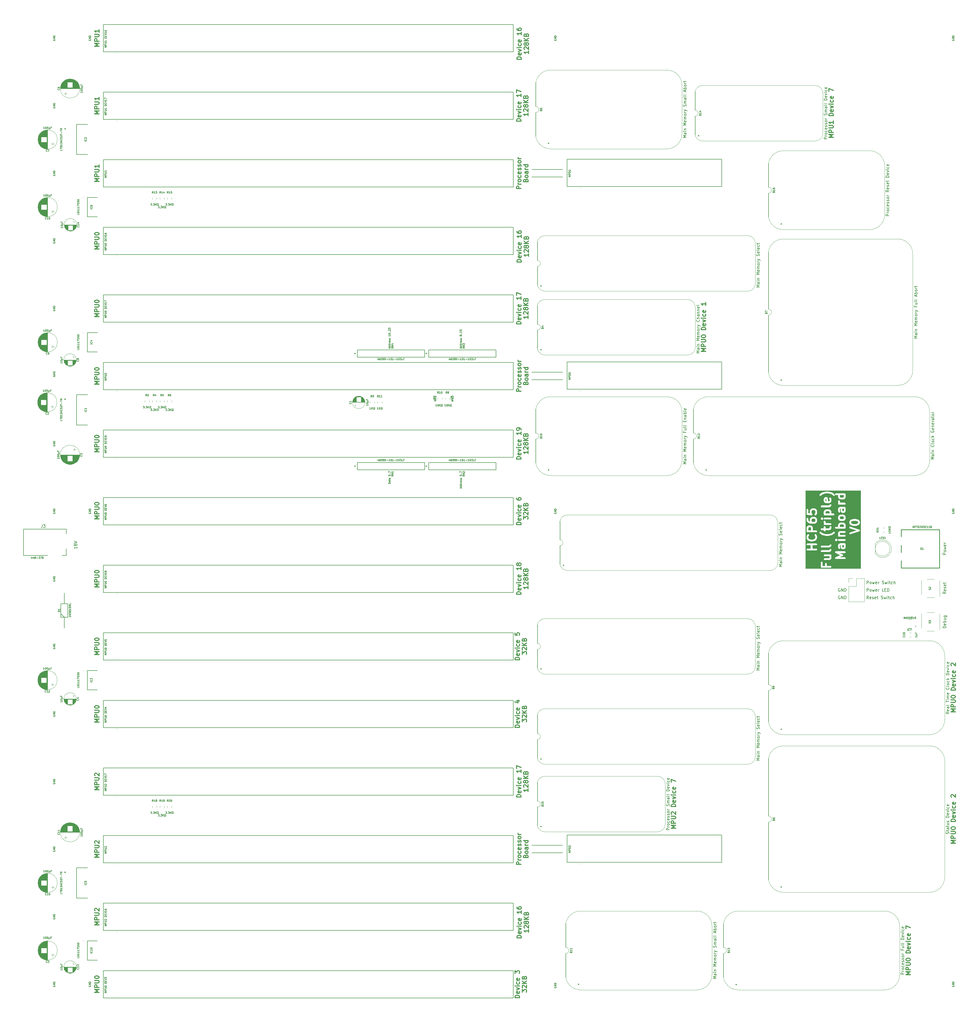
<source format=gto>
%TF.GenerationSoftware,KiCad,Pcbnew,9.0.4*%
%TF.CreationDate,2025-10-03T09:55:19+02:00*%
%TF.ProjectId,Mainboard Full,4d61696e-626f-4617-9264-2046756c6c2e,V0*%
%TF.SameCoordinates,Original*%
%TF.FileFunction,Legend,Top*%
%TF.FilePolarity,Positive*%
%FSLAX46Y46*%
G04 Gerber Fmt 4.6, Leading zero omitted, Abs format (unit mm)*
G04 Created by KiCad (PCBNEW 9.0.4) date 2025-10-03 09:55:19*
%MOMM*%
%LPD*%
G01*
G04 APERTURE LIST*
%ADD10C,0.150000*%
%ADD11C,0.300000*%
%ADD12C,0.200000*%
%ADD13C,0.600000*%
%ADD14C,0.120000*%
%ADD15C,0.100000*%
%ADD16C,0.239605*%
%ADD17C,0.050000*%
%ADD18C,0.254000*%
%ADD19C,0.250000*%
G04 APERTURE END LIST*
D10*
X140335000Y-118110000D02*
X150749000Y-118110000D01*
X140353000Y-46990000D02*
X150767000Y-46990000D01*
X140335000Y-115570000D02*
X150749000Y-115570000D01*
X140335000Y-275590000D02*
X150749000Y-275590000D01*
X140335000Y-278130000D02*
X150749000Y-278130000D01*
X140353000Y-49530000D02*
X150767000Y-49530000D01*
D11*
X-6064171Y-5290000D02*
X-7564171Y-5290000D01*
X-7564171Y-5290000D02*
X-6492742Y-4790000D01*
X-6492742Y-4790000D02*
X-7564171Y-4290000D01*
X-7564171Y-4290000D02*
X-6064171Y-4290000D01*
X-6064171Y-3575714D02*
X-7564171Y-3575714D01*
X-7564171Y-3575714D02*
X-7564171Y-3004285D01*
X-7564171Y-3004285D02*
X-7492742Y-2861428D01*
X-7492742Y-2861428D02*
X-7421314Y-2789999D01*
X-7421314Y-2789999D02*
X-7278457Y-2718571D01*
X-7278457Y-2718571D02*
X-7064171Y-2718571D01*
X-7064171Y-2718571D02*
X-6921314Y-2789999D01*
X-6921314Y-2789999D02*
X-6849885Y-2861428D01*
X-6849885Y-2861428D02*
X-6778457Y-3004285D01*
X-6778457Y-3004285D02*
X-6778457Y-3575714D01*
X-7564171Y-2075714D02*
X-6349885Y-2075714D01*
X-6349885Y-2075714D02*
X-6207028Y-2004285D01*
X-6207028Y-2004285D02*
X-6135600Y-1932857D01*
X-6135600Y-1932857D02*
X-6064171Y-1789999D01*
X-6064171Y-1789999D02*
X-6064171Y-1504285D01*
X-6064171Y-1504285D02*
X-6135600Y-1361428D01*
X-6135600Y-1361428D02*
X-6207028Y-1289999D01*
X-6207028Y-1289999D02*
X-6349885Y-1218571D01*
X-6349885Y-1218571D02*
X-7564171Y-1218571D01*
X-6064171Y281429D02*
X-6064171Y-575713D01*
X-6064171Y-147142D02*
X-7564171Y-147142D01*
X-7564171Y-147142D02*
X-7349885Y-289999D01*
X-7349885Y-289999D02*
X-7207028Y-432856D01*
X-7207028Y-432856D02*
X-7135600Y-575713D01*
X268405828Y-319364285D02*
X266905828Y-319364285D01*
X266905828Y-319364285D02*
X267977257Y-318864285D01*
X267977257Y-318864285D02*
X266905828Y-318364285D01*
X266905828Y-318364285D02*
X268405828Y-318364285D01*
X268405828Y-317649999D02*
X266905828Y-317649999D01*
X266905828Y-317649999D02*
X266905828Y-317078570D01*
X266905828Y-317078570D02*
X266977257Y-316935713D01*
X266977257Y-316935713D02*
X267048685Y-316864284D01*
X267048685Y-316864284D02*
X267191542Y-316792856D01*
X267191542Y-316792856D02*
X267405828Y-316792856D01*
X267405828Y-316792856D02*
X267548685Y-316864284D01*
X267548685Y-316864284D02*
X267620114Y-316935713D01*
X267620114Y-316935713D02*
X267691542Y-317078570D01*
X267691542Y-317078570D02*
X267691542Y-317649999D01*
X266905828Y-316149999D02*
X268120114Y-316149999D01*
X268120114Y-316149999D02*
X268262971Y-316078570D01*
X268262971Y-316078570D02*
X268334400Y-316007142D01*
X268334400Y-316007142D02*
X268405828Y-315864284D01*
X268405828Y-315864284D02*
X268405828Y-315578570D01*
X268405828Y-315578570D02*
X268334400Y-315435713D01*
X268334400Y-315435713D02*
X268262971Y-315364284D01*
X268262971Y-315364284D02*
X268120114Y-315292856D01*
X268120114Y-315292856D02*
X266905828Y-315292856D01*
X266905828Y-314292855D02*
X266905828Y-314149998D01*
X266905828Y-314149998D02*
X266977257Y-314007141D01*
X266977257Y-314007141D02*
X267048685Y-313935713D01*
X267048685Y-313935713D02*
X267191542Y-313864284D01*
X267191542Y-313864284D02*
X267477257Y-313792855D01*
X267477257Y-313792855D02*
X267834400Y-313792855D01*
X267834400Y-313792855D02*
X268120114Y-313864284D01*
X268120114Y-313864284D02*
X268262971Y-313935713D01*
X268262971Y-313935713D02*
X268334400Y-314007141D01*
X268334400Y-314007141D02*
X268405828Y-314149998D01*
X268405828Y-314149998D02*
X268405828Y-314292855D01*
X268405828Y-314292855D02*
X268334400Y-314435713D01*
X268334400Y-314435713D02*
X268262971Y-314507141D01*
X268262971Y-314507141D02*
X268120114Y-314578570D01*
X268120114Y-314578570D02*
X267834400Y-314649998D01*
X267834400Y-314649998D02*
X267477257Y-314649998D01*
X267477257Y-314649998D02*
X267191542Y-314578570D01*
X267191542Y-314578570D02*
X267048685Y-314507141D01*
X267048685Y-314507141D02*
X266977257Y-314435713D01*
X266977257Y-314435713D02*
X266905828Y-314292855D01*
X268405828Y-312007142D02*
X266905828Y-312007142D01*
X266905828Y-312007142D02*
X266905828Y-311649999D01*
X266905828Y-311649999D02*
X266977257Y-311435713D01*
X266977257Y-311435713D02*
X267120114Y-311292856D01*
X267120114Y-311292856D02*
X267262971Y-311221427D01*
X267262971Y-311221427D02*
X267548685Y-311149999D01*
X267548685Y-311149999D02*
X267762971Y-311149999D01*
X267762971Y-311149999D02*
X268048685Y-311221427D01*
X268048685Y-311221427D02*
X268191542Y-311292856D01*
X268191542Y-311292856D02*
X268334400Y-311435713D01*
X268334400Y-311435713D02*
X268405828Y-311649999D01*
X268405828Y-311649999D02*
X268405828Y-312007142D01*
X268334400Y-309935713D02*
X268405828Y-310078570D01*
X268405828Y-310078570D02*
X268405828Y-310364285D01*
X268405828Y-310364285D02*
X268334400Y-310507142D01*
X268334400Y-310507142D02*
X268191542Y-310578570D01*
X268191542Y-310578570D02*
X267620114Y-310578570D01*
X267620114Y-310578570D02*
X267477257Y-310507142D01*
X267477257Y-310507142D02*
X267405828Y-310364285D01*
X267405828Y-310364285D02*
X267405828Y-310078570D01*
X267405828Y-310078570D02*
X267477257Y-309935713D01*
X267477257Y-309935713D02*
X267620114Y-309864285D01*
X267620114Y-309864285D02*
X267762971Y-309864285D01*
X267762971Y-309864285D02*
X267905828Y-310578570D01*
X267405828Y-309364285D02*
X268405828Y-309007142D01*
X268405828Y-309007142D02*
X267405828Y-308649999D01*
X268405828Y-308078571D02*
X267405828Y-308078571D01*
X266905828Y-308078571D02*
X266977257Y-308149999D01*
X266977257Y-308149999D02*
X267048685Y-308078571D01*
X267048685Y-308078571D02*
X266977257Y-308007142D01*
X266977257Y-308007142D02*
X266905828Y-308078571D01*
X266905828Y-308078571D02*
X267048685Y-308078571D01*
X268334400Y-306721428D02*
X268405828Y-306864285D01*
X268405828Y-306864285D02*
X268405828Y-307149999D01*
X268405828Y-307149999D02*
X268334400Y-307292856D01*
X268334400Y-307292856D02*
X268262971Y-307364285D01*
X268262971Y-307364285D02*
X268120114Y-307435713D01*
X268120114Y-307435713D02*
X267691542Y-307435713D01*
X267691542Y-307435713D02*
X267548685Y-307364285D01*
X267548685Y-307364285D02*
X267477257Y-307292856D01*
X267477257Y-307292856D02*
X267405828Y-307149999D01*
X267405828Y-307149999D02*
X267405828Y-306864285D01*
X267405828Y-306864285D02*
X267477257Y-306721428D01*
X268334400Y-305507142D02*
X268405828Y-305649999D01*
X268405828Y-305649999D02*
X268405828Y-305935714D01*
X268405828Y-305935714D02*
X268334400Y-306078571D01*
X268334400Y-306078571D02*
X268191542Y-306149999D01*
X268191542Y-306149999D02*
X267620114Y-306149999D01*
X267620114Y-306149999D02*
X267477257Y-306078571D01*
X267477257Y-306078571D02*
X267405828Y-305935714D01*
X267405828Y-305935714D02*
X267405828Y-305649999D01*
X267405828Y-305649999D02*
X267477257Y-305507142D01*
X267477257Y-305507142D02*
X267620114Y-305435714D01*
X267620114Y-305435714D02*
X267762971Y-305435714D01*
X267762971Y-305435714D02*
X267905828Y-306149999D01*
X266905828Y-303792857D02*
X266905828Y-302792857D01*
X266905828Y-302792857D02*
X268405828Y-303435714D01*
X283645828Y-230464285D02*
X282145828Y-230464285D01*
X282145828Y-230464285D02*
X283217257Y-229964285D01*
X283217257Y-229964285D02*
X282145828Y-229464285D01*
X282145828Y-229464285D02*
X283645828Y-229464285D01*
X283645828Y-228749999D02*
X282145828Y-228749999D01*
X282145828Y-228749999D02*
X282145828Y-228178570D01*
X282145828Y-228178570D02*
X282217257Y-228035713D01*
X282217257Y-228035713D02*
X282288685Y-227964284D01*
X282288685Y-227964284D02*
X282431542Y-227892856D01*
X282431542Y-227892856D02*
X282645828Y-227892856D01*
X282645828Y-227892856D02*
X282788685Y-227964284D01*
X282788685Y-227964284D02*
X282860114Y-228035713D01*
X282860114Y-228035713D02*
X282931542Y-228178570D01*
X282931542Y-228178570D02*
X282931542Y-228749999D01*
X282145828Y-227249999D02*
X283360114Y-227249999D01*
X283360114Y-227249999D02*
X283502971Y-227178570D01*
X283502971Y-227178570D02*
X283574400Y-227107142D01*
X283574400Y-227107142D02*
X283645828Y-226964284D01*
X283645828Y-226964284D02*
X283645828Y-226678570D01*
X283645828Y-226678570D02*
X283574400Y-226535713D01*
X283574400Y-226535713D02*
X283502971Y-226464284D01*
X283502971Y-226464284D02*
X283360114Y-226392856D01*
X283360114Y-226392856D02*
X282145828Y-226392856D01*
X282145828Y-225392855D02*
X282145828Y-225249998D01*
X282145828Y-225249998D02*
X282217257Y-225107141D01*
X282217257Y-225107141D02*
X282288685Y-225035713D01*
X282288685Y-225035713D02*
X282431542Y-224964284D01*
X282431542Y-224964284D02*
X282717257Y-224892855D01*
X282717257Y-224892855D02*
X283074400Y-224892855D01*
X283074400Y-224892855D02*
X283360114Y-224964284D01*
X283360114Y-224964284D02*
X283502971Y-225035713D01*
X283502971Y-225035713D02*
X283574400Y-225107141D01*
X283574400Y-225107141D02*
X283645828Y-225249998D01*
X283645828Y-225249998D02*
X283645828Y-225392855D01*
X283645828Y-225392855D02*
X283574400Y-225535713D01*
X283574400Y-225535713D02*
X283502971Y-225607141D01*
X283502971Y-225607141D02*
X283360114Y-225678570D01*
X283360114Y-225678570D02*
X283074400Y-225749998D01*
X283074400Y-225749998D02*
X282717257Y-225749998D01*
X282717257Y-225749998D02*
X282431542Y-225678570D01*
X282431542Y-225678570D02*
X282288685Y-225607141D01*
X282288685Y-225607141D02*
X282217257Y-225535713D01*
X282217257Y-225535713D02*
X282145828Y-225392855D01*
X283645828Y-223107142D02*
X282145828Y-223107142D01*
X282145828Y-223107142D02*
X282145828Y-222749999D01*
X282145828Y-222749999D02*
X282217257Y-222535713D01*
X282217257Y-222535713D02*
X282360114Y-222392856D01*
X282360114Y-222392856D02*
X282502971Y-222321427D01*
X282502971Y-222321427D02*
X282788685Y-222249999D01*
X282788685Y-222249999D02*
X283002971Y-222249999D01*
X283002971Y-222249999D02*
X283288685Y-222321427D01*
X283288685Y-222321427D02*
X283431542Y-222392856D01*
X283431542Y-222392856D02*
X283574400Y-222535713D01*
X283574400Y-222535713D02*
X283645828Y-222749999D01*
X283645828Y-222749999D02*
X283645828Y-223107142D01*
X283574400Y-221035713D02*
X283645828Y-221178570D01*
X283645828Y-221178570D02*
X283645828Y-221464285D01*
X283645828Y-221464285D02*
X283574400Y-221607142D01*
X283574400Y-221607142D02*
X283431542Y-221678570D01*
X283431542Y-221678570D02*
X282860114Y-221678570D01*
X282860114Y-221678570D02*
X282717257Y-221607142D01*
X282717257Y-221607142D02*
X282645828Y-221464285D01*
X282645828Y-221464285D02*
X282645828Y-221178570D01*
X282645828Y-221178570D02*
X282717257Y-221035713D01*
X282717257Y-221035713D02*
X282860114Y-220964285D01*
X282860114Y-220964285D02*
X283002971Y-220964285D01*
X283002971Y-220964285D02*
X283145828Y-221678570D01*
X282645828Y-220464285D02*
X283645828Y-220107142D01*
X283645828Y-220107142D02*
X282645828Y-219749999D01*
X283645828Y-219178571D02*
X282645828Y-219178571D01*
X282145828Y-219178571D02*
X282217257Y-219249999D01*
X282217257Y-219249999D02*
X282288685Y-219178571D01*
X282288685Y-219178571D02*
X282217257Y-219107142D01*
X282217257Y-219107142D02*
X282145828Y-219178571D01*
X282145828Y-219178571D02*
X282288685Y-219178571D01*
X283574400Y-217821428D02*
X283645828Y-217964285D01*
X283645828Y-217964285D02*
X283645828Y-218249999D01*
X283645828Y-218249999D02*
X283574400Y-218392856D01*
X283574400Y-218392856D02*
X283502971Y-218464285D01*
X283502971Y-218464285D02*
X283360114Y-218535713D01*
X283360114Y-218535713D02*
X282931542Y-218535713D01*
X282931542Y-218535713D02*
X282788685Y-218464285D01*
X282788685Y-218464285D02*
X282717257Y-218392856D01*
X282717257Y-218392856D02*
X282645828Y-218249999D01*
X282645828Y-218249999D02*
X282645828Y-217964285D01*
X282645828Y-217964285D02*
X282717257Y-217821428D01*
X283574400Y-216607142D02*
X283645828Y-216749999D01*
X283645828Y-216749999D02*
X283645828Y-217035714D01*
X283645828Y-217035714D02*
X283574400Y-217178571D01*
X283574400Y-217178571D02*
X283431542Y-217249999D01*
X283431542Y-217249999D02*
X282860114Y-217249999D01*
X282860114Y-217249999D02*
X282717257Y-217178571D01*
X282717257Y-217178571D02*
X282645828Y-217035714D01*
X282645828Y-217035714D02*
X282645828Y-216749999D01*
X282645828Y-216749999D02*
X282717257Y-216607142D01*
X282717257Y-216607142D02*
X282860114Y-216535714D01*
X282860114Y-216535714D02*
X283002971Y-216535714D01*
X283002971Y-216535714D02*
X283145828Y-217249999D01*
X282288685Y-214821428D02*
X282217257Y-214750000D01*
X282217257Y-214750000D02*
X282145828Y-214607143D01*
X282145828Y-214607143D02*
X282145828Y-214250000D01*
X282145828Y-214250000D02*
X282217257Y-214107143D01*
X282217257Y-214107143D02*
X282288685Y-214035714D01*
X282288685Y-214035714D02*
X282431542Y-213964285D01*
X282431542Y-213964285D02*
X282574400Y-213964285D01*
X282574400Y-213964285D02*
X282788685Y-214035714D01*
X282788685Y-214035714D02*
X283645828Y-214892857D01*
X283645828Y-214892857D02*
X283645828Y-213964285D01*
X136175828Y-327115713D02*
X134675828Y-327115713D01*
X134675828Y-327115713D02*
X134675828Y-326758570D01*
X134675828Y-326758570D02*
X134747257Y-326544284D01*
X134747257Y-326544284D02*
X134890114Y-326401427D01*
X134890114Y-326401427D02*
X135032971Y-326329998D01*
X135032971Y-326329998D02*
X135318685Y-326258570D01*
X135318685Y-326258570D02*
X135532971Y-326258570D01*
X135532971Y-326258570D02*
X135818685Y-326329998D01*
X135818685Y-326329998D02*
X135961542Y-326401427D01*
X135961542Y-326401427D02*
X136104400Y-326544284D01*
X136104400Y-326544284D02*
X136175828Y-326758570D01*
X136175828Y-326758570D02*
X136175828Y-327115713D01*
X136104400Y-325044284D02*
X136175828Y-325187141D01*
X136175828Y-325187141D02*
X136175828Y-325472856D01*
X136175828Y-325472856D02*
X136104400Y-325615713D01*
X136104400Y-325615713D02*
X135961542Y-325687141D01*
X135961542Y-325687141D02*
X135390114Y-325687141D01*
X135390114Y-325687141D02*
X135247257Y-325615713D01*
X135247257Y-325615713D02*
X135175828Y-325472856D01*
X135175828Y-325472856D02*
X135175828Y-325187141D01*
X135175828Y-325187141D02*
X135247257Y-325044284D01*
X135247257Y-325044284D02*
X135390114Y-324972856D01*
X135390114Y-324972856D02*
X135532971Y-324972856D01*
X135532971Y-324972856D02*
X135675828Y-325687141D01*
X135175828Y-324472856D02*
X136175828Y-324115713D01*
X136175828Y-324115713D02*
X135175828Y-323758570D01*
X136175828Y-323187142D02*
X135175828Y-323187142D01*
X134675828Y-323187142D02*
X134747257Y-323258570D01*
X134747257Y-323258570D02*
X134818685Y-323187142D01*
X134818685Y-323187142D02*
X134747257Y-323115713D01*
X134747257Y-323115713D02*
X134675828Y-323187142D01*
X134675828Y-323187142D02*
X134818685Y-323187142D01*
X136104400Y-321829999D02*
X136175828Y-321972856D01*
X136175828Y-321972856D02*
X136175828Y-322258570D01*
X136175828Y-322258570D02*
X136104400Y-322401427D01*
X136104400Y-322401427D02*
X136032971Y-322472856D01*
X136032971Y-322472856D02*
X135890114Y-322544284D01*
X135890114Y-322544284D02*
X135461542Y-322544284D01*
X135461542Y-322544284D02*
X135318685Y-322472856D01*
X135318685Y-322472856D02*
X135247257Y-322401427D01*
X135247257Y-322401427D02*
X135175828Y-322258570D01*
X135175828Y-322258570D02*
X135175828Y-321972856D01*
X135175828Y-321972856D02*
X135247257Y-321829999D01*
X136104400Y-320615713D02*
X136175828Y-320758570D01*
X136175828Y-320758570D02*
X136175828Y-321044285D01*
X136175828Y-321044285D02*
X136104400Y-321187142D01*
X136104400Y-321187142D02*
X135961542Y-321258570D01*
X135961542Y-321258570D02*
X135390114Y-321258570D01*
X135390114Y-321258570D02*
X135247257Y-321187142D01*
X135247257Y-321187142D02*
X135175828Y-321044285D01*
X135175828Y-321044285D02*
X135175828Y-320758570D01*
X135175828Y-320758570D02*
X135247257Y-320615713D01*
X135247257Y-320615713D02*
X135390114Y-320544285D01*
X135390114Y-320544285D02*
X135532971Y-320544285D01*
X135532971Y-320544285D02*
X135675828Y-321258570D01*
X134675828Y-318901428D02*
X134675828Y-317972856D01*
X134675828Y-317972856D02*
X135247257Y-318472856D01*
X135247257Y-318472856D02*
X135247257Y-318258571D01*
X135247257Y-318258571D02*
X135318685Y-318115714D01*
X135318685Y-318115714D02*
X135390114Y-318044285D01*
X135390114Y-318044285D02*
X135532971Y-317972856D01*
X135532971Y-317972856D02*
X135890114Y-317972856D01*
X135890114Y-317972856D02*
X136032971Y-318044285D01*
X136032971Y-318044285D02*
X136104400Y-318115714D01*
X136104400Y-318115714D02*
X136175828Y-318258571D01*
X136175828Y-318258571D02*
X136175828Y-318687142D01*
X136175828Y-318687142D02*
X136104400Y-318829999D01*
X136104400Y-318829999D02*
X136032971Y-318901428D01*
X137090744Y-325294285D02*
X137090744Y-324365713D01*
X137090744Y-324365713D02*
X137662173Y-324865713D01*
X137662173Y-324865713D02*
X137662173Y-324651428D01*
X137662173Y-324651428D02*
X137733601Y-324508571D01*
X137733601Y-324508571D02*
X137805030Y-324437142D01*
X137805030Y-324437142D02*
X137947887Y-324365713D01*
X137947887Y-324365713D02*
X138305030Y-324365713D01*
X138305030Y-324365713D02*
X138447887Y-324437142D01*
X138447887Y-324437142D02*
X138519316Y-324508571D01*
X138519316Y-324508571D02*
X138590744Y-324651428D01*
X138590744Y-324651428D02*
X138590744Y-325079999D01*
X138590744Y-325079999D02*
X138519316Y-325222856D01*
X138519316Y-325222856D02*
X138447887Y-325294285D01*
X137233601Y-323794285D02*
X137162173Y-323722857D01*
X137162173Y-323722857D02*
X137090744Y-323580000D01*
X137090744Y-323580000D02*
X137090744Y-323222857D01*
X137090744Y-323222857D02*
X137162173Y-323080000D01*
X137162173Y-323080000D02*
X137233601Y-323008571D01*
X137233601Y-323008571D02*
X137376458Y-322937142D01*
X137376458Y-322937142D02*
X137519316Y-322937142D01*
X137519316Y-322937142D02*
X137733601Y-323008571D01*
X137733601Y-323008571D02*
X138590744Y-323865714D01*
X138590744Y-323865714D02*
X138590744Y-322937142D01*
X138590744Y-322294286D02*
X137090744Y-322294286D01*
X138590744Y-321437143D02*
X137733601Y-322080000D01*
X137090744Y-321437143D02*
X137947887Y-322294286D01*
X137805030Y-320294286D02*
X137876458Y-320080000D01*
X137876458Y-320080000D02*
X137947887Y-320008571D01*
X137947887Y-320008571D02*
X138090744Y-319937143D01*
X138090744Y-319937143D02*
X138305030Y-319937143D01*
X138305030Y-319937143D02*
X138447887Y-320008571D01*
X138447887Y-320008571D02*
X138519316Y-320080000D01*
X138519316Y-320080000D02*
X138590744Y-320222857D01*
X138590744Y-320222857D02*
X138590744Y-320794286D01*
X138590744Y-320794286D02*
X137090744Y-320794286D01*
X137090744Y-320794286D02*
X137090744Y-320294286D01*
X137090744Y-320294286D02*
X137162173Y-320151429D01*
X137162173Y-320151429D02*
X137233601Y-320080000D01*
X137233601Y-320080000D02*
X137376458Y-320008571D01*
X137376458Y-320008571D02*
X137519316Y-320008571D01*
X137519316Y-320008571D02*
X137662173Y-320080000D01*
X137662173Y-320080000D02*
X137733601Y-320151429D01*
X137733601Y-320151429D02*
X137805030Y-320294286D01*
X137805030Y-320294286D02*
X137805030Y-320794286D01*
D12*
X254306101Y-192222219D02*
X253972768Y-191746028D01*
X253734673Y-192222219D02*
X253734673Y-191222219D01*
X253734673Y-191222219D02*
X254115625Y-191222219D01*
X254115625Y-191222219D02*
X254210863Y-191269838D01*
X254210863Y-191269838D02*
X254258482Y-191317457D01*
X254258482Y-191317457D02*
X254306101Y-191412695D01*
X254306101Y-191412695D02*
X254306101Y-191555552D01*
X254306101Y-191555552D02*
X254258482Y-191650790D01*
X254258482Y-191650790D02*
X254210863Y-191698409D01*
X254210863Y-191698409D02*
X254115625Y-191746028D01*
X254115625Y-191746028D02*
X253734673Y-191746028D01*
X255115625Y-192174600D02*
X255020387Y-192222219D01*
X255020387Y-192222219D02*
X254829911Y-192222219D01*
X254829911Y-192222219D02*
X254734673Y-192174600D01*
X254734673Y-192174600D02*
X254687054Y-192079361D01*
X254687054Y-192079361D02*
X254687054Y-191698409D01*
X254687054Y-191698409D02*
X254734673Y-191603171D01*
X254734673Y-191603171D02*
X254829911Y-191555552D01*
X254829911Y-191555552D02*
X255020387Y-191555552D01*
X255020387Y-191555552D02*
X255115625Y-191603171D01*
X255115625Y-191603171D02*
X255163244Y-191698409D01*
X255163244Y-191698409D02*
X255163244Y-191793647D01*
X255163244Y-191793647D02*
X254687054Y-191888885D01*
X255544197Y-192174600D02*
X255639435Y-192222219D01*
X255639435Y-192222219D02*
X255829911Y-192222219D01*
X255829911Y-192222219D02*
X255925149Y-192174600D01*
X255925149Y-192174600D02*
X255972768Y-192079361D01*
X255972768Y-192079361D02*
X255972768Y-192031742D01*
X255972768Y-192031742D02*
X255925149Y-191936504D01*
X255925149Y-191936504D02*
X255829911Y-191888885D01*
X255829911Y-191888885D02*
X255687054Y-191888885D01*
X255687054Y-191888885D02*
X255591816Y-191841266D01*
X255591816Y-191841266D02*
X255544197Y-191746028D01*
X255544197Y-191746028D02*
X255544197Y-191698409D01*
X255544197Y-191698409D02*
X255591816Y-191603171D01*
X255591816Y-191603171D02*
X255687054Y-191555552D01*
X255687054Y-191555552D02*
X255829911Y-191555552D01*
X255829911Y-191555552D02*
X255925149Y-191603171D01*
X256782292Y-192174600D02*
X256687054Y-192222219D01*
X256687054Y-192222219D02*
X256496578Y-192222219D01*
X256496578Y-192222219D02*
X256401340Y-192174600D01*
X256401340Y-192174600D02*
X256353721Y-192079361D01*
X256353721Y-192079361D02*
X256353721Y-191698409D01*
X256353721Y-191698409D02*
X256401340Y-191603171D01*
X256401340Y-191603171D02*
X256496578Y-191555552D01*
X256496578Y-191555552D02*
X256687054Y-191555552D01*
X256687054Y-191555552D02*
X256782292Y-191603171D01*
X256782292Y-191603171D02*
X256829911Y-191698409D01*
X256829911Y-191698409D02*
X256829911Y-191793647D01*
X256829911Y-191793647D02*
X256353721Y-191888885D01*
X257115626Y-191555552D02*
X257496578Y-191555552D01*
X257258483Y-191222219D02*
X257258483Y-192079361D01*
X257258483Y-192079361D02*
X257306102Y-192174600D01*
X257306102Y-192174600D02*
X257401340Y-192222219D01*
X257401340Y-192222219D02*
X257496578Y-192222219D01*
X258544198Y-192174600D02*
X258687055Y-192222219D01*
X258687055Y-192222219D02*
X258925150Y-192222219D01*
X258925150Y-192222219D02*
X259020388Y-192174600D01*
X259020388Y-192174600D02*
X259068007Y-192126980D01*
X259068007Y-192126980D02*
X259115626Y-192031742D01*
X259115626Y-192031742D02*
X259115626Y-191936504D01*
X259115626Y-191936504D02*
X259068007Y-191841266D01*
X259068007Y-191841266D02*
X259020388Y-191793647D01*
X259020388Y-191793647D02*
X258925150Y-191746028D01*
X258925150Y-191746028D02*
X258734674Y-191698409D01*
X258734674Y-191698409D02*
X258639436Y-191650790D01*
X258639436Y-191650790D02*
X258591817Y-191603171D01*
X258591817Y-191603171D02*
X258544198Y-191507933D01*
X258544198Y-191507933D02*
X258544198Y-191412695D01*
X258544198Y-191412695D02*
X258591817Y-191317457D01*
X258591817Y-191317457D02*
X258639436Y-191269838D01*
X258639436Y-191269838D02*
X258734674Y-191222219D01*
X258734674Y-191222219D02*
X258972769Y-191222219D01*
X258972769Y-191222219D02*
X259115626Y-191269838D01*
X259448960Y-191555552D02*
X259639436Y-192222219D01*
X259639436Y-192222219D02*
X259829912Y-191746028D01*
X259829912Y-191746028D02*
X260020388Y-192222219D01*
X260020388Y-192222219D02*
X260210864Y-191555552D01*
X260591817Y-192222219D02*
X260591817Y-191555552D01*
X260591817Y-191222219D02*
X260544198Y-191269838D01*
X260544198Y-191269838D02*
X260591817Y-191317457D01*
X260591817Y-191317457D02*
X260639436Y-191269838D01*
X260639436Y-191269838D02*
X260591817Y-191222219D01*
X260591817Y-191222219D02*
X260591817Y-191317457D01*
X260925150Y-191555552D02*
X261306102Y-191555552D01*
X261068007Y-191222219D02*
X261068007Y-192079361D01*
X261068007Y-192079361D02*
X261115626Y-192174600D01*
X261115626Y-192174600D02*
X261210864Y-192222219D01*
X261210864Y-192222219D02*
X261306102Y-192222219D01*
X262068007Y-192174600D02*
X261972769Y-192222219D01*
X261972769Y-192222219D02*
X261782293Y-192222219D01*
X261782293Y-192222219D02*
X261687055Y-192174600D01*
X261687055Y-192174600D02*
X261639436Y-192126980D01*
X261639436Y-192126980D02*
X261591817Y-192031742D01*
X261591817Y-192031742D02*
X261591817Y-191746028D01*
X261591817Y-191746028D02*
X261639436Y-191650790D01*
X261639436Y-191650790D02*
X261687055Y-191603171D01*
X261687055Y-191603171D02*
X261782293Y-191555552D01*
X261782293Y-191555552D02*
X261972769Y-191555552D01*
X261972769Y-191555552D02*
X262068007Y-191603171D01*
X262496579Y-192222219D02*
X262496579Y-191222219D01*
X262925150Y-192222219D02*
X262925150Y-191698409D01*
X262925150Y-191698409D02*
X262877531Y-191603171D01*
X262877531Y-191603171D02*
X262782293Y-191555552D01*
X262782293Y-191555552D02*
X262639436Y-191555552D01*
X262639436Y-191555552D02*
X262544198Y-191603171D01*
X262544198Y-191603171D02*
X262496579Y-191650790D01*
D11*
X-6064171Y-51010000D02*
X-7564171Y-51010000D01*
X-7564171Y-51010000D02*
X-6492742Y-50510000D01*
X-6492742Y-50510000D02*
X-7564171Y-50010000D01*
X-7564171Y-50010000D02*
X-6064171Y-50010000D01*
X-6064171Y-49295714D02*
X-7564171Y-49295714D01*
X-7564171Y-49295714D02*
X-7564171Y-48724285D01*
X-7564171Y-48724285D02*
X-7492742Y-48581428D01*
X-7492742Y-48581428D02*
X-7421314Y-48509999D01*
X-7421314Y-48509999D02*
X-7278457Y-48438571D01*
X-7278457Y-48438571D02*
X-7064171Y-48438571D01*
X-7064171Y-48438571D02*
X-6921314Y-48509999D01*
X-6921314Y-48509999D02*
X-6849885Y-48581428D01*
X-6849885Y-48581428D02*
X-6778457Y-48724285D01*
X-6778457Y-48724285D02*
X-6778457Y-49295714D01*
X-7564171Y-47795714D02*
X-6349885Y-47795714D01*
X-6349885Y-47795714D02*
X-6207028Y-47724285D01*
X-6207028Y-47724285D02*
X-6135600Y-47652857D01*
X-6135600Y-47652857D02*
X-6064171Y-47509999D01*
X-6064171Y-47509999D02*
X-6064171Y-47224285D01*
X-6064171Y-47224285D02*
X-6135600Y-47081428D01*
X-6135600Y-47081428D02*
X-6207028Y-47009999D01*
X-6207028Y-47009999D02*
X-6349885Y-46938571D01*
X-6349885Y-46938571D02*
X-7564171Y-46938571D01*
X-6064171Y-45438570D02*
X-6064171Y-46295713D01*
X-6064171Y-45867142D02*
X-7564171Y-45867142D01*
X-7564171Y-45867142D02*
X-7349885Y-46009999D01*
X-7349885Y-46009999D02*
X-7207028Y-46152856D01*
X-7207028Y-46152856D02*
X-7135600Y-46295713D01*
X-6064171Y-165183000D02*
X-7564171Y-165183000D01*
X-7564171Y-165183000D02*
X-6492742Y-164683000D01*
X-6492742Y-164683000D02*
X-7564171Y-164183000D01*
X-7564171Y-164183000D02*
X-6064171Y-164183000D01*
X-6064171Y-163468714D02*
X-7564171Y-163468714D01*
X-7564171Y-163468714D02*
X-7564171Y-162897285D01*
X-7564171Y-162897285D02*
X-7492742Y-162754428D01*
X-7492742Y-162754428D02*
X-7421314Y-162682999D01*
X-7421314Y-162682999D02*
X-7278457Y-162611571D01*
X-7278457Y-162611571D02*
X-7064171Y-162611571D01*
X-7064171Y-162611571D02*
X-6921314Y-162682999D01*
X-6921314Y-162682999D02*
X-6849885Y-162754428D01*
X-6849885Y-162754428D02*
X-6778457Y-162897285D01*
X-6778457Y-162897285D02*
X-6778457Y-163468714D01*
X-7564171Y-161968714D02*
X-6349885Y-161968714D01*
X-6349885Y-161968714D02*
X-6207028Y-161897285D01*
X-6207028Y-161897285D02*
X-6135600Y-161825857D01*
X-6135600Y-161825857D02*
X-6064171Y-161682999D01*
X-6064171Y-161682999D02*
X-6064171Y-161397285D01*
X-6064171Y-161397285D02*
X-6135600Y-161254428D01*
X-6135600Y-161254428D02*
X-6207028Y-161182999D01*
X-6207028Y-161182999D02*
X-6349885Y-161111571D01*
X-6349885Y-161111571D02*
X-7564171Y-161111571D01*
X-7564171Y-160111570D02*
X-7564171Y-159968713D01*
X-7564171Y-159968713D02*
X-7492742Y-159825856D01*
X-7492742Y-159825856D02*
X-7421314Y-159754428D01*
X-7421314Y-159754428D02*
X-7278457Y-159682999D01*
X-7278457Y-159682999D02*
X-6992742Y-159611570D01*
X-6992742Y-159611570D02*
X-6635600Y-159611570D01*
X-6635600Y-159611570D02*
X-6349885Y-159682999D01*
X-6349885Y-159682999D02*
X-6207028Y-159754428D01*
X-6207028Y-159754428D02*
X-6135600Y-159825856D01*
X-6135600Y-159825856D02*
X-6064171Y-159968713D01*
X-6064171Y-159968713D02*
X-6064171Y-160111570D01*
X-6064171Y-160111570D02*
X-6135600Y-160254428D01*
X-6135600Y-160254428D02*
X-6207028Y-160325856D01*
X-6207028Y-160325856D02*
X-6349885Y-160397285D01*
X-6349885Y-160397285D02*
X-6635600Y-160468713D01*
X-6635600Y-160468713D02*
X-6992742Y-160468713D01*
X-6992742Y-160468713D02*
X-7278457Y-160397285D01*
X-7278457Y-160397285D02*
X-7421314Y-160325856D01*
X-7421314Y-160325856D02*
X-7492742Y-160254428D01*
X-7492742Y-160254428D02*
X-7564171Y-160111570D01*
D12*
X244597707Y-191269838D02*
X244502469Y-191222219D01*
X244502469Y-191222219D02*
X244359612Y-191222219D01*
X244359612Y-191222219D02*
X244216755Y-191269838D01*
X244216755Y-191269838D02*
X244121517Y-191365076D01*
X244121517Y-191365076D02*
X244073898Y-191460314D01*
X244073898Y-191460314D02*
X244026279Y-191650790D01*
X244026279Y-191650790D02*
X244026279Y-191793647D01*
X244026279Y-191793647D02*
X244073898Y-191984123D01*
X244073898Y-191984123D02*
X244121517Y-192079361D01*
X244121517Y-192079361D02*
X244216755Y-192174600D01*
X244216755Y-192174600D02*
X244359612Y-192222219D01*
X244359612Y-192222219D02*
X244454850Y-192222219D01*
X244454850Y-192222219D02*
X244597707Y-192174600D01*
X244597707Y-192174600D02*
X244645326Y-192126980D01*
X244645326Y-192126980D02*
X244645326Y-191793647D01*
X244645326Y-191793647D02*
X244454850Y-191793647D01*
X245073898Y-192222219D02*
X245073898Y-191222219D01*
X245073898Y-191222219D02*
X245645326Y-192222219D01*
X245645326Y-192222219D02*
X245645326Y-191222219D01*
X246121517Y-192222219D02*
X246121517Y-191222219D01*
X246121517Y-191222219D02*
X246359612Y-191222219D01*
X246359612Y-191222219D02*
X246502469Y-191269838D01*
X246502469Y-191269838D02*
X246597707Y-191365076D01*
X246597707Y-191365076D02*
X246645326Y-191460314D01*
X246645326Y-191460314D02*
X246692945Y-191650790D01*
X246692945Y-191650790D02*
X246692945Y-191793647D01*
X246692945Y-191793647D02*
X246645326Y-191984123D01*
X246645326Y-191984123D02*
X246597707Y-192079361D01*
X246597707Y-192079361D02*
X246502469Y-192174600D01*
X246502469Y-192174600D02*
X246359612Y-192222219D01*
X246359612Y-192222219D02*
X246121517Y-192222219D01*
D11*
X-6064171Y-142450000D02*
X-7564171Y-142450000D01*
X-7564171Y-142450000D02*
X-6492742Y-141950000D01*
X-6492742Y-141950000D02*
X-7564171Y-141450000D01*
X-7564171Y-141450000D02*
X-6064171Y-141450000D01*
X-6064171Y-140735714D02*
X-7564171Y-140735714D01*
X-7564171Y-140735714D02*
X-7564171Y-140164285D01*
X-7564171Y-140164285D02*
X-7492742Y-140021428D01*
X-7492742Y-140021428D02*
X-7421314Y-139949999D01*
X-7421314Y-139949999D02*
X-7278457Y-139878571D01*
X-7278457Y-139878571D02*
X-7064171Y-139878571D01*
X-7064171Y-139878571D02*
X-6921314Y-139949999D01*
X-6921314Y-139949999D02*
X-6849885Y-140021428D01*
X-6849885Y-140021428D02*
X-6778457Y-140164285D01*
X-6778457Y-140164285D02*
X-6778457Y-140735714D01*
X-7564171Y-139235714D02*
X-6349885Y-139235714D01*
X-6349885Y-139235714D02*
X-6207028Y-139164285D01*
X-6207028Y-139164285D02*
X-6135600Y-139092857D01*
X-6135600Y-139092857D02*
X-6064171Y-138949999D01*
X-6064171Y-138949999D02*
X-6064171Y-138664285D01*
X-6064171Y-138664285D02*
X-6135600Y-138521428D01*
X-6135600Y-138521428D02*
X-6207028Y-138449999D01*
X-6207028Y-138449999D02*
X-6349885Y-138378571D01*
X-6349885Y-138378571D02*
X-7564171Y-138378571D01*
X-7564171Y-137378570D02*
X-7564171Y-137235713D01*
X-7564171Y-137235713D02*
X-7492742Y-137092856D01*
X-7492742Y-137092856D02*
X-7421314Y-137021428D01*
X-7421314Y-137021428D02*
X-7278457Y-136949999D01*
X-7278457Y-136949999D02*
X-6992742Y-136878570D01*
X-6992742Y-136878570D02*
X-6635600Y-136878570D01*
X-6635600Y-136878570D02*
X-6349885Y-136949999D01*
X-6349885Y-136949999D02*
X-6207028Y-137021428D01*
X-6207028Y-137021428D02*
X-6135600Y-137092856D01*
X-6135600Y-137092856D02*
X-6064171Y-137235713D01*
X-6064171Y-137235713D02*
X-6064171Y-137378570D01*
X-6064171Y-137378570D02*
X-6135600Y-137521428D01*
X-6135600Y-137521428D02*
X-6207028Y-137592856D01*
X-6207028Y-137592856D02*
X-6349885Y-137664285D01*
X-6349885Y-137664285D02*
X-6635600Y-137735713D01*
X-6635600Y-137735713D02*
X-6992742Y-137735713D01*
X-6992742Y-137735713D02*
X-7278457Y-137664285D01*
X-7278457Y-137664285D02*
X-7421314Y-137592856D01*
X-7421314Y-137592856D02*
X-7492742Y-137521428D01*
X-7492742Y-137521428D02*
X-7564171Y-137378570D01*
D12*
X280487219Y-177236190D02*
X279487219Y-177236190D01*
X279487219Y-177236190D02*
X279487219Y-176855238D01*
X279487219Y-176855238D02*
X279534838Y-176760000D01*
X279534838Y-176760000D02*
X279582457Y-176712381D01*
X279582457Y-176712381D02*
X279677695Y-176664762D01*
X279677695Y-176664762D02*
X279820552Y-176664762D01*
X279820552Y-176664762D02*
X279915790Y-176712381D01*
X279915790Y-176712381D02*
X279963409Y-176760000D01*
X279963409Y-176760000D02*
X280011028Y-176855238D01*
X280011028Y-176855238D02*
X280011028Y-177236190D01*
X280487219Y-176093333D02*
X280439600Y-176188571D01*
X280439600Y-176188571D02*
X280391980Y-176236190D01*
X280391980Y-176236190D02*
X280296742Y-176283809D01*
X280296742Y-176283809D02*
X280011028Y-176283809D01*
X280011028Y-176283809D02*
X279915790Y-176236190D01*
X279915790Y-176236190D02*
X279868171Y-176188571D01*
X279868171Y-176188571D02*
X279820552Y-176093333D01*
X279820552Y-176093333D02*
X279820552Y-175950476D01*
X279820552Y-175950476D02*
X279868171Y-175855238D01*
X279868171Y-175855238D02*
X279915790Y-175807619D01*
X279915790Y-175807619D02*
X280011028Y-175760000D01*
X280011028Y-175760000D02*
X280296742Y-175760000D01*
X280296742Y-175760000D02*
X280391980Y-175807619D01*
X280391980Y-175807619D02*
X280439600Y-175855238D01*
X280439600Y-175855238D02*
X280487219Y-175950476D01*
X280487219Y-175950476D02*
X280487219Y-176093333D01*
X279820552Y-175426666D02*
X280487219Y-175236190D01*
X280487219Y-175236190D02*
X280011028Y-175045714D01*
X280011028Y-175045714D02*
X280487219Y-174855238D01*
X280487219Y-174855238D02*
X279820552Y-174664762D01*
X280439600Y-173902857D02*
X280487219Y-173998095D01*
X280487219Y-173998095D02*
X280487219Y-174188571D01*
X280487219Y-174188571D02*
X280439600Y-174283809D01*
X280439600Y-174283809D02*
X280344361Y-174331428D01*
X280344361Y-174331428D02*
X279963409Y-174331428D01*
X279963409Y-174331428D02*
X279868171Y-174283809D01*
X279868171Y-174283809D02*
X279820552Y-174188571D01*
X279820552Y-174188571D02*
X279820552Y-173998095D01*
X279820552Y-173998095D02*
X279868171Y-173902857D01*
X279868171Y-173902857D02*
X279963409Y-173855238D01*
X279963409Y-173855238D02*
X280058647Y-173855238D01*
X280058647Y-173855238D02*
X280153885Y-174331428D01*
X280487219Y-173426666D02*
X279820552Y-173426666D01*
X280011028Y-173426666D02*
X279915790Y-173379047D01*
X279915790Y-173379047D02*
X279868171Y-173331428D01*
X279868171Y-173331428D02*
X279820552Y-173236190D01*
X279820552Y-173236190D02*
X279820552Y-173140952D01*
D11*
X283645828Y-274914285D02*
X282145828Y-274914285D01*
X282145828Y-274914285D02*
X283217257Y-274414285D01*
X283217257Y-274414285D02*
X282145828Y-273914285D01*
X282145828Y-273914285D02*
X283645828Y-273914285D01*
X283645828Y-273199999D02*
X282145828Y-273199999D01*
X282145828Y-273199999D02*
X282145828Y-272628570D01*
X282145828Y-272628570D02*
X282217257Y-272485713D01*
X282217257Y-272485713D02*
X282288685Y-272414284D01*
X282288685Y-272414284D02*
X282431542Y-272342856D01*
X282431542Y-272342856D02*
X282645828Y-272342856D01*
X282645828Y-272342856D02*
X282788685Y-272414284D01*
X282788685Y-272414284D02*
X282860114Y-272485713D01*
X282860114Y-272485713D02*
X282931542Y-272628570D01*
X282931542Y-272628570D02*
X282931542Y-273199999D01*
X282145828Y-271699999D02*
X283360114Y-271699999D01*
X283360114Y-271699999D02*
X283502971Y-271628570D01*
X283502971Y-271628570D02*
X283574400Y-271557142D01*
X283574400Y-271557142D02*
X283645828Y-271414284D01*
X283645828Y-271414284D02*
X283645828Y-271128570D01*
X283645828Y-271128570D02*
X283574400Y-270985713D01*
X283574400Y-270985713D02*
X283502971Y-270914284D01*
X283502971Y-270914284D02*
X283360114Y-270842856D01*
X283360114Y-270842856D02*
X282145828Y-270842856D01*
X282145828Y-269842855D02*
X282145828Y-269699998D01*
X282145828Y-269699998D02*
X282217257Y-269557141D01*
X282217257Y-269557141D02*
X282288685Y-269485713D01*
X282288685Y-269485713D02*
X282431542Y-269414284D01*
X282431542Y-269414284D02*
X282717257Y-269342855D01*
X282717257Y-269342855D02*
X283074400Y-269342855D01*
X283074400Y-269342855D02*
X283360114Y-269414284D01*
X283360114Y-269414284D02*
X283502971Y-269485713D01*
X283502971Y-269485713D02*
X283574400Y-269557141D01*
X283574400Y-269557141D02*
X283645828Y-269699998D01*
X283645828Y-269699998D02*
X283645828Y-269842855D01*
X283645828Y-269842855D02*
X283574400Y-269985713D01*
X283574400Y-269985713D02*
X283502971Y-270057141D01*
X283502971Y-270057141D02*
X283360114Y-270128570D01*
X283360114Y-270128570D02*
X283074400Y-270199998D01*
X283074400Y-270199998D02*
X282717257Y-270199998D01*
X282717257Y-270199998D02*
X282431542Y-270128570D01*
X282431542Y-270128570D02*
X282288685Y-270057141D01*
X282288685Y-270057141D02*
X282217257Y-269985713D01*
X282217257Y-269985713D02*
X282145828Y-269842855D01*
X283645828Y-267557142D02*
X282145828Y-267557142D01*
X282145828Y-267557142D02*
X282145828Y-267199999D01*
X282145828Y-267199999D02*
X282217257Y-266985713D01*
X282217257Y-266985713D02*
X282360114Y-266842856D01*
X282360114Y-266842856D02*
X282502971Y-266771427D01*
X282502971Y-266771427D02*
X282788685Y-266699999D01*
X282788685Y-266699999D02*
X283002971Y-266699999D01*
X283002971Y-266699999D02*
X283288685Y-266771427D01*
X283288685Y-266771427D02*
X283431542Y-266842856D01*
X283431542Y-266842856D02*
X283574400Y-266985713D01*
X283574400Y-266985713D02*
X283645828Y-267199999D01*
X283645828Y-267199999D02*
X283645828Y-267557142D01*
X283574400Y-265485713D02*
X283645828Y-265628570D01*
X283645828Y-265628570D02*
X283645828Y-265914285D01*
X283645828Y-265914285D02*
X283574400Y-266057142D01*
X283574400Y-266057142D02*
X283431542Y-266128570D01*
X283431542Y-266128570D02*
X282860114Y-266128570D01*
X282860114Y-266128570D02*
X282717257Y-266057142D01*
X282717257Y-266057142D02*
X282645828Y-265914285D01*
X282645828Y-265914285D02*
X282645828Y-265628570D01*
X282645828Y-265628570D02*
X282717257Y-265485713D01*
X282717257Y-265485713D02*
X282860114Y-265414285D01*
X282860114Y-265414285D02*
X283002971Y-265414285D01*
X283002971Y-265414285D02*
X283145828Y-266128570D01*
X282645828Y-264914285D02*
X283645828Y-264557142D01*
X283645828Y-264557142D02*
X282645828Y-264199999D01*
X283645828Y-263628571D02*
X282645828Y-263628571D01*
X282145828Y-263628571D02*
X282217257Y-263699999D01*
X282217257Y-263699999D02*
X282288685Y-263628571D01*
X282288685Y-263628571D02*
X282217257Y-263557142D01*
X282217257Y-263557142D02*
X282145828Y-263628571D01*
X282145828Y-263628571D02*
X282288685Y-263628571D01*
X283574400Y-262271428D02*
X283645828Y-262414285D01*
X283645828Y-262414285D02*
X283645828Y-262699999D01*
X283645828Y-262699999D02*
X283574400Y-262842856D01*
X283574400Y-262842856D02*
X283502971Y-262914285D01*
X283502971Y-262914285D02*
X283360114Y-262985713D01*
X283360114Y-262985713D02*
X282931542Y-262985713D01*
X282931542Y-262985713D02*
X282788685Y-262914285D01*
X282788685Y-262914285D02*
X282717257Y-262842856D01*
X282717257Y-262842856D02*
X282645828Y-262699999D01*
X282645828Y-262699999D02*
X282645828Y-262414285D01*
X282645828Y-262414285D02*
X282717257Y-262271428D01*
X283574400Y-261057142D02*
X283645828Y-261199999D01*
X283645828Y-261199999D02*
X283645828Y-261485714D01*
X283645828Y-261485714D02*
X283574400Y-261628571D01*
X283574400Y-261628571D02*
X283431542Y-261699999D01*
X283431542Y-261699999D02*
X282860114Y-261699999D01*
X282860114Y-261699999D02*
X282717257Y-261628571D01*
X282717257Y-261628571D02*
X282645828Y-261485714D01*
X282645828Y-261485714D02*
X282645828Y-261199999D01*
X282645828Y-261199999D02*
X282717257Y-261057142D01*
X282717257Y-261057142D02*
X282860114Y-260985714D01*
X282860114Y-260985714D02*
X283002971Y-260985714D01*
X283002971Y-260985714D02*
X283145828Y-261699999D01*
X282288685Y-259271428D02*
X282217257Y-259200000D01*
X282217257Y-259200000D02*
X282145828Y-259057143D01*
X282145828Y-259057143D02*
X282145828Y-258700000D01*
X282145828Y-258700000D02*
X282217257Y-258557143D01*
X282217257Y-258557143D02*
X282288685Y-258485714D01*
X282288685Y-258485714D02*
X282431542Y-258414285D01*
X282431542Y-258414285D02*
X282574400Y-258414285D01*
X282574400Y-258414285D02*
X282788685Y-258485714D01*
X282788685Y-258485714D02*
X283645828Y-259342857D01*
X283645828Y-259342857D02*
X283645828Y-258414285D01*
X136665828Y-259249999D02*
X135165828Y-259249999D01*
X135165828Y-259249999D02*
X135165828Y-258892856D01*
X135165828Y-258892856D02*
X135237257Y-258678570D01*
X135237257Y-258678570D02*
X135380114Y-258535713D01*
X135380114Y-258535713D02*
X135522971Y-258464284D01*
X135522971Y-258464284D02*
X135808685Y-258392856D01*
X135808685Y-258392856D02*
X136022971Y-258392856D01*
X136022971Y-258392856D02*
X136308685Y-258464284D01*
X136308685Y-258464284D02*
X136451542Y-258535713D01*
X136451542Y-258535713D02*
X136594400Y-258678570D01*
X136594400Y-258678570D02*
X136665828Y-258892856D01*
X136665828Y-258892856D02*
X136665828Y-259249999D01*
X136594400Y-257178570D02*
X136665828Y-257321427D01*
X136665828Y-257321427D02*
X136665828Y-257607142D01*
X136665828Y-257607142D02*
X136594400Y-257749999D01*
X136594400Y-257749999D02*
X136451542Y-257821427D01*
X136451542Y-257821427D02*
X135880114Y-257821427D01*
X135880114Y-257821427D02*
X135737257Y-257749999D01*
X135737257Y-257749999D02*
X135665828Y-257607142D01*
X135665828Y-257607142D02*
X135665828Y-257321427D01*
X135665828Y-257321427D02*
X135737257Y-257178570D01*
X135737257Y-257178570D02*
X135880114Y-257107142D01*
X135880114Y-257107142D02*
X136022971Y-257107142D01*
X136022971Y-257107142D02*
X136165828Y-257821427D01*
X135665828Y-256607142D02*
X136665828Y-256249999D01*
X136665828Y-256249999D02*
X135665828Y-255892856D01*
X136665828Y-255321428D02*
X135665828Y-255321428D01*
X135165828Y-255321428D02*
X135237257Y-255392856D01*
X135237257Y-255392856D02*
X135308685Y-255321428D01*
X135308685Y-255321428D02*
X135237257Y-255249999D01*
X135237257Y-255249999D02*
X135165828Y-255321428D01*
X135165828Y-255321428D02*
X135308685Y-255321428D01*
X136594400Y-253964285D02*
X136665828Y-254107142D01*
X136665828Y-254107142D02*
X136665828Y-254392856D01*
X136665828Y-254392856D02*
X136594400Y-254535713D01*
X136594400Y-254535713D02*
X136522971Y-254607142D01*
X136522971Y-254607142D02*
X136380114Y-254678570D01*
X136380114Y-254678570D02*
X135951542Y-254678570D01*
X135951542Y-254678570D02*
X135808685Y-254607142D01*
X135808685Y-254607142D02*
X135737257Y-254535713D01*
X135737257Y-254535713D02*
X135665828Y-254392856D01*
X135665828Y-254392856D02*
X135665828Y-254107142D01*
X135665828Y-254107142D02*
X135737257Y-253964285D01*
X136594400Y-252749999D02*
X136665828Y-252892856D01*
X136665828Y-252892856D02*
X136665828Y-253178571D01*
X136665828Y-253178571D02*
X136594400Y-253321428D01*
X136594400Y-253321428D02*
X136451542Y-253392856D01*
X136451542Y-253392856D02*
X135880114Y-253392856D01*
X135880114Y-253392856D02*
X135737257Y-253321428D01*
X135737257Y-253321428D02*
X135665828Y-253178571D01*
X135665828Y-253178571D02*
X135665828Y-252892856D01*
X135665828Y-252892856D02*
X135737257Y-252749999D01*
X135737257Y-252749999D02*
X135880114Y-252678571D01*
X135880114Y-252678571D02*
X136022971Y-252678571D01*
X136022971Y-252678571D02*
X136165828Y-253392856D01*
X136665828Y-250107142D02*
X136665828Y-250964285D01*
X136665828Y-250535714D02*
X135165828Y-250535714D01*
X135165828Y-250535714D02*
X135380114Y-250678571D01*
X135380114Y-250678571D02*
X135522971Y-250821428D01*
X135522971Y-250821428D02*
X135594400Y-250964285D01*
X135165828Y-249607143D02*
X135165828Y-248607143D01*
X135165828Y-248607143D02*
X136665828Y-249250000D01*
X139080744Y-256499998D02*
X139080744Y-257357141D01*
X139080744Y-256928570D02*
X137580744Y-256928570D01*
X137580744Y-256928570D02*
X137795030Y-257071427D01*
X137795030Y-257071427D02*
X137937887Y-257214284D01*
X137937887Y-257214284D02*
X138009316Y-257357141D01*
X137723601Y-255928570D02*
X137652173Y-255857142D01*
X137652173Y-255857142D02*
X137580744Y-255714285D01*
X137580744Y-255714285D02*
X137580744Y-255357142D01*
X137580744Y-255357142D02*
X137652173Y-255214285D01*
X137652173Y-255214285D02*
X137723601Y-255142856D01*
X137723601Y-255142856D02*
X137866458Y-255071427D01*
X137866458Y-255071427D02*
X138009316Y-255071427D01*
X138009316Y-255071427D02*
X138223601Y-255142856D01*
X138223601Y-255142856D02*
X139080744Y-255999999D01*
X139080744Y-255999999D02*
X139080744Y-255071427D01*
X138223601Y-254214285D02*
X138152173Y-254357142D01*
X138152173Y-254357142D02*
X138080744Y-254428571D01*
X138080744Y-254428571D02*
X137937887Y-254499999D01*
X137937887Y-254499999D02*
X137866458Y-254499999D01*
X137866458Y-254499999D02*
X137723601Y-254428571D01*
X137723601Y-254428571D02*
X137652173Y-254357142D01*
X137652173Y-254357142D02*
X137580744Y-254214285D01*
X137580744Y-254214285D02*
X137580744Y-253928571D01*
X137580744Y-253928571D02*
X137652173Y-253785714D01*
X137652173Y-253785714D02*
X137723601Y-253714285D01*
X137723601Y-253714285D02*
X137866458Y-253642856D01*
X137866458Y-253642856D02*
X137937887Y-253642856D01*
X137937887Y-253642856D02*
X138080744Y-253714285D01*
X138080744Y-253714285D02*
X138152173Y-253785714D01*
X138152173Y-253785714D02*
X138223601Y-253928571D01*
X138223601Y-253928571D02*
X138223601Y-254214285D01*
X138223601Y-254214285D02*
X138295030Y-254357142D01*
X138295030Y-254357142D02*
X138366458Y-254428571D01*
X138366458Y-254428571D02*
X138509316Y-254499999D01*
X138509316Y-254499999D02*
X138795030Y-254499999D01*
X138795030Y-254499999D02*
X138937887Y-254428571D01*
X138937887Y-254428571D02*
X139009316Y-254357142D01*
X139009316Y-254357142D02*
X139080744Y-254214285D01*
X139080744Y-254214285D02*
X139080744Y-253928571D01*
X139080744Y-253928571D02*
X139009316Y-253785714D01*
X139009316Y-253785714D02*
X138937887Y-253714285D01*
X138937887Y-253714285D02*
X138795030Y-253642856D01*
X138795030Y-253642856D02*
X138509316Y-253642856D01*
X138509316Y-253642856D02*
X138366458Y-253714285D01*
X138366458Y-253714285D02*
X138295030Y-253785714D01*
X138295030Y-253785714D02*
X138223601Y-253928571D01*
X139080744Y-253000000D02*
X137580744Y-253000000D01*
X139080744Y-252142857D02*
X138223601Y-252785714D01*
X137580744Y-252142857D02*
X138437887Y-253000000D01*
X138295030Y-251000000D02*
X138366458Y-250785714D01*
X138366458Y-250785714D02*
X138437887Y-250714285D01*
X138437887Y-250714285D02*
X138580744Y-250642857D01*
X138580744Y-250642857D02*
X138795030Y-250642857D01*
X138795030Y-250642857D02*
X138937887Y-250714285D01*
X138937887Y-250714285D02*
X139009316Y-250785714D01*
X139009316Y-250785714D02*
X139080744Y-250928571D01*
X139080744Y-250928571D02*
X139080744Y-251500000D01*
X139080744Y-251500000D02*
X137580744Y-251500000D01*
X137580744Y-251500000D02*
X137580744Y-251000000D01*
X137580744Y-251000000D02*
X137652173Y-250857143D01*
X137652173Y-250857143D02*
X137723601Y-250785714D01*
X137723601Y-250785714D02*
X137866458Y-250714285D01*
X137866458Y-250714285D02*
X138009316Y-250714285D01*
X138009316Y-250714285D02*
X138152173Y-250785714D01*
X138152173Y-250785714D02*
X138223601Y-250857143D01*
X138223601Y-250857143D02*
X138295030Y-251000000D01*
X138295030Y-251000000D02*
X138295030Y-251500000D01*
D12*
X-13517780Y-174609047D02*
X-13517780Y-175180475D01*
X-13517780Y-174894761D02*
X-14517780Y-174894761D01*
X-14517780Y-174894761D02*
X-14374923Y-174989999D01*
X-14374923Y-174989999D02*
X-14279685Y-175085237D01*
X-14279685Y-175085237D02*
X-14232066Y-175180475D01*
X-14089209Y-174037618D02*
X-14136828Y-174132856D01*
X-14136828Y-174132856D02*
X-14184447Y-174180475D01*
X-14184447Y-174180475D02*
X-14279685Y-174228094D01*
X-14279685Y-174228094D02*
X-14327304Y-174228094D01*
X-14327304Y-174228094D02*
X-14422542Y-174180475D01*
X-14422542Y-174180475D02*
X-14470161Y-174132856D01*
X-14470161Y-174132856D02*
X-14517780Y-174037618D01*
X-14517780Y-174037618D02*
X-14517780Y-173847142D01*
X-14517780Y-173847142D02*
X-14470161Y-173751904D01*
X-14470161Y-173751904D02*
X-14422542Y-173704285D01*
X-14422542Y-173704285D02*
X-14327304Y-173656666D01*
X-14327304Y-173656666D02*
X-14279685Y-173656666D01*
X-14279685Y-173656666D02*
X-14184447Y-173704285D01*
X-14184447Y-173704285D02*
X-14136828Y-173751904D01*
X-14136828Y-173751904D02*
X-14089209Y-173847142D01*
X-14089209Y-173847142D02*
X-14089209Y-174037618D01*
X-14089209Y-174037618D02*
X-14041590Y-174132856D01*
X-14041590Y-174132856D02*
X-13993971Y-174180475D01*
X-13993971Y-174180475D02*
X-13898733Y-174228094D01*
X-13898733Y-174228094D02*
X-13708257Y-174228094D01*
X-13708257Y-174228094D02*
X-13613019Y-174180475D01*
X-13613019Y-174180475D02*
X-13565400Y-174132856D01*
X-13565400Y-174132856D02*
X-13517780Y-174037618D01*
X-13517780Y-174037618D02*
X-13517780Y-173847142D01*
X-13517780Y-173847142D02*
X-13565400Y-173751904D01*
X-13565400Y-173751904D02*
X-13613019Y-173704285D01*
X-13613019Y-173704285D02*
X-13708257Y-173656666D01*
X-13708257Y-173656666D02*
X-13898733Y-173656666D01*
X-13898733Y-173656666D02*
X-13993971Y-173704285D01*
X-13993971Y-173704285D02*
X-14041590Y-173751904D01*
X-14041590Y-173751904D02*
X-14089209Y-173847142D01*
X-14517780Y-173370951D02*
X-13517780Y-173037618D01*
X-13517780Y-173037618D02*
X-14517780Y-172704285D01*
D11*
X189030828Y-269834285D02*
X187530828Y-269834285D01*
X187530828Y-269834285D02*
X188602257Y-269334285D01*
X188602257Y-269334285D02*
X187530828Y-268834285D01*
X187530828Y-268834285D02*
X189030828Y-268834285D01*
X189030828Y-268119999D02*
X187530828Y-268119999D01*
X187530828Y-268119999D02*
X187530828Y-267548570D01*
X187530828Y-267548570D02*
X187602257Y-267405713D01*
X187602257Y-267405713D02*
X187673685Y-267334284D01*
X187673685Y-267334284D02*
X187816542Y-267262856D01*
X187816542Y-267262856D02*
X188030828Y-267262856D01*
X188030828Y-267262856D02*
X188173685Y-267334284D01*
X188173685Y-267334284D02*
X188245114Y-267405713D01*
X188245114Y-267405713D02*
X188316542Y-267548570D01*
X188316542Y-267548570D02*
X188316542Y-268119999D01*
X187530828Y-266619999D02*
X188745114Y-266619999D01*
X188745114Y-266619999D02*
X188887971Y-266548570D01*
X188887971Y-266548570D02*
X188959400Y-266477142D01*
X188959400Y-266477142D02*
X189030828Y-266334284D01*
X189030828Y-266334284D02*
X189030828Y-266048570D01*
X189030828Y-266048570D02*
X188959400Y-265905713D01*
X188959400Y-265905713D02*
X188887971Y-265834284D01*
X188887971Y-265834284D02*
X188745114Y-265762856D01*
X188745114Y-265762856D02*
X187530828Y-265762856D01*
X187673685Y-265119998D02*
X187602257Y-265048570D01*
X187602257Y-265048570D02*
X187530828Y-264905713D01*
X187530828Y-264905713D02*
X187530828Y-264548570D01*
X187530828Y-264548570D02*
X187602257Y-264405713D01*
X187602257Y-264405713D02*
X187673685Y-264334284D01*
X187673685Y-264334284D02*
X187816542Y-264262855D01*
X187816542Y-264262855D02*
X187959400Y-264262855D01*
X187959400Y-264262855D02*
X188173685Y-264334284D01*
X188173685Y-264334284D02*
X189030828Y-265191427D01*
X189030828Y-265191427D02*
X189030828Y-264262855D01*
X189030828Y-262477142D02*
X187530828Y-262477142D01*
X187530828Y-262477142D02*
X187530828Y-262119999D01*
X187530828Y-262119999D02*
X187602257Y-261905713D01*
X187602257Y-261905713D02*
X187745114Y-261762856D01*
X187745114Y-261762856D02*
X187887971Y-261691427D01*
X187887971Y-261691427D02*
X188173685Y-261619999D01*
X188173685Y-261619999D02*
X188387971Y-261619999D01*
X188387971Y-261619999D02*
X188673685Y-261691427D01*
X188673685Y-261691427D02*
X188816542Y-261762856D01*
X188816542Y-261762856D02*
X188959400Y-261905713D01*
X188959400Y-261905713D02*
X189030828Y-262119999D01*
X189030828Y-262119999D02*
X189030828Y-262477142D01*
X188959400Y-260405713D02*
X189030828Y-260548570D01*
X189030828Y-260548570D02*
X189030828Y-260834285D01*
X189030828Y-260834285D02*
X188959400Y-260977142D01*
X188959400Y-260977142D02*
X188816542Y-261048570D01*
X188816542Y-261048570D02*
X188245114Y-261048570D01*
X188245114Y-261048570D02*
X188102257Y-260977142D01*
X188102257Y-260977142D02*
X188030828Y-260834285D01*
X188030828Y-260834285D02*
X188030828Y-260548570D01*
X188030828Y-260548570D02*
X188102257Y-260405713D01*
X188102257Y-260405713D02*
X188245114Y-260334285D01*
X188245114Y-260334285D02*
X188387971Y-260334285D01*
X188387971Y-260334285D02*
X188530828Y-261048570D01*
X188030828Y-259834285D02*
X189030828Y-259477142D01*
X189030828Y-259477142D02*
X188030828Y-259119999D01*
X189030828Y-258548571D02*
X188030828Y-258548571D01*
X187530828Y-258548571D02*
X187602257Y-258619999D01*
X187602257Y-258619999D02*
X187673685Y-258548571D01*
X187673685Y-258548571D02*
X187602257Y-258477142D01*
X187602257Y-258477142D02*
X187530828Y-258548571D01*
X187530828Y-258548571D02*
X187673685Y-258548571D01*
X188959400Y-257191428D02*
X189030828Y-257334285D01*
X189030828Y-257334285D02*
X189030828Y-257619999D01*
X189030828Y-257619999D02*
X188959400Y-257762856D01*
X188959400Y-257762856D02*
X188887971Y-257834285D01*
X188887971Y-257834285D02*
X188745114Y-257905713D01*
X188745114Y-257905713D02*
X188316542Y-257905713D01*
X188316542Y-257905713D02*
X188173685Y-257834285D01*
X188173685Y-257834285D02*
X188102257Y-257762856D01*
X188102257Y-257762856D02*
X188030828Y-257619999D01*
X188030828Y-257619999D02*
X188030828Y-257334285D01*
X188030828Y-257334285D02*
X188102257Y-257191428D01*
X188959400Y-255977142D02*
X189030828Y-256119999D01*
X189030828Y-256119999D02*
X189030828Y-256405714D01*
X189030828Y-256405714D02*
X188959400Y-256548571D01*
X188959400Y-256548571D02*
X188816542Y-256619999D01*
X188816542Y-256619999D02*
X188245114Y-256619999D01*
X188245114Y-256619999D02*
X188102257Y-256548571D01*
X188102257Y-256548571D02*
X188030828Y-256405714D01*
X188030828Y-256405714D02*
X188030828Y-256119999D01*
X188030828Y-256119999D02*
X188102257Y-255977142D01*
X188102257Y-255977142D02*
X188245114Y-255905714D01*
X188245114Y-255905714D02*
X188387971Y-255905714D01*
X188387971Y-255905714D02*
X188530828Y-256619999D01*
X187530828Y-254262857D02*
X187530828Y-253262857D01*
X187530828Y-253262857D02*
X189030828Y-253905714D01*
X242370828Y-36154285D02*
X240870828Y-36154285D01*
X240870828Y-36154285D02*
X241942257Y-35654285D01*
X241942257Y-35654285D02*
X240870828Y-35154285D01*
X240870828Y-35154285D02*
X242370828Y-35154285D01*
X242370828Y-34439999D02*
X240870828Y-34439999D01*
X240870828Y-34439999D02*
X240870828Y-33868570D01*
X240870828Y-33868570D02*
X240942257Y-33725713D01*
X240942257Y-33725713D02*
X241013685Y-33654284D01*
X241013685Y-33654284D02*
X241156542Y-33582856D01*
X241156542Y-33582856D02*
X241370828Y-33582856D01*
X241370828Y-33582856D02*
X241513685Y-33654284D01*
X241513685Y-33654284D02*
X241585114Y-33725713D01*
X241585114Y-33725713D02*
X241656542Y-33868570D01*
X241656542Y-33868570D02*
X241656542Y-34439999D01*
X240870828Y-32939999D02*
X242085114Y-32939999D01*
X242085114Y-32939999D02*
X242227971Y-32868570D01*
X242227971Y-32868570D02*
X242299400Y-32797142D01*
X242299400Y-32797142D02*
X242370828Y-32654284D01*
X242370828Y-32654284D02*
X242370828Y-32368570D01*
X242370828Y-32368570D02*
X242299400Y-32225713D01*
X242299400Y-32225713D02*
X242227971Y-32154284D01*
X242227971Y-32154284D02*
X242085114Y-32082856D01*
X242085114Y-32082856D02*
X240870828Y-32082856D01*
X242370828Y-30582855D02*
X242370828Y-31439998D01*
X242370828Y-31011427D02*
X240870828Y-31011427D01*
X240870828Y-31011427D02*
X241085114Y-31154284D01*
X241085114Y-31154284D02*
X241227971Y-31297141D01*
X241227971Y-31297141D02*
X241299400Y-31439998D01*
X242370828Y-28797142D02*
X240870828Y-28797142D01*
X240870828Y-28797142D02*
X240870828Y-28439999D01*
X240870828Y-28439999D02*
X240942257Y-28225713D01*
X240942257Y-28225713D02*
X241085114Y-28082856D01*
X241085114Y-28082856D02*
X241227971Y-28011427D01*
X241227971Y-28011427D02*
X241513685Y-27939999D01*
X241513685Y-27939999D02*
X241727971Y-27939999D01*
X241727971Y-27939999D02*
X242013685Y-28011427D01*
X242013685Y-28011427D02*
X242156542Y-28082856D01*
X242156542Y-28082856D02*
X242299400Y-28225713D01*
X242299400Y-28225713D02*
X242370828Y-28439999D01*
X242370828Y-28439999D02*
X242370828Y-28797142D01*
X242299400Y-26725713D02*
X242370828Y-26868570D01*
X242370828Y-26868570D02*
X242370828Y-27154285D01*
X242370828Y-27154285D02*
X242299400Y-27297142D01*
X242299400Y-27297142D02*
X242156542Y-27368570D01*
X242156542Y-27368570D02*
X241585114Y-27368570D01*
X241585114Y-27368570D02*
X241442257Y-27297142D01*
X241442257Y-27297142D02*
X241370828Y-27154285D01*
X241370828Y-27154285D02*
X241370828Y-26868570D01*
X241370828Y-26868570D02*
X241442257Y-26725713D01*
X241442257Y-26725713D02*
X241585114Y-26654285D01*
X241585114Y-26654285D02*
X241727971Y-26654285D01*
X241727971Y-26654285D02*
X241870828Y-27368570D01*
X241370828Y-26154285D02*
X242370828Y-25797142D01*
X242370828Y-25797142D02*
X241370828Y-25439999D01*
X242370828Y-24868571D02*
X241370828Y-24868571D01*
X240870828Y-24868571D02*
X240942257Y-24939999D01*
X240942257Y-24939999D02*
X241013685Y-24868571D01*
X241013685Y-24868571D02*
X240942257Y-24797142D01*
X240942257Y-24797142D02*
X240870828Y-24868571D01*
X240870828Y-24868571D02*
X241013685Y-24868571D01*
X242299400Y-23511428D02*
X242370828Y-23654285D01*
X242370828Y-23654285D02*
X242370828Y-23939999D01*
X242370828Y-23939999D02*
X242299400Y-24082856D01*
X242299400Y-24082856D02*
X242227971Y-24154285D01*
X242227971Y-24154285D02*
X242085114Y-24225713D01*
X242085114Y-24225713D02*
X241656542Y-24225713D01*
X241656542Y-24225713D02*
X241513685Y-24154285D01*
X241513685Y-24154285D02*
X241442257Y-24082856D01*
X241442257Y-24082856D02*
X241370828Y-23939999D01*
X241370828Y-23939999D02*
X241370828Y-23654285D01*
X241370828Y-23654285D02*
X241442257Y-23511428D01*
X242299400Y-22297142D02*
X242370828Y-22439999D01*
X242370828Y-22439999D02*
X242370828Y-22725714D01*
X242370828Y-22725714D02*
X242299400Y-22868571D01*
X242299400Y-22868571D02*
X242156542Y-22939999D01*
X242156542Y-22939999D02*
X241585114Y-22939999D01*
X241585114Y-22939999D02*
X241442257Y-22868571D01*
X241442257Y-22868571D02*
X241370828Y-22725714D01*
X241370828Y-22725714D02*
X241370828Y-22439999D01*
X241370828Y-22439999D02*
X241442257Y-22297142D01*
X241442257Y-22297142D02*
X241585114Y-22225714D01*
X241585114Y-22225714D02*
X241727971Y-22225714D01*
X241727971Y-22225714D02*
X241870828Y-22939999D01*
X240870828Y-20582857D02*
X240870828Y-19582857D01*
X240870828Y-19582857D02*
X242370828Y-20225714D01*
X-6064171Y-96730000D02*
X-7564171Y-96730000D01*
X-7564171Y-96730000D02*
X-6492742Y-96230000D01*
X-6492742Y-96230000D02*
X-7564171Y-95730000D01*
X-7564171Y-95730000D02*
X-6064171Y-95730000D01*
X-6064171Y-95015714D02*
X-7564171Y-95015714D01*
X-7564171Y-95015714D02*
X-7564171Y-94444285D01*
X-7564171Y-94444285D02*
X-7492742Y-94301428D01*
X-7492742Y-94301428D02*
X-7421314Y-94229999D01*
X-7421314Y-94229999D02*
X-7278457Y-94158571D01*
X-7278457Y-94158571D02*
X-7064171Y-94158571D01*
X-7064171Y-94158571D02*
X-6921314Y-94229999D01*
X-6921314Y-94229999D02*
X-6849885Y-94301428D01*
X-6849885Y-94301428D02*
X-6778457Y-94444285D01*
X-6778457Y-94444285D02*
X-6778457Y-95015714D01*
X-7564171Y-93515714D02*
X-6349885Y-93515714D01*
X-6349885Y-93515714D02*
X-6207028Y-93444285D01*
X-6207028Y-93444285D02*
X-6135600Y-93372857D01*
X-6135600Y-93372857D02*
X-6064171Y-93229999D01*
X-6064171Y-93229999D02*
X-6064171Y-92944285D01*
X-6064171Y-92944285D02*
X-6135600Y-92801428D01*
X-6135600Y-92801428D02*
X-6207028Y-92729999D01*
X-6207028Y-92729999D02*
X-6349885Y-92658571D01*
X-6349885Y-92658571D02*
X-7564171Y-92658571D01*
X-7564171Y-91658570D02*
X-7564171Y-91515713D01*
X-7564171Y-91515713D02*
X-7492742Y-91372856D01*
X-7492742Y-91372856D02*
X-7421314Y-91301428D01*
X-7421314Y-91301428D02*
X-7278457Y-91229999D01*
X-7278457Y-91229999D02*
X-6992742Y-91158570D01*
X-6992742Y-91158570D02*
X-6635600Y-91158570D01*
X-6635600Y-91158570D02*
X-6349885Y-91229999D01*
X-6349885Y-91229999D02*
X-6207028Y-91301428D01*
X-6207028Y-91301428D02*
X-6135600Y-91372856D01*
X-6135600Y-91372856D02*
X-6064171Y-91515713D01*
X-6064171Y-91515713D02*
X-6064171Y-91658570D01*
X-6064171Y-91658570D02*
X-6135600Y-91801428D01*
X-6135600Y-91801428D02*
X-6207028Y-91872856D01*
X-6207028Y-91872856D02*
X-6349885Y-91944285D01*
X-6349885Y-91944285D02*
X-6635600Y-92015713D01*
X-6635600Y-92015713D02*
X-6992742Y-92015713D01*
X-6992742Y-92015713D02*
X-7278457Y-91944285D01*
X-7278457Y-91944285D02*
X-7421314Y-91872856D01*
X-7421314Y-91872856D02*
X-7492742Y-91801428D01*
X-7492742Y-91801428D02*
X-7564171Y-91658570D01*
X-6064171Y-279610000D02*
X-7564171Y-279610000D01*
X-7564171Y-279610000D02*
X-6492742Y-279110000D01*
X-6492742Y-279110000D02*
X-7564171Y-278610000D01*
X-7564171Y-278610000D02*
X-6064171Y-278610000D01*
X-6064171Y-277895714D02*
X-7564171Y-277895714D01*
X-7564171Y-277895714D02*
X-7564171Y-277324285D01*
X-7564171Y-277324285D02*
X-7492742Y-277181428D01*
X-7492742Y-277181428D02*
X-7421314Y-277109999D01*
X-7421314Y-277109999D02*
X-7278457Y-277038571D01*
X-7278457Y-277038571D02*
X-7064171Y-277038571D01*
X-7064171Y-277038571D02*
X-6921314Y-277109999D01*
X-6921314Y-277109999D02*
X-6849885Y-277181428D01*
X-6849885Y-277181428D02*
X-6778457Y-277324285D01*
X-6778457Y-277324285D02*
X-6778457Y-277895714D01*
X-7564171Y-276395714D02*
X-6349885Y-276395714D01*
X-6349885Y-276395714D02*
X-6207028Y-276324285D01*
X-6207028Y-276324285D02*
X-6135600Y-276252857D01*
X-6135600Y-276252857D02*
X-6064171Y-276109999D01*
X-6064171Y-276109999D02*
X-6064171Y-275824285D01*
X-6064171Y-275824285D02*
X-6135600Y-275681428D01*
X-6135600Y-275681428D02*
X-6207028Y-275609999D01*
X-6207028Y-275609999D02*
X-6349885Y-275538571D01*
X-6349885Y-275538571D02*
X-7564171Y-275538571D01*
X-7421314Y-274895713D02*
X-7492742Y-274824285D01*
X-7492742Y-274824285D02*
X-7564171Y-274681428D01*
X-7564171Y-274681428D02*
X-7564171Y-274324285D01*
X-7564171Y-274324285D02*
X-7492742Y-274181428D01*
X-7492742Y-274181428D02*
X-7421314Y-274109999D01*
X-7421314Y-274109999D02*
X-7278457Y-274038570D01*
X-7278457Y-274038570D02*
X-7135600Y-274038570D01*
X-7135600Y-274038570D02*
X-6921314Y-274109999D01*
X-6921314Y-274109999D02*
X-6064171Y-274967142D01*
X-6064171Y-274967142D02*
X-6064171Y-274038570D01*
D10*
X113823963Y-125352023D02*
X113188963Y-125352023D01*
X113188963Y-125352023D02*
X113642534Y-125140356D01*
X113642534Y-125140356D02*
X113188963Y-124928690D01*
X113188963Y-124928690D02*
X113823963Y-124928690D01*
X113188963Y-124686785D02*
X113823963Y-124535595D01*
X113823963Y-124535595D02*
X113370391Y-124414642D01*
X113370391Y-124414642D02*
X113823963Y-124293690D01*
X113823963Y-124293690D02*
X113188963Y-124142500D01*
X113823963Y-123900595D02*
X113188963Y-123900595D01*
X113188963Y-123900595D02*
X113188963Y-123749405D01*
X113188963Y-123749405D02*
X113219201Y-123658690D01*
X113219201Y-123658690D02*
X113279677Y-123598214D01*
X113279677Y-123598214D02*
X113340153Y-123567976D01*
X113340153Y-123567976D02*
X113461105Y-123537738D01*
X113461105Y-123537738D02*
X113551820Y-123537738D01*
X113551820Y-123537738D02*
X113672772Y-123567976D01*
X113672772Y-123567976D02*
X113733248Y-123598214D01*
X113733248Y-123598214D02*
X113793725Y-123658690D01*
X113793725Y-123658690D02*
X113823963Y-123749405D01*
X113823963Y-123749405D02*
X113823963Y-123900595D01*
X113012675Y-124714000D02*
X113012675Y-123480286D01*
D13*
G36*
X245931825Y-174067963D02*
G01*
X245931825Y-174640609D01*
X245865361Y-174773536D01*
X245732433Y-174840000D01*
X245588359Y-174840000D01*
X245455431Y-174773536D01*
X245388968Y-174640609D01*
X245388968Y-174011429D01*
X245903558Y-174011429D01*
X245931825Y-174067963D01*
G37*
G36*
X234680167Y-168029412D02*
G01*
X234754175Y-168103420D01*
X234843589Y-168282247D01*
X234843589Y-169054285D01*
X233872161Y-169054285D01*
X233872161Y-168282247D01*
X233961574Y-168103420D01*
X234035583Y-168029412D01*
X234214409Y-167939999D01*
X234501341Y-167939999D01*
X234680167Y-168029412D01*
G37*
G36*
X245768403Y-167100842D02*
G01*
X245842412Y-167174851D01*
X245931825Y-167353677D01*
X245931825Y-167783466D01*
X245903558Y-167840000D01*
X244560092Y-167840000D01*
X244531825Y-167783466D01*
X244531825Y-167353677D01*
X244621238Y-167174851D01*
X244695246Y-167100842D01*
X244874074Y-167011428D01*
X245589575Y-167011428D01*
X245768403Y-167100842D01*
G37*
G36*
X250385517Y-165923054D02*
G01*
X250598235Y-166029413D01*
X250672244Y-166103422D01*
X250761657Y-166282248D01*
X250761657Y-166426322D01*
X250672244Y-166605148D01*
X250598234Y-166679157D01*
X250385520Y-166785514D01*
X249881867Y-166911428D01*
X249241446Y-166911428D01*
X248737792Y-166785514D01*
X248525079Y-166679158D01*
X248451070Y-166605149D01*
X248361657Y-166426322D01*
X248361657Y-166282248D01*
X248451070Y-166103422D01*
X248525078Y-166029413D01*
X248737792Y-165923055D01*
X249241446Y-165797142D01*
X249881867Y-165797142D01*
X250385517Y-165923054D01*
G37*
G36*
X236108738Y-165172269D02*
G01*
X236182748Y-165246279D01*
X236272161Y-165425105D01*
X236272161Y-165854893D01*
X236182748Y-166033719D01*
X236108738Y-166107728D01*
X235929912Y-166197142D01*
X235357266Y-166197142D01*
X235178440Y-166107729D01*
X235104431Y-166033720D01*
X235015018Y-165854893D01*
X235015018Y-165425105D01*
X235104431Y-165246278D01*
X235178440Y-165172268D01*
X235357266Y-165082856D01*
X235929912Y-165082856D01*
X236108738Y-165172269D01*
G37*
G36*
X245768403Y-164386556D02*
G01*
X245842412Y-164460565D01*
X245931825Y-164639391D01*
X245931825Y-164926322D01*
X245842412Y-165105148D01*
X245768402Y-165179157D01*
X245589576Y-165268571D01*
X244874073Y-165268571D01*
X244695247Y-165179158D01*
X244621238Y-165105149D01*
X244531825Y-164926322D01*
X244531825Y-164639391D01*
X244621238Y-164460565D01*
X244695246Y-164386556D01*
X244874074Y-164297142D01*
X245589575Y-164297142D01*
X245768403Y-164386556D01*
G37*
G36*
X240938571Y-162600841D02*
G01*
X241012580Y-162674850D01*
X241101993Y-162853676D01*
X241101993Y-163283465D01*
X241073726Y-163339999D01*
X239730260Y-163339999D01*
X239701993Y-163283465D01*
X239701993Y-162853676D01*
X239791406Y-162674850D01*
X239865414Y-162600841D01*
X240044242Y-162511427D01*
X240759743Y-162511427D01*
X240938571Y-162600841D01*
G37*
G36*
X245931825Y-161782248D02*
G01*
X245931825Y-162354894D01*
X245865361Y-162487821D01*
X245732433Y-162554285D01*
X245588359Y-162554285D01*
X245455431Y-162487821D01*
X245388968Y-162354894D01*
X245388968Y-161725714D01*
X245903558Y-161725714D01*
X245931825Y-161782248D01*
G37*
G36*
X240036052Y-159197141D02*
G01*
X239901384Y-159197141D01*
X239768456Y-159130677D01*
X239701993Y-158997750D01*
X239701993Y-158567961D01*
X239768456Y-158435033D01*
X239873159Y-158382682D01*
X240036052Y-159197141D01*
G37*
G36*
X245931825Y-157210819D02*
G01*
X245931825Y-157640607D01*
X245842412Y-157819433D01*
X245768402Y-157893442D01*
X245589576Y-157982856D01*
X244874073Y-157982856D01*
X244695247Y-157893443D01*
X244621238Y-157819434D01*
X244531825Y-157640607D01*
X244531825Y-157210819D01*
X244560092Y-157154285D01*
X245903558Y-157154285D01*
X245931825Y-157210819D01*
G37*
G36*
X251694990Y-181987619D02*
G01*
X232938828Y-181987619D01*
X232938828Y-179925714D01*
X238101993Y-179925714D01*
X238101993Y-181354286D01*
X238104560Y-181393444D01*
X238124829Y-181469091D01*
X238163987Y-181536914D01*
X238219365Y-181592292D01*
X238287188Y-181631450D01*
X238362835Y-181651719D01*
X238401993Y-181654286D01*
X241401993Y-181654286D01*
X241441151Y-181651719D01*
X241516798Y-181631450D01*
X241584621Y-181592292D01*
X241639999Y-181536914D01*
X241679157Y-181469091D01*
X241699426Y-181393444D01*
X241699426Y-181315128D01*
X241679157Y-181239481D01*
X241639999Y-181171658D01*
X241584621Y-181116280D01*
X241516798Y-181077122D01*
X241441151Y-181056853D01*
X241401993Y-181054286D01*
X240130564Y-181054286D01*
X240130564Y-180354286D01*
X240127997Y-180315128D01*
X240107728Y-180239481D01*
X240068570Y-180171658D01*
X240013192Y-180116280D01*
X239945369Y-180077122D01*
X239869722Y-180056853D01*
X239791406Y-180056853D01*
X239715759Y-180077122D01*
X239647936Y-180116280D01*
X239592558Y-180171658D01*
X239553400Y-180239481D01*
X239533131Y-180315128D01*
X239530564Y-180354286D01*
X239530564Y-181054286D01*
X238701993Y-181054286D01*
X238701993Y-179925714D01*
X238699426Y-179886556D01*
X238679157Y-179810909D01*
X238639999Y-179743086D01*
X238584621Y-179687708D01*
X238516798Y-179648550D01*
X238441151Y-179628281D01*
X238362835Y-179628281D01*
X238287188Y-179648550D01*
X238219365Y-179687708D01*
X238163987Y-179743086D01*
X238124829Y-179810909D01*
X238104560Y-179886556D01*
X238101993Y-179925714D01*
X232938828Y-179925714D01*
X232938828Y-177457985D01*
X239104560Y-177457985D01*
X239104560Y-177536301D01*
X239124829Y-177611948D01*
X239163987Y-177679771D01*
X239219365Y-177735149D01*
X239287188Y-177774307D01*
X239362835Y-177794576D01*
X239401993Y-177797143D01*
X240992015Y-177797143D01*
X241012580Y-177817708D01*
X241101993Y-177996534D01*
X241101993Y-178283465D01*
X241035529Y-178416393D01*
X240902601Y-178482857D01*
X239401993Y-178482857D01*
X239362835Y-178485424D01*
X239287188Y-178505693D01*
X239219365Y-178544851D01*
X239163987Y-178600229D01*
X239124829Y-178668052D01*
X239104560Y-178743699D01*
X239104560Y-178822015D01*
X239124829Y-178897662D01*
X239163987Y-178965485D01*
X239219365Y-179020863D01*
X239287188Y-179060021D01*
X239362835Y-179080290D01*
X239401993Y-179082857D01*
X240973421Y-179082857D01*
X240989597Y-179081796D01*
X240994687Y-179082102D01*
X240999282Y-179081161D01*
X241012579Y-179080290D01*
X241041792Y-179072462D01*
X241071413Y-179066401D01*
X241083691Y-179061236D01*
X241088226Y-179060021D01*
X241092645Y-179057469D01*
X241107585Y-179051185D01*
X241393300Y-178908328D01*
X241427176Y-178888520D01*
X241440655Y-178876567D01*
X241455697Y-178866636D01*
X241469831Y-178850695D01*
X241485772Y-178836561D01*
X241495703Y-178821519D01*
X241507656Y-178808040D01*
X241527464Y-178774164D01*
X241670321Y-178488449D01*
X241676605Y-178473509D01*
X241679157Y-178469090D01*
X241680372Y-178464555D01*
X241685537Y-178452277D01*
X241691598Y-178422656D01*
X241699426Y-178393443D01*
X241700297Y-178380146D01*
X241701238Y-178375551D01*
X241700932Y-178370461D01*
X241701993Y-178354285D01*
X241701993Y-177925714D01*
X241700932Y-177909536D01*
X241701238Y-177904447D01*
X241700297Y-177899851D01*
X241699426Y-177886556D01*
X241691598Y-177857343D01*
X241685537Y-177827722D01*
X241680372Y-177815443D01*
X241679157Y-177810909D01*
X241676605Y-177806489D01*
X241670321Y-177791550D01*
X241622954Y-177696816D01*
X241639999Y-177679771D01*
X241679157Y-177611948D01*
X241699426Y-177536301D01*
X241699426Y-177457985D01*
X241679157Y-177382338D01*
X241639999Y-177314515D01*
X241584621Y-177259137D01*
X241516798Y-177219979D01*
X241441151Y-177199710D01*
X241401993Y-177197143D01*
X239401993Y-177197143D01*
X239362835Y-177199710D01*
X239287188Y-177219979D01*
X239219365Y-177259137D01*
X239163987Y-177314515D01*
X239124829Y-177382338D01*
X239104560Y-177457985D01*
X232938828Y-177457985D01*
X232938828Y-176412540D01*
X242932114Y-176412540D01*
X242934392Y-176438664D01*
X242934392Y-176464872D01*
X242937779Y-176477515D01*
X242938917Y-176490559D01*
X242947875Y-176515195D01*
X242954661Y-176540519D01*
X242961207Y-176551857D01*
X242965681Y-176564160D01*
X242980711Y-176585639D01*
X242993819Y-176608342D01*
X243003074Y-176617597D01*
X243010582Y-176628326D01*
X243030660Y-176645183D01*
X243049197Y-176663720D01*
X243060537Y-176670267D01*
X243070561Y-176678683D01*
X243104959Y-176697569D01*
X244665269Y-177425714D01*
X243104959Y-178153859D01*
X243070561Y-178172745D01*
X243060537Y-178181160D01*
X243049197Y-178187708D01*
X243030660Y-178206244D01*
X243010582Y-178223102D01*
X243003074Y-178233830D01*
X242993819Y-178243086D01*
X242980711Y-178265788D01*
X242965681Y-178287268D01*
X242961207Y-178299570D01*
X242954661Y-178310909D01*
X242947875Y-178336232D01*
X242938917Y-178360869D01*
X242937779Y-178373912D01*
X242934392Y-178386556D01*
X242934392Y-178412763D01*
X242932114Y-178438888D01*
X242934392Y-178451784D01*
X242934392Y-178464872D01*
X242941176Y-178490193D01*
X242945737Y-178516010D01*
X242951271Y-178527870D01*
X242954661Y-178540519D01*
X242967773Y-178563230D01*
X242978856Y-178586978D01*
X242987271Y-178597001D01*
X242993819Y-178608342D01*
X243012355Y-178626878D01*
X243029213Y-178646957D01*
X243039941Y-178654464D01*
X243049197Y-178663720D01*
X243071899Y-178676827D01*
X243093379Y-178691858D01*
X243105681Y-178696331D01*
X243117020Y-178702878D01*
X243142343Y-178709663D01*
X243166980Y-178718622D01*
X243180023Y-178719759D01*
X243192667Y-178723147D01*
X243231825Y-178725714D01*
X246231825Y-178725714D01*
X246270983Y-178723147D01*
X246346630Y-178702878D01*
X246414453Y-178663720D01*
X246469831Y-178608342D01*
X246508989Y-178540519D01*
X246529258Y-178464872D01*
X246529258Y-178386556D01*
X246508989Y-178310909D01*
X246469831Y-178243086D01*
X246414453Y-178187708D01*
X246346630Y-178148550D01*
X246270983Y-178128281D01*
X246231825Y-178125714D01*
X244584094Y-178125714D01*
X245501547Y-177697569D01*
X245509637Y-177693127D01*
X245513128Y-177691858D01*
X245517419Y-177688855D01*
X245535946Y-177678684D01*
X245555921Y-177661912D01*
X245577294Y-177646957D01*
X245585796Y-177636829D01*
X245595925Y-177628326D01*
X245610881Y-177606951D01*
X245627651Y-177586978D01*
X245633243Y-177574995D01*
X245640825Y-177564160D01*
X245649737Y-177539650D01*
X245660770Y-177516010D01*
X245663070Y-177502984D01*
X245667589Y-177490559D01*
X245669854Y-177464577D01*
X245674392Y-177438888D01*
X245673243Y-177425714D01*
X245674392Y-177412540D01*
X245669854Y-177386850D01*
X245667589Y-177360869D01*
X245663070Y-177348443D01*
X245660770Y-177335418D01*
X245649737Y-177311777D01*
X245640825Y-177287268D01*
X245633243Y-177276432D01*
X245627651Y-177264450D01*
X245610881Y-177244476D01*
X245595925Y-177223102D01*
X245585796Y-177214598D01*
X245577294Y-177204471D01*
X245555921Y-177189515D01*
X245535946Y-177172744D01*
X245517419Y-177162572D01*
X245513128Y-177159570D01*
X245509637Y-177158300D01*
X245501547Y-177153859D01*
X244584094Y-176725714D01*
X246231825Y-176725714D01*
X246270983Y-176723147D01*
X246346630Y-176702878D01*
X246414453Y-176663720D01*
X246469831Y-176608342D01*
X246508989Y-176540519D01*
X246529258Y-176464872D01*
X246529258Y-176386556D01*
X246508989Y-176310909D01*
X246469831Y-176243086D01*
X246414453Y-176187708D01*
X246346630Y-176148550D01*
X246270983Y-176128281D01*
X246231825Y-176125714D01*
X243231825Y-176125714D01*
X243192667Y-176128281D01*
X243180023Y-176131668D01*
X243166980Y-176132806D01*
X243142343Y-176141764D01*
X243117020Y-176148550D01*
X243105681Y-176155096D01*
X243093379Y-176159570D01*
X243071899Y-176174600D01*
X243049197Y-176187708D01*
X243039941Y-176196963D01*
X243029213Y-176204471D01*
X243012355Y-176224549D01*
X242993819Y-176243086D01*
X242987271Y-176254426D01*
X242978856Y-176264450D01*
X242967773Y-176288197D01*
X242954661Y-176310909D01*
X242951271Y-176323557D01*
X242945737Y-176335418D01*
X242941176Y-176361234D01*
X242934392Y-176386556D01*
X242934392Y-176399643D01*
X242932114Y-176412540D01*
X232938828Y-176412540D01*
X232938828Y-176029413D01*
X238104560Y-176029413D01*
X238104560Y-176107729D01*
X238124829Y-176183376D01*
X238163987Y-176251199D01*
X238219365Y-176306577D01*
X238287188Y-176345735D01*
X238362835Y-176366004D01*
X238401993Y-176368571D01*
X240973421Y-176368571D01*
X240989597Y-176367510D01*
X240994687Y-176367816D01*
X240999282Y-176366875D01*
X241012579Y-176366004D01*
X241041792Y-176358176D01*
X241071413Y-176352115D01*
X241083691Y-176346950D01*
X241088226Y-176345735D01*
X241092645Y-176343183D01*
X241107585Y-176336899D01*
X241393300Y-176194042D01*
X241427176Y-176174234D01*
X241440655Y-176162281D01*
X241455697Y-176152350D01*
X241469831Y-176136409D01*
X241485772Y-176122275D01*
X241495703Y-176107233D01*
X241507656Y-176093754D01*
X241527464Y-176059878D01*
X241670321Y-175774163D01*
X241685537Y-175737991D01*
X241701238Y-175661265D01*
X241696546Y-175583091D01*
X241671780Y-175508793D01*
X241628629Y-175443438D01*
X241570033Y-175391478D01*
X241499985Y-175356455D01*
X241423259Y-175340753D01*
X241345085Y-175345446D01*
X241270787Y-175370212D01*
X241205432Y-175413363D01*
X241153473Y-175471959D01*
X241133665Y-175505835D01*
X241035529Y-175702107D01*
X240902601Y-175768571D01*
X238401993Y-175768571D01*
X238362835Y-175771138D01*
X238287188Y-175791407D01*
X238219365Y-175830565D01*
X238163987Y-175885943D01*
X238124829Y-175953766D01*
X238104560Y-176029413D01*
X232938828Y-176029413D01*
X232938828Y-173743698D01*
X233274728Y-173743698D01*
X233274728Y-173822014D01*
X233294997Y-173897661D01*
X233334155Y-173965484D01*
X233389533Y-174020862D01*
X233457356Y-174060020D01*
X233533003Y-174080289D01*
X233572161Y-174082856D01*
X234700732Y-174082856D01*
X234700732Y-175197142D01*
X233572161Y-175197142D01*
X233533003Y-175199709D01*
X233457356Y-175219978D01*
X233389533Y-175259136D01*
X233334155Y-175314514D01*
X233294997Y-175382337D01*
X233274728Y-175457984D01*
X233274728Y-175536300D01*
X233294997Y-175611947D01*
X233334155Y-175679770D01*
X233389533Y-175735148D01*
X233457356Y-175774306D01*
X233533003Y-175794575D01*
X233572161Y-175797142D01*
X236572161Y-175797142D01*
X236611319Y-175794575D01*
X236686966Y-175774306D01*
X236754789Y-175735148D01*
X236810167Y-175679770D01*
X236849325Y-175611947D01*
X236869594Y-175536300D01*
X236869594Y-175457984D01*
X236849325Y-175382337D01*
X236810167Y-175314514D01*
X236754789Y-175259136D01*
X236686966Y-175219978D01*
X236611319Y-175199709D01*
X236572161Y-175197142D01*
X235300732Y-175197142D01*
X235300732Y-174457984D01*
X238104560Y-174457984D01*
X238104560Y-174536300D01*
X238124829Y-174611947D01*
X238163987Y-174679770D01*
X238219365Y-174735148D01*
X238287188Y-174774306D01*
X238362835Y-174794575D01*
X238401993Y-174797142D01*
X240973421Y-174797142D01*
X240989597Y-174796081D01*
X240994687Y-174796387D01*
X240999282Y-174795446D01*
X241012579Y-174794575D01*
X241041792Y-174786747D01*
X241071413Y-174780686D01*
X241083691Y-174775521D01*
X241088226Y-174774306D01*
X241092645Y-174771754D01*
X241107585Y-174765470D01*
X241393300Y-174622613D01*
X241427176Y-174602805D01*
X241440655Y-174590852D01*
X241455697Y-174580921D01*
X241469831Y-174564980D01*
X241485772Y-174550846D01*
X241495703Y-174535804D01*
X241507656Y-174522325D01*
X241527464Y-174488449D01*
X241670321Y-174202734D01*
X241685537Y-174166562D01*
X241690973Y-174140000D01*
X243931825Y-174140000D01*
X243931825Y-174711429D01*
X243932885Y-174727606D01*
X243932580Y-174732696D01*
X243933520Y-174737291D01*
X243934392Y-174750587D01*
X243942219Y-174779799D01*
X243948281Y-174809421D01*
X243953445Y-174821699D01*
X243954661Y-174826234D01*
X243957212Y-174830653D01*
X243963497Y-174845593D01*
X244106354Y-175131307D01*
X244126162Y-175165183D01*
X244178121Y-175223779D01*
X244243477Y-175266930D01*
X244317774Y-175291696D01*
X244395949Y-175296388D01*
X244472674Y-175280687D01*
X244542722Y-175245663D01*
X244601318Y-175193704D01*
X244644469Y-175128348D01*
X244669235Y-175054051D01*
X244673927Y-174975876D01*
X244658226Y-174899151D01*
X244643010Y-174862979D01*
X244531825Y-174640609D01*
X244531825Y-174210820D01*
X244598288Y-174077892D01*
X244731216Y-174011429D01*
X244760700Y-174011429D01*
X244788968Y-174067963D01*
X244788968Y-174711429D01*
X244790028Y-174727606D01*
X244789723Y-174732696D01*
X244790663Y-174737291D01*
X244791535Y-174750587D01*
X244799362Y-174779799D01*
X244805424Y-174809421D01*
X244810588Y-174821699D01*
X244811804Y-174826234D01*
X244814355Y-174830653D01*
X244820640Y-174845593D01*
X244963497Y-175131307D01*
X244983305Y-175165183D01*
X244995258Y-175178663D01*
X245005189Y-175193704D01*
X245021129Y-175207838D01*
X245035264Y-175223779D01*
X245050304Y-175233709D01*
X245063785Y-175245663D01*
X245097661Y-175265471D01*
X245383375Y-175408328D01*
X245398314Y-175414612D01*
X245402734Y-175417164D01*
X245407268Y-175418379D01*
X245419547Y-175423544D01*
X245449168Y-175429605D01*
X245478381Y-175437433D01*
X245491676Y-175438304D01*
X245496272Y-175439245D01*
X245501361Y-175438939D01*
X245517539Y-175440000D01*
X245803253Y-175440000D01*
X245819429Y-175438939D01*
X245824519Y-175439245D01*
X245829114Y-175438304D01*
X245842411Y-175437433D01*
X245871624Y-175429605D01*
X245901245Y-175423544D01*
X245913523Y-175418379D01*
X245918058Y-175417164D01*
X245922477Y-175414612D01*
X245937417Y-175408328D01*
X246223132Y-175265471D01*
X246257008Y-175245663D01*
X246270488Y-175233709D01*
X246285529Y-175223779D01*
X246299663Y-175207838D01*
X246315604Y-175193704D01*
X246325535Y-175178662D01*
X246337488Y-175165183D01*
X246357296Y-175131307D01*
X246500153Y-174845593D01*
X246506437Y-174830653D01*
X246508989Y-174826234D01*
X246510204Y-174821699D01*
X246515369Y-174809421D01*
X246521430Y-174779799D01*
X246529258Y-174750587D01*
X246530129Y-174737291D01*
X246531070Y-174732696D01*
X246530764Y-174727606D01*
X246531825Y-174711429D01*
X246531825Y-173997143D01*
X246530764Y-173980965D01*
X246531070Y-173975876D01*
X246530129Y-173971280D01*
X246529258Y-173957985D01*
X246521430Y-173928772D01*
X246515369Y-173899151D01*
X246510204Y-173886872D01*
X246508989Y-173882338D01*
X246506437Y-173877918D01*
X246500153Y-173862979D01*
X246494407Y-173851488D01*
X246508989Y-173826234D01*
X246529258Y-173750587D01*
X246529258Y-173672271D01*
X246508989Y-173596624D01*
X246469831Y-173528801D01*
X246414453Y-173473423D01*
X246346630Y-173434265D01*
X246270983Y-173413996D01*
X246231825Y-173411429D01*
X244660396Y-173411429D01*
X244644218Y-173412489D01*
X244639129Y-173412184D01*
X244634533Y-173413124D01*
X244621238Y-173413996D01*
X244592025Y-173421823D01*
X244562404Y-173427885D01*
X244550125Y-173433049D01*
X244545591Y-173434265D01*
X244541171Y-173436816D01*
X244526232Y-173443101D01*
X244240518Y-173585958D01*
X244206642Y-173605766D01*
X244193161Y-173617719D01*
X244178121Y-173627650D01*
X244163986Y-173643590D01*
X244148046Y-173657725D01*
X244138115Y-173672765D01*
X244126162Y-173686246D01*
X244106354Y-173720122D01*
X243963497Y-174005836D01*
X243957212Y-174020775D01*
X243954661Y-174025195D01*
X243953445Y-174029729D01*
X243948281Y-174042008D01*
X243942219Y-174071629D01*
X243934392Y-174100842D01*
X243933520Y-174114137D01*
X243932580Y-174118733D01*
X243932885Y-174123822D01*
X243931825Y-174140000D01*
X241690973Y-174140000D01*
X241701238Y-174089836D01*
X241696546Y-174011662D01*
X241671780Y-173937364D01*
X241628629Y-173872009D01*
X241570033Y-173820049D01*
X241499985Y-173785026D01*
X241423259Y-173769324D01*
X241345085Y-173774017D01*
X241270787Y-173798783D01*
X241205432Y-173841934D01*
X241153473Y-173900530D01*
X241133665Y-173934406D01*
X241035529Y-174130678D01*
X240902601Y-174197142D01*
X238401993Y-174197142D01*
X238362835Y-174199709D01*
X238287188Y-174219978D01*
X238219365Y-174259136D01*
X238163987Y-174314514D01*
X238124829Y-174382337D01*
X238104560Y-174457984D01*
X235300732Y-174457984D01*
X235300732Y-174082856D01*
X236572161Y-174082856D01*
X236611319Y-174080289D01*
X236686966Y-174060020D01*
X236754789Y-174020862D01*
X236810167Y-173965484D01*
X236849325Y-173897661D01*
X236869594Y-173822014D01*
X236869594Y-173743698D01*
X236849325Y-173668051D01*
X236810167Y-173600228D01*
X236754789Y-173544850D01*
X236686966Y-173505692D01*
X236611319Y-173485423D01*
X236572161Y-173482856D01*
X233572161Y-173482856D01*
X233533003Y-173485423D01*
X233457356Y-173505692D01*
X233389533Y-173544850D01*
X233334155Y-173600228D01*
X233294997Y-173668051D01*
X233274728Y-173743698D01*
X232938828Y-173743698D01*
X232938828Y-171211428D01*
X233272161Y-171211428D01*
X233272161Y-171497142D01*
X233274728Y-171536300D01*
X233277066Y-171545027D01*
X233277608Y-171554050D01*
X233287556Y-171592010D01*
X233430413Y-172020581D01*
X233436533Y-172035590D01*
X233437854Y-172040518D01*
X233440200Y-172044582D01*
X233445231Y-172056918D01*
X233461889Y-172082148D01*
X233477012Y-172108341D01*
X233485798Y-172118360D01*
X233488382Y-172122273D01*
X233492195Y-172125654D01*
X233502886Y-172137845D01*
X233788599Y-172423559D01*
X233818103Y-172449433D01*
X233825930Y-172453952D01*
X233832692Y-172459948D01*
X233866568Y-172479756D01*
X234152282Y-172622613D01*
X234171740Y-172630798D01*
X234176319Y-172633340D01*
X234182486Y-172635318D01*
X234188454Y-172637829D01*
X234193581Y-172638878D01*
X234213685Y-172645328D01*
X234785114Y-172788185D01*
X234815341Y-172793670D01*
X234818717Y-172794575D01*
X234821234Y-172794740D01*
X234823725Y-172795192D01*
X234827229Y-172795133D01*
X234857875Y-172797142D01*
X235286446Y-172797142D01*
X235317091Y-172795133D01*
X235320595Y-172795192D01*
X235323085Y-172794740D01*
X235325604Y-172794575D01*
X235328980Y-172793670D01*
X235359207Y-172788185D01*
X235930635Y-172645328D01*
X235950736Y-172638878D01*
X235955867Y-172637829D01*
X235961838Y-172635317D01*
X235968001Y-172633340D01*
X235972576Y-172630800D01*
X235992039Y-172622613D01*
X236277753Y-172479756D01*
X236311629Y-172459948D01*
X236318389Y-172453953D01*
X236326217Y-172449434D01*
X236355721Y-172423560D01*
X236535582Y-172243699D01*
X242934392Y-172243699D01*
X242934392Y-172322015D01*
X242954661Y-172397662D01*
X242993819Y-172465485D01*
X243019693Y-172494989D01*
X243162550Y-172637846D01*
X243192054Y-172663720D01*
X243259877Y-172702878D01*
X243335524Y-172723147D01*
X243413840Y-172723147D01*
X243489487Y-172702878D01*
X243557310Y-172663720D01*
X243586814Y-172637846D01*
X243729671Y-172494989D01*
X243755545Y-172465485D01*
X243794703Y-172397662D01*
X243814972Y-172322015D01*
X243814972Y-172243699D01*
X243934392Y-172243699D01*
X243934392Y-172322015D01*
X243954661Y-172397662D01*
X243993819Y-172465485D01*
X244049197Y-172520863D01*
X244117020Y-172560021D01*
X244192667Y-172580290D01*
X244231825Y-172582857D01*
X246231825Y-172582857D01*
X246270983Y-172580290D01*
X246346630Y-172560021D01*
X246414453Y-172520863D01*
X246469831Y-172465485D01*
X246508989Y-172397662D01*
X246529258Y-172322015D01*
X246529258Y-172243699D01*
X246508989Y-172168052D01*
X246469831Y-172100229D01*
X246414453Y-172044851D01*
X246346630Y-172005693D01*
X246270983Y-171985424D01*
X246231825Y-171982857D01*
X244231825Y-171982857D01*
X244192667Y-171985424D01*
X244117020Y-172005693D01*
X244049197Y-172044851D01*
X243993819Y-172100229D01*
X243954661Y-172168052D01*
X243934392Y-172243699D01*
X243814972Y-172243699D01*
X243794703Y-172168052D01*
X243755545Y-172100229D01*
X243729671Y-172070725D01*
X243586814Y-171927868D01*
X243557310Y-171901994D01*
X243489487Y-171862836D01*
X243413840Y-171842567D01*
X243335524Y-171842567D01*
X243259877Y-171862836D01*
X243192054Y-171901994D01*
X243162550Y-171927868D01*
X243019693Y-172070725D01*
X242993819Y-172100229D01*
X242954661Y-172168052D01*
X242934392Y-172243699D01*
X236535582Y-172243699D01*
X236641436Y-172137845D01*
X236652123Y-172125658D01*
X236655940Y-172122274D01*
X236658525Y-172118357D01*
X236667310Y-172108341D01*
X236682430Y-172082151D01*
X236699091Y-172056918D01*
X236704121Y-172044582D01*
X236706468Y-172040518D01*
X236707788Y-172035590D01*
X236713909Y-172020581D01*
X236856766Y-171592011D01*
X236866713Y-171554051D01*
X236867254Y-171545031D01*
X236869594Y-171536300D01*
X236872161Y-171497142D01*
X236872161Y-171211428D01*
X236869594Y-171172270D01*
X236867254Y-171163538D01*
X236866713Y-171154520D01*
X236856766Y-171116559D01*
X236713909Y-170687988D01*
X236707789Y-170672980D01*
X236706468Y-170668050D01*
X236704120Y-170663983D01*
X236699091Y-170651651D01*
X236682431Y-170626419D01*
X236667309Y-170600227D01*
X236658523Y-170590209D01*
X236655940Y-170586296D01*
X236652126Y-170582914D01*
X236641435Y-170570723D01*
X236498577Y-170427866D01*
X236469073Y-170401993D01*
X236401250Y-170362835D01*
X236325603Y-170342566D01*
X236247287Y-170342566D01*
X236171640Y-170362835D01*
X236103817Y-170401994D01*
X236048440Y-170457372D01*
X236009282Y-170525195D01*
X235989013Y-170600842D01*
X235989013Y-170679158D01*
X236009282Y-170754805D01*
X236048441Y-170822628D01*
X236074315Y-170852132D01*
X236167094Y-170944910D01*
X236272161Y-171260110D01*
X236272161Y-171448459D01*
X236167094Y-171763658D01*
X235965881Y-171964872D01*
X235753168Y-172071228D01*
X235249513Y-172197142D01*
X234894807Y-172197142D01*
X234391153Y-172071228D01*
X234178440Y-171964872D01*
X233977228Y-171763659D01*
X233872161Y-171448458D01*
X233872161Y-171260111D01*
X233977228Y-170944910D01*
X234070007Y-170852131D01*
X234095881Y-170822627D01*
X234135039Y-170754804D01*
X234155308Y-170679157D01*
X234155308Y-170600841D01*
X234135039Y-170525194D01*
X234095881Y-170457371D01*
X234040503Y-170401993D01*
X233972680Y-170362835D01*
X233897033Y-170342566D01*
X233818717Y-170342566D01*
X233743070Y-170362835D01*
X233675247Y-170401993D01*
X233645743Y-170427867D01*
X233502886Y-170570724D01*
X233492198Y-170582910D01*
X233488381Y-170586296D01*
X233485795Y-170590212D01*
X233477012Y-170600228D01*
X233461889Y-170626420D01*
X233445231Y-170651652D01*
X233440201Y-170663984D01*
X233437854Y-170668051D01*
X233436533Y-170672980D01*
X233430413Y-170687988D01*
X233287556Y-171116560D01*
X233277608Y-171154520D01*
X233277066Y-171163542D01*
X233274728Y-171172270D01*
X233272161Y-171211428D01*
X232938828Y-171211428D01*
X232938828Y-169743698D01*
X237675988Y-169743698D01*
X237675988Y-169822014D01*
X237696257Y-169897661D01*
X237735415Y-169965484D01*
X237761289Y-169994988D01*
X237904146Y-170137845D01*
X237915441Y-170147750D01*
X237918711Y-170151471D01*
X237926377Y-170157341D01*
X237933650Y-170163719D01*
X237937946Y-170166199D01*
X237949868Y-170175328D01*
X238378440Y-170461042D01*
X238394511Y-170470298D01*
X238410685Y-170479755D01*
X238696399Y-170622613D01*
X238698466Y-170623482D01*
X238699359Y-170624072D01*
X238715984Y-170630851D01*
X238732571Y-170637829D01*
X238733621Y-170638043D01*
X238735696Y-170638890D01*
X239164267Y-170781747D01*
X239182255Y-170786460D01*
X239200301Y-170791316D01*
X239914587Y-170934173D01*
X239929473Y-170936148D01*
X239934263Y-170937432D01*
X239943904Y-170938064D01*
X239953488Y-170939336D01*
X239958437Y-170939016D01*
X239973421Y-170939999D01*
X240544850Y-170939999D01*
X240559833Y-170939016D01*
X240564784Y-170939336D01*
X240574368Y-170938063D01*
X240584008Y-170937432D01*
X240588796Y-170936149D01*
X240603685Y-170934173D01*
X241317971Y-170791316D01*
X241335900Y-170786491D01*
X241354004Y-170781747D01*
X241782575Y-170638890D01*
X241784649Y-170638043D01*
X241785700Y-170637829D01*
X241802286Y-170630851D01*
X241818912Y-170624072D01*
X241819804Y-170623482D01*
X241821872Y-170622613D01*
X242107585Y-170479755D01*
X242123692Y-170470336D01*
X242139831Y-170461042D01*
X242568403Y-170175328D01*
X242580326Y-170166198D01*
X242584621Y-170163719D01*
X242591886Y-170157347D01*
X242599560Y-170151472D01*
X242602833Y-170147747D01*
X242614125Y-170137845D01*
X242754827Y-169997143D01*
X243931825Y-169997143D01*
X243931825Y-170425714D01*
X243932885Y-170441890D01*
X243932580Y-170446980D01*
X243933520Y-170451575D01*
X243934392Y-170464872D01*
X243942219Y-170494085D01*
X243948281Y-170523706D01*
X243953445Y-170535984D01*
X243954661Y-170540519D01*
X243957212Y-170544938D01*
X243963497Y-170559878D01*
X244010864Y-170654612D01*
X243993819Y-170671658D01*
X243954661Y-170739481D01*
X243934392Y-170815128D01*
X243934392Y-170893444D01*
X243954661Y-170969091D01*
X243993819Y-171036914D01*
X244049197Y-171092292D01*
X244117020Y-171131450D01*
X244192667Y-171151719D01*
X244231825Y-171154286D01*
X246231825Y-171154286D01*
X246270983Y-171151719D01*
X246346630Y-171131450D01*
X246414453Y-171092292D01*
X246469831Y-171036914D01*
X246508989Y-170969091D01*
X246529258Y-170893444D01*
X246529258Y-170815128D01*
X246508989Y-170739481D01*
X246469831Y-170671658D01*
X246414453Y-170616280D01*
X246346630Y-170577122D01*
X246270983Y-170556853D01*
X246231825Y-170554286D01*
X244641803Y-170554286D01*
X244621238Y-170533721D01*
X244531825Y-170354894D01*
X244531825Y-170067963D01*
X244598288Y-169935035D01*
X244731216Y-169868572D01*
X246231825Y-169868572D01*
X246270983Y-169866005D01*
X246346630Y-169845736D01*
X246414453Y-169806578D01*
X246469831Y-169751200D01*
X246508989Y-169683377D01*
X246529258Y-169607730D01*
X246529258Y-169529414D01*
X246508989Y-169453767D01*
X246469831Y-169385944D01*
X246414453Y-169330566D01*
X246346630Y-169291408D01*
X246270983Y-169271139D01*
X246231825Y-169268572D01*
X244660396Y-169268572D01*
X244644218Y-169269632D01*
X244639129Y-169269327D01*
X244634533Y-169270267D01*
X244621238Y-169271139D01*
X244592025Y-169278966D01*
X244562404Y-169285028D01*
X244550125Y-169290192D01*
X244545591Y-169291408D01*
X244541171Y-169293959D01*
X244526232Y-169300244D01*
X244240518Y-169443101D01*
X244206642Y-169462909D01*
X244193161Y-169474862D01*
X244178121Y-169484793D01*
X244163986Y-169500733D01*
X244148046Y-169514868D01*
X244138115Y-169529908D01*
X244126162Y-169543389D01*
X244106354Y-169577265D01*
X243963497Y-169862979D01*
X243957212Y-169877918D01*
X243954661Y-169882338D01*
X243953445Y-169886872D01*
X243948281Y-169899151D01*
X243942219Y-169928772D01*
X243934392Y-169957985D01*
X243933520Y-169971280D01*
X243932580Y-169975876D01*
X243932885Y-169980965D01*
X243931825Y-169997143D01*
X242754827Y-169997143D01*
X242756982Y-169994988D01*
X242782856Y-169965484D01*
X242822014Y-169897661D01*
X242842283Y-169822014D01*
X242842283Y-169743698D01*
X242822014Y-169668051D01*
X242782856Y-169600228D01*
X242727478Y-169544850D01*
X242659655Y-169505692D01*
X242584008Y-169485423D01*
X242505692Y-169485423D01*
X242430045Y-169505692D01*
X242362222Y-169544850D01*
X242332718Y-169570724D01*
X242210866Y-169692575D01*
X241822553Y-169951450D01*
X241572611Y-170076422D01*
X241181984Y-170206631D01*
X240515145Y-170339999D01*
X240003126Y-170339999D01*
X239336285Y-170206630D01*
X238945658Y-170076422D01*
X238695717Y-169951450D01*
X238307404Y-169692575D01*
X238185553Y-169570724D01*
X238156049Y-169544850D01*
X238088226Y-169505692D01*
X238012579Y-169485423D01*
X237934263Y-169485423D01*
X237858616Y-169505692D01*
X237790793Y-169544850D01*
X237735415Y-169600228D01*
X237696257Y-169668051D01*
X237675988Y-169743698D01*
X232938828Y-169743698D01*
X232938828Y-168211428D01*
X233272161Y-168211428D01*
X233272161Y-169354285D01*
X233274728Y-169393443D01*
X233294997Y-169469090D01*
X233334155Y-169536913D01*
X233389533Y-169592291D01*
X233457356Y-169631449D01*
X233533003Y-169651718D01*
X233572161Y-169654285D01*
X236572161Y-169654285D01*
X236611319Y-169651718D01*
X236686966Y-169631449D01*
X236754789Y-169592291D01*
X236810167Y-169536913D01*
X236849325Y-169469090D01*
X236869594Y-169393443D01*
X236869594Y-169315127D01*
X236849325Y-169239480D01*
X236810167Y-169171657D01*
X236754789Y-169116279D01*
X236686966Y-169077121D01*
X236611319Y-169056852D01*
X236572161Y-169054285D01*
X235443589Y-169054285D01*
X235443589Y-168600841D01*
X238104560Y-168600841D01*
X238104560Y-168679157D01*
X238124829Y-168754804D01*
X238163987Y-168822627D01*
X238219365Y-168878005D01*
X238287188Y-168917163D01*
X238362835Y-168937432D01*
X238401993Y-168939999D01*
X239101993Y-168939999D01*
X239101993Y-169068570D01*
X239104560Y-169107728D01*
X239124829Y-169183375D01*
X239163987Y-169251198D01*
X239219365Y-169306576D01*
X239287188Y-169345734D01*
X239362835Y-169366003D01*
X239441151Y-169366003D01*
X239516798Y-169345734D01*
X239584621Y-169306576D01*
X239639999Y-169251198D01*
X239679157Y-169183375D01*
X239699426Y-169107728D01*
X239701993Y-169068570D01*
X239701993Y-168939999D01*
X240973421Y-168939999D01*
X240989597Y-168938938D01*
X240994687Y-168939244D01*
X240999282Y-168938303D01*
X241012579Y-168937432D01*
X241041792Y-168929604D01*
X241071413Y-168923543D01*
X241083691Y-168918378D01*
X241088226Y-168917163D01*
X241092645Y-168914611D01*
X241107585Y-168908327D01*
X241393300Y-168765470D01*
X241427176Y-168745662D01*
X241440655Y-168733709D01*
X241455697Y-168723778D01*
X241469831Y-168707837D01*
X241485772Y-168693703D01*
X241495703Y-168678661D01*
X241507656Y-168665182D01*
X241527464Y-168631306D01*
X241670321Y-168345591D01*
X241676605Y-168330651D01*
X241679157Y-168326232D01*
X241680372Y-168321697D01*
X241685537Y-168309419D01*
X241691598Y-168279798D01*
X241699426Y-168250585D01*
X241700297Y-168237288D01*
X241701238Y-168232693D01*
X241700932Y-168227603D01*
X241701993Y-168211427D01*
X241701993Y-168100842D01*
X242934392Y-168100842D01*
X242934392Y-168179158D01*
X242954661Y-168254805D01*
X242993819Y-168322628D01*
X243049197Y-168378006D01*
X243117020Y-168417164D01*
X243192667Y-168437433D01*
X243231825Y-168440000D01*
X246231825Y-168440000D01*
X246270983Y-168437433D01*
X246346630Y-168417164D01*
X246414453Y-168378006D01*
X246469831Y-168322628D01*
X246508989Y-168254805D01*
X246529258Y-168179158D01*
X246529258Y-168100842D01*
X246526310Y-168089838D01*
X247762412Y-168089838D01*
X247778113Y-168166563D01*
X247813137Y-168236611D01*
X247865096Y-168295207D01*
X247930452Y-168338358D01*
X247966789Y-168353176D01*
X250112974Y-169068571D01*
X247966789Y-169783966D01*
X247930452Y-169798784D01*
X247865096Y-169841935D01*
X247813137Y-169900531D01*
X247778113Y-169970579D01*
X247762412Y-170047304D01*
X247767104Y-170125479D01*
X247791870Y-170199776D01*
X247835021Y-170265132D01*
X247893617Y-170317091D01*
X247963665Y-170352115D01*
X248040390Y-170367816D01*
X248118565Y-170363124D01*
X248156525Y-170353176D01*
X251156526Y-169353176D01*
X251158602Y-169352329D01*
X251159649Y-169352115D01*
X251161954Y-169350962D01*
X251192862Y-169338358D01*
X251210641Y-169326618D01*
X251229698Y-169317091D01*
X251243181Y-169305134D01*
X251258218Y-169295207D01*
X251272350Y-169279269D01*
X251288294Y-169265132D01*
X251298224Y-169250091D01*
X251310178Y-169236611D01*
X251319706Y-169217553D01*
X251331444Y-169199776D01*
X251337141Y-169182684D01*
X251345202Y-169166563D01*
X251349474Y-169145685D01*
X251356210Y-169125479D01*
X251357289Y-169107495D01*
X251360903Y-169089838D01*
X251359626Y-169068570D01*
X251360903Y-169047304D01*
X251357289Y-169029646D01*
X251356210Y-169011663D01*
X251349474Y-168991456D01*
X251345202Y-168970579D01*
X251337141Y-168954457D01*
X251331444Y-168937366D01*
X251319706Y-168919588D01*
X251310178Y-168900531D01*
X251298224Y-168887050D01*
X251288294Y-168872010D01*
X251272350Y-168857872D01*
X251258218Y-168841935D01*
X251243181Y-168832007D01*
X251229698Y-168820051D01*
X251210641Y-168810523D01*
X251192862Y-168798784D01*
X251161954Y-168786179D01*
X251159649Y-168785027D01*
X251158602Y-168784812D01*
X251156526Y-168783966D01*
X248156525Y-167783966D01*
X248118565Y-167774018D01*
X248040390Y-167769326D01*
X247963665Y-167785027D01*
X247893617Y-167820051D01*
X247835021Y-167872010D01*
X247791870Y-167937366D01*
X247767104Y-168011663D01*
X247762412Y-168089838D01*
X246526310Y-168089838D01*
X246508989Y-168025195D01*
X246494407Y-167999940D01*
X246500153Y-167988450D01*
X246506437Y-167973510D01*
X246508989Y-167969091D01*
X246510204Y-167964556D01*
X246515369Y-167952278D01*
X246521430Y-167922656D01*
X246529258Y-167893444D01*
X246530129Y-167880148D01*
X246531070Y-167875553D01*
X246530764Y-167870463D01*
X246531825Y-167854286D01*
X246531825Y-167282857D01*
X246530764Y-167266679D01*
X246531070Y-167261590D01*
X246530129Y-167256994D01*
X246529258Y-167243699D01*
X246521430Y-167214486D01*
X246515369Y-167184865D01*
X246510204Y-167172586D01*
X246508989Y-167168052D01*
X246506437Y-167163632D01*
X246500153Y-167148693D01*
X246357296Y-166862979D01*
X246337488Y-166829103D01*
X246331492Y-166822341D01*
X246326973Y-166814514D01*
X246301099Y-166785010D01*
X246158241Y-166642153D01*
X246128737Y-166616280D01*
X246120911Y-166611762D01*
X246114150Y-166605766D01*
X246080274Y-166585958D01*
X245794561Y-166443100D01*
X245779617Y-166436813D01*
X245775201Y-166434264D01*
X245770669Y-166433049D01*
X245758389Y-166427884D01*
X245728763Y-166421821D01*
X245699554Y-166413995D01*
X245686259Y-166413123D01*
X245681664Y-166412183D01*
X245676573Y-166412488D01*
X245660396Y-166411428D01*
X244803253Y-166411428D01*
X244787075Y-166412488D01*
X244781985Y-166412183D01*
X244777389Y-166413123D01*
X244764095Y-166413995D01*
X244734885Y-166421821D01*
X244705260Y-166427884D01*
X244692979Y-166433049D01*
X244688448Y-166434264D01*
X244684031Y-166436813D01*
X244669088Y-166443100D01*
X244383374Y-166585958D01*
X244349498Y-166605766D01*
X244342736Y-166611762D01*
X244334911Y-166616280D01*
X244305407Y-166642154D01*
X244162550Y-166785011D01*
X244136676Y-166814515D01*
X244132156Y-166822342D01*
X244126162Y-166829103D01*
X244106354Y-166862979D01*
X243963497Y-167148693D01*
X243957212Y-167163632D01*
X243954661Y-167168052D01*
X243953445Y-167172586D01*
X243948281Y-167184865D01*
X243942219Y-167214486D01*
X243934392Y-167243699D01*
X243933520Y-167256994D01*
X243932580Y-167261590D01*
X243932885Y-167266679D01*
X243931825Y-167282857D01*
X243931825Y-167840000D01*
X243231825Y-167840000D01*
X243192667Y-167842567D01*
X243117020Y-167862836D01*
X243049197Y-167901994D01*
X242993819Y-167957372D01*
X242954661Y-168025195D01*
X242934392Y-168100842D01*
X241701993Y-168100842D01*
X241701993Y-167925713D01*
X241699426Y-167886555D01*
X241679157Y-167810908D01*
X241639999Y-167743085D01*
X241584621Y-167687707D01*
X241516798Y-167648549D01*
X241441151Y-167628280D01*
X241362835Y-167628280D01*
X241287188Y-167648549D01*
X241219365Y-167687707D01*
X241163987Y-167743085D01*
X241124829Y-167810908D01*
X241104560Y-167886555D01*
X241101993Y-167925713D01*
X241101993Y-168140607D01*
X241035529Y-168273535D01*
X240902601Y-168339999D01*
X239701993Y-168339999D01*
X239701993Y-167925713D01*
X239699426Y-167886555D01*
X239679157Y-167810908D01*
X239639999Y-167743085D01*
X239584621Y-167687707D01*
X239516798Y-167648549D01*
X239441151Y-167628280D01*
X239362835Y-167628280D01*
X239287188Y-167648549D01*
X239219365Y-167687707D01*
X239163987Y-167743085D01*
X239124829Y-167810908D01*
X239104560Y-167886555D01*
X239101993Y-167925713D01*
X239101993Y-168339999D01*
X238401993Y-168339999D01*
X238362835Y-168342566D01*
X238287188Y-168362835D01*
X238219365Y-168401993D01*
X238163987Y-168457371D01*
X238124829Y-168525194D01*
X238104560Y-168600841D01*
X235443589Y-168600841D01*
X235443589Y-168211428D01*
X235442528Y-168195251D01*
X235442834Y-168190162D01*
X235441893Y-168185566D01*
X235441022Y-168172270D01*
X235433194Y-168143056D01*
X235427133Y-168113436D01*
X235421968Y-168101157D01*
X235420753Y-168096623D01*
X235418201Y-168092203D01*
X235411917Y-168077264D01*
X235269060Y-167791549D01*
X235249252Y-167757673D01*
X235243257Y-167750912D01*
X235238738Y-167743085D01*
X235212864Y-167713581D01*
X235070007Y-167570724D01*
X235040503Y-167544850D01*
X235032675Y-167540330D01*
X235025915Y-167534336D01*
X234992039Y-167514528D01*
X234706325Y-167371671D01*
X234691385Y-167365386D01*
X234686966Y-167362835D01*
X234682431Y-167361619D01*
X234670153Y-167356455D01*
X234640531Y-167350393D01*
X234611319Y-167342566D01*
X234598023Y-167341694D01*
X234593428Y-167340754D01*
X234588338Y-167341059D01*
X234572161Y-167339999D01*
X234143589Y-167339999D01*
X234127411Y-167341059D01*
X234122322Y-167340754D01*
X234117726Y-167341694D01*
X234104431Y-167342566D01*
X234075218Y-167350393D01*
X234045597Y-167356455D01*
X234033318Y-167361619D01*
X234028784Y-167362835D01*
X234024364Y-167365386D01*
X234009425Y-167371671D01*
X233723711Y-167514528D01*
X233689835Y-167534336D01*
X233683074Y-167540330D01*
X233675247Y-167544850D01*
X233645743Y-167570724D01*
X233502886Y-167713581D01*
X233477012Y-167743085D01*
X233472492Y-167750912D01*
X233466498Y-167757673D01*
X233446690Y-167791549D01*
X233303833Y-168077264D01*
X233297548Y-168092203D01*
X233294997Y-168096623D01*
X233293781Y-168101157D01*
X233288617Y-168113436D01*
X233282555Y-168143056D01*
X233274728Y-168172270D01*
X233273856Y-168185566D01*
X233272916Y-168190162D01*
X233273221Y-168195251D01*
X233272161Y-168211428D01*
X232938828Y-168211428D01*
X232938828Y-165068571D01*
X233272161Y-165068571D01*
X233272161Y-165639999D01*
X233273221Y-165656176D01*
X233272916Y-165661266D01*
X233273856Y-165665861D01*
X233274728Y-165679157D01*
X233282555Y-165708369D01*
X233288617Y-165737991D01*
X233293781Y-165750269D01*
X233294997Y-165754804D01*
X233297548Y-165759223D01*
X233303833Y-165774163D01*
X233446690Y-166059877D01*
X233466498Y-166093753D01*
X233472494Y-166100515D01*
X233477012Y-166108340D01*
X233502885Y-166137844D01*
X233645742Y-166280702D01*
X233657033Y-166290604D01*
X233660307Y-166294329D01*
X233667980Y-166300204D01*
X233675246Y-166306576D01*
X233679539Y-166309055D01*
X233691465Y-166318186D01*
X234120036Y-166603900D01*
X234154041Y-166623485D01*
X234165627Y-166627404D01*
X234176319Y-166633340D01*
X234213685Y-166645328D01*
X234785114Y-166788185D01*
X234815341Y-166793670D01*
X234818717Y-166794575D01*
X234821234Y-166794740D01*
X234823725Y-166795192D01*
X234827229Y-166795133D01*
X234857875Y-166797142D01*
X236000732Y-166797142D01*
X236016909Y-166796081D01*
X236021999Y-166796387D01*
X236026594Y-166795446D01*
X236039890Y-166794575D01*
X236069102Y-166786747D01*
X236098724Y-166780686D01*
X236111002Y-166775521D01*
X236115537Y-166774306D01*
X236119956Y-166771754D01*
X236134896Y-166765470D01*
X236420610Y-166622613D01*
X236454486Y-166602805D01*
X236461248Y-166596808D01*
X236469073Y-166592291D01*
X236498577Y-166566418D01*
X236641435Y-166423561D01*
X236667309Y-166394057D01*
X236671828Y-166386229D01*
X236677824Y-166379468D01*
X236697632Y-166345592D01*
X236836143Y-166068570D01*
X239101993Y-166068570D01*
X239101993Y-166354284D01*
X239103053Y-166370460D01*
X239102748Y-166375550D01*
X239103688Y-166380145D01*
X239104560Y-166393442D01*
X239112387Y-166422655D01*
X239118449Y-166452276D01*
X239123613Y-166464554D01*
X239124829Y-166469089D01*
X239127380Y-166473508D01*
X239133665Y-166488448D01*
X239230173Y-166681466D01*
X239219365Y-166687707D01*
X239163987Y-166743085D01*
X239124829Y-166810908D01*
X239104560Y-166886555D01*
X239104560Y-166964871D01*
X239124829Y-167040518D01*
X239163987Y-167108341D01*
X239219365Y-167163719D01*
X239287188Y-167202877D01*
X239362835Y-167223146D01*
X239401993Y-167225713D01*
X241401993Y-167225713D01*
X241441151Y-167223146D01*
X241516798Y-167202877D01*
X241584621Y-167163719D01*
X241639999Y-167108341D01*
X241679157Y-167040518D01*
X241699426Y-166964871D01*
X241699426Y-166886555D01*
X241679157Y-166810908D01*
X241639999Y-166743085D01*
X241584621Y-166687707D01*
X241516798Y-166648549D01*
X241441151Y-166628280D01*
X241401993Y-166625713D01*
X240044241Y-166625713D01*
X239865415Y-166536300D01*
X239791406Y-166462291D01*
X239701993Y-166283464D01*
X239701993Y-166211428D01*
X247761657Y-166211428D01*
X247761657Y-166497142D01*
X247762717Y-166513318D01*
X247762412Y-166518408D01*
X247763352Y-166523003D01*
X247764224Y-166536300D01*
X247772051Y-166565513D01*
X247778113Y-166595134D01*
X247783277Y-166607412D01*
X247784493Y-166611947D01*
X247787044Y-166616366D01*
X247793329Y-166631306D01*
X247936186Y-166917021D01*
X247955994Y-166950897D01*
X247961988Y-166957657D01*
X247966508Y-166965485D01*
X247992382Y-166994989D01*
X248135239Y-167137846D01*
X248164743Y-167163720D01*
X248172570Y-167168239D01*
X248179331Y-167174234D01*
X248213207Y-167194042D01*
X248498921Y-167336899D01*
X248518379Y-167345084D01*
X248522958Y-167347626D01*
X248529125Y-167349604D01*
X248535093Y-167352115D01*
X248540220Y-167353164D01*
X248560324Y-167359614D01*
X249131753Y-167502471D01*
X249161980Y-167507956D01*
X249165356Y-167508861D01*
X249167873Y-167509026D01*
X249170364Y-167509478D01*
X249173868Y-167509419D01*
X249204514Y-167511428D01*
X249918800Y-167511428D01*
X249949445Y-167509419D01*
X249952949Y-167509478D01*
X249955439Y-167509026D01*
X249957958Y-167508861D01*
X249961334Y-167507956D01*
X249991561Y-167502471D01*
X250562989Y-167359614D01*
X250583092Y-167353164D01*
X250588220Y-167352115D01*
X250594187Y-167349604D01*
X250600355Y-167347626D01*
X250604933Y-167345084D01*
X250624392Y-167336899D01*
X250910106Y-167194042D01*
X250943982Y-167174234D01*
X250950744Y-167168237D01*
X250958569Y-167163720D01*
X250988073Y-167137847D01*
X251130931Y-166994990D01*
X251156805Y-166965486D01*
X251161324Y-166957658D01*
X251167320Y-166950897D01*
X251187128Y-166917021D01*
X251329985Y-166631306D01*
X251336269Y-166616366D01*
X251338821Y-166611947D01*
X251340036Y-166607412D01*
X251345201Y-166595134D01*
X251351262Y-166565513D01*
X251359090Y-166536300D01*
X251359961Y-166523003D01*
X251360902Y-166518408D01*
X251360596Y-166513318D01*
X251361657Y-166497142D01*
X251361657Y-166211428D01*
X251360596Y-166195250D01*
X251360902Y-166190161D01*
X251359961Y-166185565D01*
X251359090Y-166172270D01*
X251351262Y-166143057D01*
X251345201Y-166113436D01*
X251340036Y-166101157D01*
X251338821Y-166096623D01*
X251336269Y-166092203D01*
X251329985Y-166077264D01*
X251187128Y-165791550D01*
X251167320Y-165757674D01*
X251161324Y-165750912D01*
X251156805Y-165743085D01*
X251130931Y-165713581D01*
X250988073Y-165570724D01*
X250958569Y-165544851D01*
X250950743Y-165540333D01*
X250943982Y-165534337D01*
X250910106Y-165514529D01*
X250624393Y-165371671D01*
X250604930Y-165363483D01*
X250600355Y-165360944D01*
X250594192Y-165358966D01*
X250588221Y-165356455D01*
X250583090Y-165355405D01*
X250562989Y-165348956D01*
X249991561Y-165206099D01*
X249961334Y-165200613D01*
X249957958Y-165199709D01*
X249955439Y-165199543D01*
X249952949Y-165199092D01*
X249949445Y-165199150D01*
X249918800Y-165197142D01*
X249204514Y-165197142D01*
X249173868Y-165199150D01*
X249170364Y-165199092D01*
X249167873Y-165199543D01*
X249165356Y-165199709D01*
X249161980Y-165200613D01*
X249131753Y-165206099D01*
X248560324Y-165348956D01*
X248540222Y-165355405D01*
X248535092Y-165356455D01*
X248529120Y-165358966D01*
X248522958Y-165360944D01*
X248518382Y-165363483D01*
X248498920Y-165371671D01*
X248213206Y-165514529D01*
X248179330Y-165534337D01*
X248172568Y-165540333D01*
X248164743Y-165544851D01*
X248135239Y-165570725D01*
X247992382Y-165713582D01*
X247966508Y-165743086D01*
X247961988Y-165750913D01*
X247955994Y-165757674D01*
X247936186Y-165791550D01*
X247793329Y-166077264D01*
X247787044Y-166092203D01*
X247784493Y-166096623D01*
X247783277Y-166101157D01*
X247778113Y-166113436D01*
X247772051Y-166143057D01*
X247764224Y-166172270D01*
X247763352Y-166185565D01*
X247762412Y-166190161D01*
X247762717Y-166195250D01*
X247761657Y-166211428D01*
X239701993Y-166211428D01*
X239701993Y-166068570D01*
X239699426Y-166029412D01*
X239679157Y-165953765D01*
X239639999Y-165885942D01*
X239584621Y-165830564D01*
X239516798Y-165791406D01*
X239441151Y-165771137D01*
X239362835Y-165771137D01*
X239287188Y-165791406D01*
X239219365Y-165830564D01*
X239163987Y-165885942D01*
X239124829Y-165953765D01*
X239104560Y-166029412D01*
X239101993Y-166068570D01*
X236836143Y-166068570D01*
X236840489Y-166059877D01*
X236846773Y-166044937D01*
X236849325Y-166040518D01*
X236850540Y-166035983D01*
X236855705Y-166023705D01*
X236861766Y-165994084D01*
X236869594Y-165964871D01*
X236870465Y-165951574D01*
X236871406Y-165946979D01*
X236871100Y-165941889D01*
X236872161Y-165925713D01*
X236872161Y-165354285D01*
X236871100Y-165338107D01*
X236871406Y-165333018D01*
X236870465Y-165328422D01*
X236869594Y-165315127D01*
X236861766Y-165285914D01*
X236855705Y-165256293D01*
X236850540Y-165244014D01*
X236849325Y-165239480D01*
X236846773Y-165235060D01*
X236840489Y-165220121D01*
X236745134Y-165029412D01*
X238104560Y-165029412D01*
X238104560Y-165107728D01*
X238124829Y-165183375D01*
X238163987Y-165251198D01*
X238189861Y-165280702D01*
X238332718Y-165423559D01*
X238362222Y-165449433D01*
X238430045Y-165488591D01*
X238505692Y-165508860D01*
X238584008Y-165508860D01*
X238659655Y-165488591D01*
X238727478Y-165449433D01*
X238756982Y-165423559D01*
X238899839Y-165280702D01*
X238925713Y-165251198D01*
X238964871Y-165183375D01*
X238985140Y-165107728D01*
X238985140Y-165029412D01*
X239104560Y-165029412D01*
X239104560Y-165107728D01*
X239124829Y-165183375D01*
X239163987Y-165251198D01*
X239219365Y-165306576D01*
X239287188Y-165345734D01*
X239362835Y-165366003D01*
X239401993Y-165368570D01*
X241401993Y-165368570D01*
X241441151Y-165366003D01*
X241516798Y-165345734D01*
X241584621Y-165306576D01*
X241639999Y-165251198D01*
X241679157Y-165183375D01*
X241699426Y-165107728D01*
X241699426Y-165029412D01*
X241679157Y-164953765D01*
X241639999Y-164885942D01*
X241584621Y-164830564D01*
X241516798Y-164791406D01*
X241441151Y-164771137D01*
X241401993Y-164768570D01*
X239401993Y-164768570D01*
X239362835Y-164771137D01*
X239287188Y-164791406D01*
X239219365Y-164830564D01*
X239163987Y-164885942D01*
X239124829Y-164953765D01*
X239104560Y-165029412D01*
X238985140Y-165029412D01*
X238964871Y-164953765D01*
X238925713Y-164885942D01*
X238899839Y-164856438D01*
X238756982Y-164713581D01*
X238727478Y-164687707D01*
X238659655Y-164648549D01*
X238584008Y-164628280D01*
X238505692Y-164628280D01*
X238430045Y-164648549D01*
X238362222Y-164687707D01*
X238332718Y-164713581D01*
X238189861Y-164856438D01*
X238163987Y-164885942D01*
X238124829Y-164953765D01*
X238104560Y-165029412D01*
X236745134Y-165029412D01*
X236697632Y-164934407D01*
X236677824Y-164900531D01*
X236671829Y-164893770D01*
X236667310Y-164885943D01*
X236641436Y-164856439D01*
X236498578Y-164713581D01*
X236469074Y-164687707D01*
X236461246Y-164683187D01*
X236454486Y-164677193D01*
X236420610Y-164657385D01*
X236242982Y-164568571D01*
X243931825Y-164568571D01*
X243931825Y-164997142D01*
X243932885Y-165013318D01*
X243932580Y-165018408D01*
X243933520Y-165023003D01*
X243934392Y-165036300D01*
X243942219Y-165065513D01*
X243948281Y-165095134D01*
X243953445Y-165107412D01*
X243954661Y-165111947D01*
X243957212Y-165116366D01*
X243963497Y-165131306D01*
X244106354Y-165417021D01*
X244126162Y-165450897D01*
X244132156Y-165457657D01*
X244136676Y-165465485D01*
X244162550Y-165494989D01*
X244305407Y-165637846D01*
X244334911Y-165663720D01*
X244342738Y-165668239D01*
X244349499Y-165674234D01*
X244383375Y-165694042D01*
X244669089Y-165836899D01*
X244684028Y-165843183D01*
X244688448Y-165845735D01*
X244692982Y-165846950D01*
X244705261Y-165852115D01*
X244734882Y-165858176D01*
X244764095Y-165866004D01*
X244777390Y-165866875D01*
X244781986Y-165867816D01*
X244787075Y-165867510D01*
X244803253Y-165868571D01*
X245660396Y-165868571D01*
X245676573Y-165867510D01*
X245681663Y-165867816D01*
X245686258Y-165866875D01*
X245699554Y-165866004D01*
X245728766Y-165858176D01*
X245758388Y-165852115D01*
X245770666Y-165846950D01*
X245775201Y-165845735D01*
X245779620Y-165843183D01*
X245794560Y-165836899D01*
X246080274Y-165694042D01*
X246114150Y-165674234D01*
X246120912Y-165668237D01*
X246128737Y-165663720D01*
X246158241Y-165637847D01*
X246301099Y-165494990D01*
X246326973Y-165465486D01*
X246331492Y-165457658D01*
X246337488Y-165450897D01*
X246357296Y-165417021D01*
X246500153Y-165131306D01*
X246506437Y-165116366D01*
X246508989Y-165111947D01*
X246510204Y-165107412D01*
X246515369Y-165095134D01*
X246521430Y-165065513D01*
X246529258Y-165036300D01*
X246530129Y-165023003D01*
X246531070Y-165018408D01*
X246530764Y-165013318D01*
X246531825Y-164997142D01*
X246531825Y-164568571D01*
X246530764Y-164552393D01*
X246531070Y-164547304D01*
X246530129Y-164542708D01*
X246529258Y-164529413D01*
X246521430Y-164500200D01*
X246515369Y-164470579D01*
X246510204Y-164458300D01*
X246508989Y-164453766D01*
X246506437Y-164449346D01*
X246500153Y-164434407D01*
X246357296Y-164148693D01*
X246337488Y-164114817D01*
X246331492Y-164108055D01*
X246326973Y-164100228D01*
X246301099Y-164070724D01*
X246158241Y-163927867D01*
X246128737Y-163901994D01*
X246120911Y-163897476D01*
X246114150Y-163891480D01*
X246080274Y-163871672D01*
X245794561Y-163728814D01*
X245779617Y-163722527D01*
X245775201Y-163719978D01*
X245770669Y-163718763D01*
X245758389Y-163713598D01*
X245728763Y-163707535D01*
X245699554Y-163699709D01*
X245686259Y-163698837D01*
X245681664Y-163697897D01*
X245676573Y-163698202D01*
X245660396Y-163697142D01*
X244803253Y-163697142D01*
X244787075Y-163698202D01*
X244781985Y-163697897D01*
X244777389Y-163698837D01*
X244764095Y-163699709D01*
X244734885Y-163707535D01*
X244705260Y-163713598D01*
X244692979Y-163718763D01*
X244688448Y-163719978D01*
X244684031Y-163722527D01*
X244669088Y-163728814D01*
X244383374Y-163871672D01*
X244349498Y-163891480D01*
X244342736Y-163897476D01*
X244334911Y-163901994D01*
X244305407Y-163927868D01*
X244162550Y-164070725D01*
X244136676Y-164100229D01*
X244132156Y-164108056D01*
X244126162Y-164114817D01*
X244106354Y-164148693D01*
X243963497Y-164434407D01*
X243957212Y-164449346D01*
X243954661Y-164453766D01*
X243953445Y-164458300D01*
X243948281Y-164470579D01*
X243942219Y-164500200D01*
X243934392Y-164529413D01*
X243933520Y-164542708D01*
X243932580Y-164547304D01*
X243932885Y-164552393D01*
X243931825Y-164568571D01*
X236242982Y-164568571D01*
X236134896Y-164514528D01*
X236119956Y-164508243D01*
X236115537Y-164505692D01*
X236111002Y-164504476D01*
X236098724Y-164499312D01*
X236069102Y-164493250D01*
X236039890Y-164485423D01*
X236026594Y-164484551D01*
X236021999Y-164483611D01*
X236016909Y-164483916D01*
X236000732Y-164482856D01*
X235286446Y-164482856D01*
X235270268Y-164483916D01*
X235265179Y-164483611D01*
X235260583Y-164484551D01*
X235247288Y-164485423D01*
X235218075Y-164493250D01*
X235188454Y-164499312D01*
X235176175Y-164504476D01*
X235171641Y-164505692D01*
X235167221Y-164508243D01*
X235152282Y-164514528D01*
X234866568Y-164657385D01*
X234832692Y-164677193D01*
X234825930Y-164683188D01*
X234818103Y-164687708D01*
X234788599Y-164713582D01*
X234645742Y-164856440D01*
X234619869Y-164885944D01*
X234615351Y-164893768D01*
X234609355Y-164900531D01*
X234589547Y-164934407D01*
X234446690Y-165220121D01*
X234440405Y-165235060D01*
X234437854Y-165239480D01*
X234436638Y-165244014D01*
X234431474Y-165256293D01*
X234425412Y-165285914D01*
X234417585Y-165315127D01*
X234416713Y-165328422D01*
X234415773Y-165333018D01*
X234416078Y-165338107D01*
X234415018Y-165354285D01*
X234415018Y-165925713D01*
X234416078Y-165941889D01*
X234415773Y-165946979D01*
X234416713Y-165951574D01*
X234417585Y-165964871D01*
X234425412Y-165994084D01*
X234431474Y-166023705D01*
X234436638Y-166035983D01*
X234437854Y-166040518D01*
X234440405Y-166044937D01*
X234446690Y-166059877D01*
X234461110Y-166088717D01*
X234409618Y-166075844D01*
X234049002Y-165835434D01*
X233961574Y-165748005D01*
X233872161Y-165569179D01*
X233872161Y-165068571D01*
X233869594Y-165029413D01*
X233849325Y-164953766D01*
X233810167Y-164885943D01*
X233754789Y-164830565D01*
X233686966Y-164791407D01*
X233611319Y-164771138D01*
X233533003Y-164771138D01*
X233457356Y-164791407D01*
X233389533Y-164830565D01*
X233334155Y-164885943D01*
X233294997Y-164953766D01*
X233274728Y-165029413D01*
X233272161Y-165068571D01*
X232938828Y-165068571D01*
X232938828Y-162068570D01*
X233272161Y-162068570D01*
X233272161Y-163497142D01*
X233272590Y-163503688D01*
X233272308Y-163506510D01*
X233273087Y-163511276D01*
X233274728Y-163536300D01*
X233281022Y-163559793D01*
X233284949Y-163583798D01*
X233291116Y-163597463D01*
X233294997Y-163611947D01*
X233307159Y-163633013D01*
X233317164Y-163655181D01*
X233326657Y-163666784D01*
X233334155Y-163679770D01*
X233351353Y-163696968D01*
X233366757Y-163715795D01*
X233378932Y-163724547D01*
X233389533Y-163735148D01*
X233410595Y-163747308D01*
X233430347Y-163761507D01*
X233444371Y-163766809D01*
X233457356Y-163774306D01*
X233480850Y-163780601D01*
X233503602Y-163789203D01*
X233528335Y-163793324D01*
X233533003Y-163794575D01*
X233535841Y-163794575D01*
X233542310Y-163795653D01*
X234970881Y-163938510D01*
X235010100Y-163939852D01*
X235024896Y-163937432D01*
X235039890Y-163937432D01*
X235063383Y-163931137D01*
X235087388Y-163927211D01*
X235101053Y-163921043D01*
X235115537Y-163917163D01*
X235136603Y-163905000D01*
X235158771Y-163894996D01*
X235170374Y-163885502D01*
X235183360Y-163878005D01*
X235200558Y-163860806D01*
X235219385Y-163845403D01*
X235228137Y-163833227D01*
X235238738Y-163822627D01*
X235250898Y-163801564D01*
X235265097Y-163781813D01*
X235270398Y-163767789D01*
X235277896Y-163754804D01*
X235284192Y-163731303D01*
X235292792Y-163708558D01*
X235294283Y-163693643D01*
X235298165Y-163679157D01*
X235298165Y-163654830D01*
X235300585Y-163630631D01*
X235298165Y-163615834D01*
X235298165Y-163600841D01*
X235291870Y-163577347D01*
X235287944Y-163553343D01*
X235281776Y-163539677D01*
X235277896Y-163525194D01*
X235265733Y-163504127D01*
X235255729Y-163481960D01*
X235246235Y-163470356D01*
X235238738Y-163457371D01*
X235212864Y-163427867D01*
X235104431Y-163319434D01*
X235015018Y-163140608D01*
X235015018Y-162567962D01*
X235104431Y-162389135D01*
X235178440Y-162315125D01*
X235357266Y-162225713D01*
X235929912Y-162225713D01*
X236108738Y-162315126D01*
X236182748Y-162389136D01*
X236272161Y-162567962D01*
X236272161Y-163140608D01*
X236182748Y-163319433D01*
X236074315Y-163427866D01*
X236048441Y-163457370D01*
X236009282Y-163525193D01*
X235989013Y-163600840D01*
X235989013Y-163679156D01*
X236009282Y-163754803D01*
X236048440Y-163822626D01*
X236103817Y-163878004D01*
X236171640Y-163917163D01*
X236247287Y-163937432D01*
X236325603Y-163937432D01*
X236401250Y-163917163D01*
X236469073Y-163878005D01*
X236498577Y-163852132D01*
X236641435Y-163709275D01*
X236667309Y-163679771D01*
X236671828Y-163671943D01*
X236677824Y-163665182D01*
X236697632Y-163631306D01*
X236840489Y-163345592D01*
X236846773Y-163330652D01*
X236849325Y-163326233D01*
X236850540Y-163321698D01*
X236855705Y-163309420D01*
X236861766Y-163279798D01*
X236869594Y-163250586D01*
X236870465Y-163237290D01*
X236871406Y-163232695D01*
X236871100Y-163227605D01*
X236872161Y-163211428D01*
X236872161Y-162782856D01*
X239101993Y-162782856D01*
X239101993Y-163354285D01*
X239103053Y-163370462D01*
X239102748Y-163375552D01*
X239103688Y-163380147D01*
X239104560Y-163393443D01*
X239112387Y-163422655D01*
X239118449Y-163452277D01*
X239123613Y-163464555D01*
X239124829Y-163469090D01*
X239127380Y-163473509D01*
X239133665Y-163488449D01*
X239139410Y-163499939D01*
X239124829Y-163525194D01*
X239104560Y-163600841D01*
X239104560Y-163679157D01*
X239124829Y-163754804D01*
X239163987Y-163822627D01*
X239219365Y-163878005D01*
X239287188Y-163917163D01*
X239362835Y-163937432D01*
X239401993Y-163939999D01*
X242401993Y-163939999D01*
X242441151Y-163937432D01*
X242516798Y-163917163D01*
X242584621Y-163878005D01*
X242639999Y-163822627D01*
X242679157Y-163754804D01*
X242699426Y-163679157D01*
X242699426Y-163600841D01*
X242679157Y-163525194D01*
X242639999Y-163457371D01*
X242584621Y-163401993D01*
X242516798Y-163362835D01*
X242441151Y-163342566D01*
X242401993Y-163339999D01*
X241701993Y-163339999D01*
X241701993Y-162782856D01*
X241700932Y-162766678D01*
X241701238Y-162761589D01*
X241700297Y-162756993D01*
X241699426Y-162743698D01*
X241691598Y-162714485D01*
X241685537Y-162684864D01*
X241680372Y-162672585D01*
X241679157Y-162668051D01*
X241676605Y-162663631D01*
X241670321Y-162648692D01*
X241527464Y-162362978D01*
X241507656Y-162329102D01*
X241501660Y-162322340D01*
X241497141Y-162314513D01*
X241471267Y-162285009D01*
X241328409Y-162142152D01*
X241298905Y-162116279D01*
X241291079Y-162111761D01*
X241284318Y-162105765D01*
X241250442Y-162085957D01*
X240964729Y-161943099D01*
X240949785Y-161936812D01*
X240945369Y-161934263D01*
X240940837Y-161933048D01*
X240928557Y-161927883D01*
X240898931Y-161921820D01*
X240869722Y-161913994D01*
X240856427Y-161913122D01*
X240851832Y-161912182D01*
X240846741Y-161912487D01*
X240830564Y-161911427D01*
X239973421Y-161911427D01*
X239957243Y-161912487D01*
X239952153Y-161912182D01*
X239947557Y-161913122D01*
X239934263Y-161913994D01*
X239905053Y-161921820D01*
X239875428Y-161927883D01*
X239863147Y-161933048D01*
X239858616Y-161934263D01*
X239854199Y-161936812D01*
X239839256Y-161943099D01*
X239553542Y-162085957D01*
X239519666Y-162105765D01*
X239512904Y-162111761D01*
X239505079Y-162116279D01*
X239475575Y-162142153D01*
X239332718Y-162285010D01*
X239306844Y-162314514D01*
X239302324Y-162322341D01*
X239296330Y-162329102D01*
X239276522Y-162362978D01*
X239133665Y-162648692D01*
X239127380Y-162663631D01*
X239124829Y-162668051D01*
X239123613Y-162672585D01*
X239118449Y-162684864D01*
X239112387Y-162714485D01*
X239104560Y-162743698D01*
X239103688Y-162756993D01*
X239102748Y-162761589D01*
X239103053Y-162766678D01*
X239101993Y-162782856D01*
X236872161Y-162782856D01*
X236872161Y-162497142D01*
X236871100Y-162480964D01*
X236871406Y-162475875D01*
X236870465Y-162471279D01*
X236869594Y-162457984D01*
X236861766Y-162428771D01*
X236855705Y-162399150D01*
X236850540Y-162386871D01*
X236849325Y-162382337D01*
X236846773Y-162377917D01*
X236840489Y-162362978D01*
X236697632Y-162077264D01*
X236677824Y-162043388D01*
X236671829Y-162036627D01*
X236667310Y-162028800D01*
X236641436Y-161999296D01*
X236498578Y-161856438D01*
X236496123Y-161854285D01*
X243931825Y-161854285D01*
X243931825Y-162425714D01*
X243932885Y-162441891D01*
X243932580Y-162446981D01*
X243933520Y-162451576D01*
X243934392Y-162464872D01*
X243942219Y-162494084D01*
X243948281Y-162523706D01*
X243953445Y-162535984D01*
X243954661Y-162540519D01*
X243957212Y-162544938D01*
X243963497Y-162559878D01*
X244106354Y-162845592D01*
X244126162Y-162879468D01*
X244178121Y-162938064D01*
X244243477Y-162981215D01*
X244317774Y-163005981D01*
X244395949Y-163010673D01*
X244472674Y-162994972D01*
X244542722Y-162959948D01*
X244601318Y-162907989D01*
X244644469Y-162842633D01*
X244669235Y-162768336D01*
X244673927Y-162690161D01*
X244658226Y-162613436D01*
X244643010Y-162577264D01*
X244531825Y-162354894D01*
X244531825Y-161925105D01*
X244598288Y-161792177D01*
X244731216Y-161725714D01*
X244760700Y-161725714D01*
X244788968Y-161782248D01*
X244788968Y-162425714D01*
X244790028Y-162441891D01*
X244789723Y-162446981D01*
X244790663Y-162451576D01*
X244791535Y-162464872D01*
X244799362Y-162494084D01*
X244805424Y-162523706D01*
X244810588Y-162535984D01*
X244811804Y-162540519D01*
X244814355Y-162544938D01*
X244820640Y-162559878D01*
X244963497Y-162845592D01*
X244983305Y-162879468D01*
X244995258Y-162892948D01*
X245005189Y-162907989D01*
X245021129Y-162922123D01*
X245035264Y-162938064D01*
X245050304Y-162947994D01*
X245063785Y-162959948D01*
X245097661Y-162979756D01*
X245383375Y-163122613D01*
X245398314Y-163128897D01*
X245402734Y-163131449D01*
X245407268Y-163132664D01*
X245419547Y-163137829D01*
X245449168Y-163143890D01*
X245478381Y-163151718D01*
X245491676Y-163152589D01*
X245496272Y-163153530D01*
X245501361Y-163153224D01*
X245517539Y-163154285D01*
X245803253Y-163154285D01*
X245819429Y-163153224D01*
X245824519Y-163153530D01*
X245829114Y-163152589D01*
X245842411Y-163151718D01*
X245871624Y-163143890D01*
X245901245Y-163137829D01*
X245913523Y-163132664D01*
X245918058Y-163131449D01*
X245922477Y-163128897D01*
X245937417Y-163122613D01*
X246223132Y-162979756D01*
X246257008Y-162959948D01*
X246270488Y-162947994D01*
X246285529Y-162938064D01*
X246299663Y-162922123D01*
X246315604Y-162907989D01*
X246325535Y-162892947D01*
X246337488Y-162879468D01*
X246357296Y-162845592D01*
X246500153Y-162559878D01*
X246506437Y-162544938D01*
X246508989Y-162540519D01*
X246510204Y-162535984D01*
X246515369Y-162523706D01*
X246521430Y-162494084D01*
X246529258Y-162464872D01*
X246530129Y-162451576D01*
X246531070Y-162446981D01*
X246530764Y-162441891D01*
X246531825Y-162425714D01*
X246531825Y-161711428D01*
X246530764Y-161695250D01*
X246531070Y-161690161D01*
X246530129Y-161685565D01*
X246529258Y-161672270D01*
X246521430Y-161643057D01*
X246515369Y-161613436D01*
X246510204Y-161601157D01*
X246508989Y-161596623D01*
X246506437Y-161592203D01*
X246500153Y-161577264D01*
X246494407Y-161565773D01*
X246508989Y-161540519D01*
X246529258Y-161464872D01*
X246529258Y-161386556D01*
X246508989Y-161310909D01*
X246469831Y-161243086D01*
X246414453Y-161187708D01*
X246346630Y-161148550D01*
X246270983Y-161128281D01*
X246231825Y-161125714D01*
X244660396Y-161125714D01*
X244644218Y-161126774D01*
X244639129Y-161126469D01*
X244634533Y-161127409D01*
X244621238Y-161128281D01*
X244592025Y-161136108D01*
X244562404Y-161142170D01*
X244550125Y-161147334D01*
X244545591Y-161148550D01*
X244541171Y-161151101D01*
X244526232Y-161157386D01*
X244240518Y-161300243D01*
X244206642Y-161320051D01*
X244193161Y-161332004D01*
X244178121Y-161341935D01*
X244163986Y-161357875D01*
X244148046Y-161372010D01*
X244138115Y-161387050D01*
X244126162Y-161400531D01*
X244106354Y-161434407D01*
X243963497Y-161720121D01*
X243957212Y-161735060D01*
X243954661Y-161739480D01*
X243953445Y-161744014D01*
X243948281Y-161756293D01*
X243942219Y-161785914D01*
X243934392Y-161815127D01*
X243933520Y-161828422D01*
X243932580Y-161833018D01*
X243932885Y-161838107D01*
X243931825Y-161854285D01*
X236496123Y-161854285D01*
X236469074Y-161830564D01*
X236461246Y-161826044D01*
X236454486Y-161820050D01*
X236420610Y-161800242D01*
X236134896Y-161657385D01*
X236119956Y-161651100D01*
X236115537Y-161648549D01*
X236111002Y-161647333D01*
X236098724Y-161642169D01*
X236069102Y-161636107D01*
X236039890Y-161628280D01*
X236026594Y-161627408D01*
X236021999Y-161626468D01*
X236016909Y-161626773D01*
X236000732Y-161625713D01*
X235286446Y-161625713D01*
X235270268Y-161626773D01*
X235265179Y-161626468D01*
X235260583Y-161627408D01*
X235247288Y-161628280D01*
X235218075Y-161636107D01*
X235188454Y-161642169D01*
X235176175Y-161647333D01*
X235171641Y-161648549D01*
X235167221Y-161651100D01*
X235152282Y-161657385D01*
X234866568Y-161800242D01*
X234832692Y-161820050D01*
X234825930Y-161826045D01*
X234818103Y-161830565D01*
X234788599Y-161856439D01*
X234645742Y-161999297D01*
X234619869Y-162028801D01*
X234615351Y-162036625D01*
X234609355Y-162043388D01*
X234589547Y-162077264D01*
X234446690Y-162362978D01*
X234440405Y-162377917D01*
X234437854Y-162382337D01*
X234436638Y-162386871D01*
X234431474Y-162399150D01*
X234425412Y-162428771D01*
X234417585Y-162457984D01*
X234416713Y-162471279D01*
X234415773Y-162475875D01*
X234416078Y-162480964D01*
X234415018Y-162497142D01*
X234415018Y-163211428D01*
X234416078Y-163227605D01*
X234415773Y-163232695D01*
X234416713Y-163237290D01*
X234417585Y-163250586D01*
X234425412Y-163279798D01*
X234425657Y-163280995D01*
X233872161Y-163225645D01*
X233872161Y-162068570D01*
X233869594Y-162029412D01*
X233849325Y-161953765D01*
X233810167Y-161885942D01*
X233754789Y-161830564D01*
X233686966Y-161791406D01*
X233611319Y-161771137D01*
X233533003Y-161771137D01*
X233457356Y-161791406D01*
X233389533Y-161830564D01*
X233334155Y-161885942D01*
X233294997Y-161953765D01*
X233274728Y-162029412D01*
X233272161Y-162068570D01*
X232938828Y-162068570D01*
X232938828Y-160886555D01*
X238104560Y-160886555D01*
X238104560Y-160964871D01*
X238124829Y-161040518D01*
X238163987Y-161108341D01*
X238219365Y-161163719D01*
X238287188Y-161202877D01*
X238362835Y-161223146D01*
X238401993Y-161225713D01*
X240973421Y-161225713D01*
X240989597Y-161224652D01*
X240994687Y-161224958D01*
X240999282Y-161224017D01*
X241012579Y-161223146D01*
X241041792Y-161215318D01*
X241071413Y-161209257D01*
X241083691Y-161204092D01*
X241088226Y-161202877D01*
X241092645Y-161200325D01*
X241107585Y-161194041D01*
X241393300Y-161051184D01*
X241427176Y-161031376D01*
X241440655Y-161019423D01*
X241455697Y-161009492D01*
X241469831Y-160993551D01*
X241485772Y-160979417D01*
X241495703Y-160964375D01*
X241507656Y-160950896D01*
X241527464Y-160917020D01*
X241670321Y-160631305D01*
X241685537Y-160595133D01*
X241701238Y-160518407D01*
X241696546Y-160440233D01*
X241671780Y-160365935D01*
X241628629Y-160300580D01*
X241570033Y-160248620D01*
X241499985Y-160213597D01*
X241423259Y-160197895D01*
X241345085Y-160202588D01*
X241270787Y-160227354D01*
X241205432Y-160270505D01*
X241153473Y-160329101D01*
X241133665Y-160362977D01*
X241035529Y-160559249D01*
X240902601Y-160625713D01*
X238401993Y-160625713D01*
X238362835Y-160628280D01*
X238287188Y-160648549D01*
X238219365Y-160687707D01*
X238163987Y-160743085D01*
X238124829Y-160810908D01*
X238104560Y-160886555D01*
X232938828Y-160886555D01*
X232938828Y-158497141D01*
X239101993Y-158497141D01*
X239101993Y-159068570D01*
X239103053Y-159084747D01*
X239102748Y-159089837D01*
X239103688Y-159094432D01*
X239104560Y-159107728D01*
X239112387Y-159136940D01*
X239118449Y-159166562D01*
X239123613Y-159178840D01*
X239124829Y-159183375D01*
X239127380Y-159187794D01*
X239133665Y-159202734D01*
X239276522Y-159488448D01*
X239296330Y-159522324D01*
X239308283Y-159535804D01*
X239318214Y-159550845D01*
X239334154Y-159564979D01*
X239348289Y-159580920D01*
X239363329Y-159590850D01*
X239376810Y-159602804D01*
X239410686Y-159622612D01*
X239696400Y-159765469D01*
X239711339Y-159771753D01*
X239715759Y-159774305D01*
X239720293Y-159775520D01*
X239732572Y-159780685D01*
X239762193Y-159786746D01*
X239791406Y-159794574D01*
X239804701Y-159795445D01*
X239809297Y-159796386D01*
X239814386Y-159796080D01*
X239830564Y-159797141D01*
X240973421Y-159797141D01*
X240989597Y-159796080D01*
X240994687Y-159796386D01*
X240999282Y-159795445D01*
X241012579Y-159794574D01*
X241041792Y-159786746D01*
X241071413Y-159780685D01*
X241083691Y-159775520D01*
X241088226Y-159774305D01*
X241092645Y-159771753D01*
X241107585Y-159765469D01*
X241393300Y-159622612D01*
X241427176Y-159602804D01*
X241440656Y-159590850D01*
X241455697Y-159580920D01*
X241469831Y-159564979D01*
X241485772Y-159550845D01*
X241495703Y-159535803D01*
X241507656Y-159522324D01*
X241527464Y-159488448D01*
X241670321Y-159202734D01*
X241676605Y-159187794D01*
X241679157Y-159183375D01*
X241680372Y-159178840D01*
X241685537Y-159166562D01*
X241690972Y-159139999D01*
X243931825Y-159139999D01*
X243931825Y-159425713D01*
X243932885Y-159441889D01*
X243932580Y-159446979D01*
X243933520Y-159451574D01*
X243934392Y-159464871D01*
X243942219Y-159494084D01*
X243948281Y-159523705D01*
X243953445Y-159535983D01*
X243954661Y-159540518D01*
X243957212Y-159544937D01*
X243963497Y-159559877D01*
X244060005Y-159752895D01*
X244049197Y-159759136D01*
X243993819Y-159814514D01*
X243954661Y-159882337D01*
X243934392Y-159957984D01*
X243934392Y-160036300D01*
X243954661Y-160111947D01*
X243993819Y-160179770D01*
X244049197Y-160235148D01*
X244117020Y-160274306D01*
X244192667Y-160294575D01*
X244231825Y-160297142D01*
X246231825Y-160297142D01*
X246270983Y-160294575D01*
X246346630Y-160274306D01*
X246414453Y-160235148D01*
X246469831Y-160179770D01*
X246508989Y-160111947D01*
X246529258Y-160036300D01*
X246529258Y-159957984D01*
X246508989Y-159882337D01*
X246469831Y-159814514D01*
X246414453Y-159759136D01*
X246346630Y-159719978D01*
X246270983Y-159699709D01*
X246231825Y-159697142D01*
X244874073Y-159697142D01*
X244695247Y-159607729D01*
X244621238Y-159533720D01*
X244531825Y-159354893D01*
X244531825Y-159139999D01*
X244529258Y-159100841D01*
X244508989Y-159025194D01*
X244469831Y-158957371D01*
X244414453Y-158901993D01*
X244346630Y-158862835D01*
X244270983Y-158842566D01*
X244192667Y-158842566D01*
X244117020Y-158862835D01*
X244049197Y-158901993D01*
X243993819Y-158957371D01*
X243954661Y-159025194D01*
X243934392Y-159100841D01*
X243931825Y-159139999D01*
X241690972Y-159139999D01*
X241691598Y-159136940D01*
X241699426Y-159107728D01*
X241700297Y-159094432D01*
X241701238Y-159089837D01*
X241700932Y-159084747D01*
X241701993Y-159068570D01*
X241701993Y-158497141D01*
X241700932Y-158480963D01*
X241701238Y-158475874D01*
X241700297Y-158471278D01*
X241699426Y-158457983D01*
X241691598Y-158428770D01*
X241685537Y-158399149D01*
X241680372Y-158386870D01*
X241679157Y-158382336D01*
X241676605Y-158377916D01*
X241670321Y-158362977D01*
X241527464Y-158077263D01*
X241507656Y-158043387D01*
X241455697Y-157984791D01*
X241390341Y-157941640D01*
X241316044Y-157916874D01*
X241237869Y-157912182D01*
X241161144Y-157927883D01*
X241091096Y-157962907D01*
X241032500Y-158014866D01*
X240989349Y-158080222D01*
X240964583Y-158154519D01*
X240959891Y-158232694D01*
X240975592Y-158309419D01*
X240990808Y-158345591D01*
X241101993Y-158567961D01*
X241101993Y-158997750D01*
X241035529Y-159130677D01*
X240902601Y-159197141D01*
X240647934Y-159197141D01*
X240410452Y-158009735D01*
X240400255Y-157971841D01*
X240395955Y-157963144D01*
X240393442Y-157953765D01*
X240378649Y-157928143D01*
X240365544Y-157901638D01*
X240359137Y-157894347D01*
X240354284Y-157885942D01*
X240333370Y-157865028D01*
X240313846Y-157842812D01*
X240305770Y-157837428D01*
X240298906Y-157830564D01*
X240273287Y-157815773D01*
X240248683Y-157799370D01*
X240239490Y-157796260D01*
X240231083Y-157791406D01*
X240202514Y-157783751D01*
X240174497Y-157774273D01*
X240164808Y-157773648D01*
X240155436Y-157771137D01*
X240116278Y-157768570D01*
X239830564Y-157768570D01*
X239814386Y-157769630D01*
X239809297Y-157769325D01*
X239804701Y-157770265D01*
X239791406Y-157771137D01*
X239762193Y-157778964D01*
X239732572Y-157785026D01*
X239720293Y-157790190D01*
X239715759Y-157791406D01*
X239711339Y-157793957D01*
X239696400Y-157800242D01*
X239410686Y-157943099D01*
X239376810Y-157962907D01*
X239363329Y-157974860D01*
X239348289Y-157984791D01*
X239334154Y-158000731D01*
X239318214Y-158014866D01*
X239308283Y-158029906D01*
X239296330Y-158043387D01*
X239276522Y-158077263D01*
X239133665Y-158362977D01*
X239127380Y-158377916D01*
X239124829Y-158382336D01*
X239123613Y-158386870D01*
X239118449Y-158399149D01*
X239112387Y-158428770D01*
X239104560Y-158457983D01*
X239103688Y-158471278D01*
X239102748Y-158475874D01*
X239103053Y-158480963D01*
X239101993Y-158497141D01*
X232938828Y-158497141D01*
X232938828Y-157029411D01*
X237675988Y-157029411D01*
X237675988Y-157107727D01*
X237696257Y-157183374D01*
X237735415Y-157251197D01*
X237790793Y-157306575D01*
X237858616Y-157345733D01*
X237934263Y-157366002D01*
X238012579Y-157366002D01*
X238088226Y-157345733D01*
X238156049Y-157306575D01*
X238185553Y-157280701D01*
X238307404Y-157158849D01*
X238695719Y-156899973D01*
X238945656Y-156775004D01*
X239336288Y-156644793D01*
X240003126Y-156511426D01*
X240515145Y-156511426D01*
X241181981Y-156644792D01*
X241572614Y-156775004D01*
X241822551Y-156899973D01*
X242210866Y-157158849D01*
X242332718Y-157280701D01*
X242362222Y-157306575D01*
X242430045Y-157345733D01*
X242505692Y-157366002D01*
X242584008Y-157366002D01*
X242659655Y-157345733D01*
X242727478Y-157306575D01*
X242782856Y-157251197D01*
X242822014Y-157183374D01*
X242842283Y-157107727D01*
X242842283Y-157029411D01*
X242822014Y-156953764D01*
X242782856Y-156885941D01*
X242756982Y-156856437D01*
X242715672Y-156815127D01*
X242934392Y-156815127D01*
X242934392Y-156893443D01*
X242954661Y-156969090D01*
X242993819Y-157036913D01*
X243049197Y-157092291D01*
X243117020Y-157131449D01*
X243192667Y-157151718D01*
X243231825Y-157154285D01*
X243931825Y-157154285D01*
X243931825Y-157711427D01*
X243932885Y-157727603D01*
X243932580Y-157732693D01*
X243933520Y-157737288D01*
X243934392Y-157750585D01*
X243942219Y-157779798D01*
X243948281Y-157809419D01*
X243953445Y-157821697D01*
X243954661Y-157826232D01*
X243957212Y-157830651D01*
X243963497Y-157845591D01*
X244106354Y-158131306D01*
X244126162Y-158165182D01*
X244132156Y-158171942D01*
X244136676Y-158179770D01*
X244162550Y-158209274D01*
X244305407Y-158352131D01*
X244334911Y-158378005D01*
X244342738Y-158382524D01*
X244349499Y-158388519D01*
X244383375Y-158408327D01*
X244669089Y-158551184D01*
X244684028Y-158557468D01*
X244688448Y-158560020D01*
X244692982Y-158561235D01*
X244705261Y-158566400D01*
X244734882Y-158572461D01*
X244764095Y-158580289D01*
X244777390Y-158581160D01*
X244781986Y-158582101D01*
X244787075Y-158581795D01*
X244803253Y-158582856D01*
X245660396Y-158582856D01*
X245676573Y-158581795D01*
X245681663Y-158582101D01*
X245686258Y-158581160D01*
X245699554Y-158580289D01*
X245728766Y-158572461D01*
X245758388Y-158566400D01*
X245770666Y-158561235D01*
X245775201Y-158560020D01*
X245779620Y-158557468D01*
X245794560Y-158551184D01*
X246080274Y-158408327D01*
X246114150Y-158388519D01*
X246120912Y-158382522D01*
X246128737Y-158378005D01*
X246158241Y-158352132D01*
X246301099Y-158209275D01*
X246326973Y-158179771D01*
X246331492Y-158171943D01*
X246337488Y-158165182D01*
X246357296Y-158131306D01*
X246500153Y-157845591D01*
X246506437Y-157830651D01*
X246508989Y-157826232D01*
X246510204Y-157821697D01*
X246515369Y-157809419D01*
X246521430Y-157779798D01*
X246529258Y-157750585D01*
X246530129Y-157737288D01*
X246531070Y-157732693D01*
X246530764Y-157727603D01*
X246531825Y-157711427D01*
X246531825Y-157139999D01*
X246530764Y-157123821D01*
X246531070Y-157118732D01*
X246530129Y-157114136D01*
X246529258Y-157100841D01*
X246521430Y-157071628D01*
X246515369Y-157042007D01*
X246510204Y-157029728D01*
X246508989Y-157025194D01*
X246506437Y-157020774D01*
X246500153Y-157005835D01*
X246494407Y-156994344D01*
X246508989Y-156969090D01*
X246529258Y-156893443D01*
X246529258Y-156815127D01*
X246508989Y-156739480D01*
X246469831Y-156671657D01*
X246414453Y-156616279D01*
X246346630Y-156577121D01*
X246270983Y-156556852D01*
X246231825Y-156554285D01*
X243231825Y-156554285D01*
X243192667Y-156556852D01*
X243117020Y-156577121D01*
X243049197Y-156616279D01*
X242993819Y-156671657D01*
X242954661Y-156739480D01*
X242934392Y-156815127D01*
X242715672Y-156815127D01*
X242614125Y-156713580D01*
X242602833Y-156703677D01*
X242599560Y-156699953D01*
X242591886Y-156694077D01*
X242584621Y-156687706D01*
X242580326Y-156685226D01*
X242568403Y-156676097D01*
X242139831Y-156390383D01*
X242123692Y-156381088D01*
X242107585Y-156371670D01*
X241821871Y-156228813D01*
X241819809Y-156227945D01*
X241818913Y-156227354D01*
X241802222Y-156220547D01*
X241785699Y-156213597D01*
X241784652Y-156213382D01*
X241782576Y-156212536D01*
X241354005Y-156069678D01*
X241335931Y-156064941D01*
X241317971Y-156060109D01*
X240603685Y-155917252D01*
X240588796Y-155915275D01*
X240584008Y-155913993D01*
X240574368Y-155913361D01*
X240564784Y-155912089D01*
X240559833Y-155912408D01*
X240544850Y-155911426D01*
X239973421Y-155911426D01*
X239958437Y-155912408D01*
X239953488Y-155912089D01*
X239943904Y-155913360D01*
X239934263Y-155913993D01*
X239929473Y-155915276D01*
X239914587Y-155917252D01*
X239200301Y-156060109D01*
X239182323Y-156064946D01*
X239164267Y-156069678D01*
X238735695Y-156212536D01*
X238733618Y-156213382D01*
X238732572Y-156213597D01*
X238716031Y-156220554D01*
X238699359Y-156227354D01*
X238698464Y-156227944D01*
X238696400Y-156228813D01*
X238410686Y-156371670D01*
X238394578Y-156381088D01*
X238378440Y-156390383D01*
X237949868Y-156676097D01*
X237937946Y-156685225D01*
X237933650Y-156687706D01*
X237926377Y-156694083D01*
X237918711Y-156699954D01*
X237915441Y-156703674D01*
X237904146Y-156713580D01*
X237761289Y-156856437D01*
X237735415Y-156885941D01*
X237696257Y-156953764D01*
X237675988Y-157029411D01*
X232938828Y-157029411D01*
X232938828Y-155578093D01*
X251694990Y-155578093D01*
X251694990Y-181987619D01*
G37*
D11*
X-6064171Y-73870000D02*
X-7564171Y-73870000D01*
X-7564171Y-73870000D02*
X-6492742Y-73370000D01*
X-6492742Y-73370000D02*
X-7564171Y-72870000D01*
X-7564171Y-72870000D02*
X-6064171Y-72870000D01*
X-6064171Y-72155714D02*
X-7564171Y-72155714D01*
X-7564171Y-72155714D02*
X-7564171Y-71584285D01*
X-7564171Y-71584285D02*
X-7492742Y-71441428D01*
X-7492742Y-71441428D02*
X-7421314Y-71369999D01*
X-7421314Y-71369999D02*
X-7278457Y-71298571D01*
X-7278457Y-71298571D02*
X-7064171Y-71298571D01*
X-7064171Y-71298571D02*
X-6921314Y-71369999D01*
X-6921314Y-71369999D02*
X-6849885Y-71441428D01*
X-6849885Y-71441428D02*
X-6778457Y-71584285D01*
X-6778457Y-71584285D02*
X-6778457Y-72155714D01*
X-7564171Y-70655714D02*
X-6349885Y-70655714D01*
X-6349885Y-70655714D02*
X-6207028Y-70584285D01*
X-6207028Y-70584285D02*
X-6135600Y-70512857D01*
X-6135600Y-70512857D02*
X-6064171Y-70369999D01*
X-6064171Y-70369999D02*
X-6064171Y-70084285D01*
X-6064171Y-70084285D02*
X-6135600Y-69941428D01*
X-6135600Y-69941428D02*
X-6207028Y-69869999D01*
X-6207028Y-69869999D02*
X-6349885Y-69798571D01*
X-6349885Y-69798571D02*
X-7564171Y-69798571D01*
X-7564171Y-68798570D02*
X-7564171Y-68655713D01*
X-7564171Y-68655713D02*
X-7492742Y-68512856D01*
X-7492742Y-68512856D02*
X-7421314Y-68441428D01*
X-7421314Y-68441428D02*
X-7278457Y-68369999D01*
X-7278457Y-68369999D02*
X-6992742Y-68298570D01*
X-6992742Y-68298570D02*
X-6635600Y-68298570D01*
X-6635600Y-68298570D02*
X-6349885Y-68369999D01*
X-6349885Y-68369999D02*
X-6207028Y-68441428D01*
X-6207028Y-68441428D02*
X-6135600Y-68512856D01*
X-6135600Y-68512856D02*
X-6064171Y-68655713D01*
X-6064171Y-68655713D02*
X-6064171Y-68798570D01*
X-6064171Y-68798570D02*
X-6135600Y-68941428D01*
X-6135600Y-68941428D02*
X-6207028Y-69012856D01*
X-6207028Y-69012856D02*
X-6349885Y-69084285D01*
X-6349885Y-69084285D02*
X-6635600Y-69155713D01*
X-6635600Y-69155713D02*
X-6992742Y-69155713D01*
X-6992742Y-69155713D02*
X-7278457Y-69084285D01*
X-7278457Y-69084285D02*
X-7421314Y-69012856D01*
X-7421314Y-69012856D02*
X-7492742Y-68941428D01*
X-7492742Y-68941428D02*
X-7564171Y-68798570D01*
X-6064171Y-188170000D02*
X-7564171Y-188170000D01*
X-7564171Y-188170000D02*
X-6492742Y-187670000D01*
X-6492742Y-187670000D02*
X-7564171Y-187170000D01*
X-7564171Y-187170000D02*
X-6064171Y-187170000D01*
X-6064171Y-186455714D02*
X-7564171Y-186455714D01*
X-7564171Y-186455714D02*
X-7564171Y-185884285D01*
X-7564171Y-185884285D02*
X-7492742Y-185741428D01*
X-7492742Y-185741428D02*
X-7421314Y-185669999D01*
X-7421314Y-185669999D02*
X-7278457Y-185598571D01*
X-7278457Y-185598571D02*
X-7064171Y-185598571D01*
X-7064171Y-185598571D02*
X-6921314Y-185669999D01*
X-6921314Y-185669999D02*
X-6849885Y-185741428D01*
X-6849885Y-185741428D02*
X-6778457Y-185884285D01*
X-6778457Y-185884285D02*
X-6778457Y-186455714D01*
X-7564171Y-184955714D02*
X-6349885Y-184955714D01*
X-6349885Y-184955714D02*
X-6207028Y-184884285D01*
X-6207028Y-184884285D02*
X-6135600Y-184812857D01*
X-6135600Y-184812857D02*
X-6064171Y-184669999D01*
X-6064171Y-184669999D02*
X-6064171Y-184384285D01*
X-6064171Y-184384285D02*
X-6135600Y-184241428D01*
X-6135600Y-184241428D02*
X-6207028Y-184169999D01*
X-6207028Y-184169999D02*
X-6349885Y-184098571D01*
X-6349885Y-184098571D02*
X-7564171Y-184098571D01*
X-7564171Y-183098570D02*
X-7564171Y-182955713D01*
X-7564171Y-182955713D02*
X-7492742Y-182812856D01*
X-7492742Y-182812856D02*
X-7421314Y-182741428D01*
X-7421314Y-182741428D02*
X-7278457Y-182669999D01*
X-7278457Y-182669999D02*
X-6992742Y-182598570D01*
X-6992742Y-182598570D02*
X-6635600Y-182598570D01*
X-6635600Y-182598570D02*
X-6349885Y-182669999D01*
X-6349885Y-182669999D02*
X-6207028Y-182741428D01*
X-6207028Y-182741428D02*
X-6135600Y-182812856D01*
X-6135600Y-182812856D02*
X-6064171Y-182955713D01*
X-6064171Y-182955713D02*
X-6064171Y-183098570D01*
X-6064171Y-183098570D02*
X-6135600Y-183241428D01*
X-6135600Y-183241428D02*
X-6207028Y-183312856D01*
X-6207028Y-183312856D02*
X-6349885Y-183384285D01*
X-6349885Y-183384285D02*
X-6635600Y-183455713D01*
X-6635600Y-183455713D02*
X-6992742Y-183455713D01*
X-6992742Y-183455713D02*
X-7278457Y-183384285D01*
X-7278457Y-183384285D02*
X-7421314Y-183312856D01*
X-7421314Y-183312856D02*
X-7492742Y-183241428D01*
X-7492742Y-183241428D02*
X-7564171Y-183098570D01*
D10*
X116436534Y-154778638D02*
X116436534Y-154476257D01*
X116617963Y-154839114D02*
X115982963Y-154627448D01*
X115982963Y-154627448D02*
X116617963Y-154415781D01*
X116617963Y-153931971D02*
X115982963Y-153931971D01*
X116587725Y-153931971D02*
X116617963Y-153992447D01*
X116617963Y-153992447D02*
X116617963Y-154113400D01*
X116617963Y-154113400D02*
X116587725Y-154173876D01*
X116587725Y-154173876D02*
X116557486Y-154204114D01*
X116557486Y-154204114D02*
X116497010Y-154234352D01*
X116497010Y-154234352D02*
X116315582Y-154234352D01*
X116315582Y-154234352D02*
X116255105Y-154204114D01*
X116255105Y-154204114D02*
X116224867Y-154173876D01*
X116224867Y-154173876D02*
X116194629Y-154113400D01*
X116194629Y-154113400D02*
X116194629Y-153992447D01*
X116194629Y-153992447D02*
X116224867Y-153931971D01*
X116617963Y-153357447D02*
X115982963Y-153357447D01*
X116587725Y-153357447D02*
X116617963Y-153417923D01*
X116617963Y-153417923D02*
X116617963Y-153538876D01*
X116617963Y-153538876D02*
X116587725Y-153599352D01*
X116587725Y-153599352D02*
X116557486Y-153629590D01*
X116557486Y-153629590D02*
X116497010Y-153659828D01*
X116497010Y-153659828D02*
X116315582Y-153659828D01*
X116315582Y-153659828D02*
X116255105Y-153629590D01*
X116255105Y-153629590D02*
X116224867Y-153599352D01*
X116224867Y-153599352D02*
X116194629Y-153538876D01*
X116194629Y-153538876D02*
X116194629Y-153417923D01*
X116194629Y-153417923D02*
X116224867Y-153357447D01*
X116617963Y-153055066D02*
X116194629Y-153055066D01*
X116315582Y-153055066D02*
X116255105Y-153024828D01*
X116255105Y-153024828D02*
X116224867Y-152994590D01*
X116224867Y-152994590D02*
X116194629Y-152934114D01*
X116194629Y-152934114D02*
X116194629Y-152873637D01*
X116587725Y-152420066D02*
X116617963Y-152480542D01*
X116617963Y-152480542D02*
X116617963Y-152601495D01*
X116617963Y-152601495D02*
X116587725Y-152661971D01*
X116587725Y-152661971D02*
X116527248Y-152692209D01*
X116527248Y-152692209D02*
X116285344Y-152692209D01*
X116285344Y-152692209D02*
X116224867Y-152661971D01*
X116224867Y-152661971D02*
X116194629Y-152601495D01*
X116194629Y-152601495D02*
X116194629Y-152480542D01*
X116194629Y-152480542D02*
X116224867Y-152420066D01*
X116224867Y-152420066D02*
X116285344Y-152389828D01*
X116285344Y-152389828D02*
X116345820Y-152389828D01*
X116345820Y-152389828D02*
X116406296Y-152692209D01*
X116587725Y-152147923D02*
X116617963Y-152087447D01*
X116617963Y-152087447D02*
X116617963Y-151966495D01*
X116617963Y-151966495D02*
X116587725Y-151906018D01*
X116587725Y-151906018D02*
X116527248Y-151875780D01*
X116527248Y-151875780D02*
X116497010Y-151875780D01*
X116497010Y-151875780D02*
X116436534Y-151906018D01*
X116436534Y-151906018D02*
X116406296Y-151966495D01*
X116406296Y-151966495D02*
X116406296Y-152057209D01*
X116406296Y-152057209D02*
X116376058Y-152117685D01*
X116376058Y-152117685D02*
X116315582Y-152147923D01*
X116315582Y-152147923D02*
X116285344Y-152147923D01*
X116285344Y-152147923D02*
X116224867Y-152117685D01*
X116224867Y-152117685D02*
X116194629Y-152057209D01*
X116194629Y-152057209D02*
X116194629Y-151966495D01*
X116194629Y-151966495D02*
X116224867Y-151906018D01*
X116587725Y-151633875D02*
X116617963Y-151573399D01*
X116617963Y-151573399D02*
X116617963Y-151452447D01*
X116617963Y-151452447D02*
X116587725Y-151391970D01*
X116587725Y-151391970D02*
X116527248Y-151361732D01*
X116527248Y-151361732D02*
X116497010Y-151361732D01*
X116497010Y-151361732D02*
X116436534Y-151391970D01*
X116436534Y-151391970D02*
X116406296Y-151452447D01*
X116406296Y-151452447D02*
X116406296Y-151543161D01*
X116406296Y-151543161D02*
X116376058Y-151603637D01*
X116376058Y-151603637D02*
X116315582Y-151633875D01*
X116315582Y-151633875D02*
X116285344Y-151633875D01*
X116285344Y-151633875D02*
X116224867Y-151603637D01*
X116224867Y-151603637D02*
X116194629Y-151543161D01*
X116194629Y-151543161D02*
X116194629Y-151452447D01*
X116194629Y-151452447D02*
X116224867Y-151391970D01*
X115982963Y-150484827D02*
X115982963Y-150424350D01*
X115982963Y-150424350D02*
X116013201Y-150363874D01*
X116013201Y-150363874D02*
X116043439Y-150333636D01*
X116043439Y-150333636D02*
X116103915Y-150303398D01*
X116103915Y-150303398D02*
X116224867Y-150273160D01*
X116224867Y-150273160D02*
X116376058Y-150273160D01*
X116376058Y-150273160D02*
X116497010Y-150303398D01*
X116497010Y-150303398D02*
X116557486Y-150333636D01*
X116557486Y-150333636D02*
X116587725Y-150363874D01*
X116587725Y-150363874D02*
X116617963Y-150424350D01*
X116617963Y-150424350D02*
X116617963Y-150484827D01*
X116617963Y-150484827D02*
X116587725Y-150545303D01*
X116587725Y-150545303D02*
X116557486Y-150575541D01*
X116557486Y-150575541D02*
X116497010Y-150605779D01*
X116497010Y-150605779D02*
X116376058Y-150636017D01*
X116376058Y-150636017D02*
X116224867Y-150636017D01*
X116224867Y-150636017D02*
X116103915Y-150605779D01*
X116103915Y-150605779D02*
X116043439Y-150575541D01*
X116043439Y-150575541D02*
X116013201Y-150545303D01*
X116013201Y-150545303D02*
X115982963Y-150484827D01*
X116557486Y-150001017D02*
X116587725Y-149970779D01*
X116587725Y-149970779D02*
X116617963Y-150001017D01*
X116617963Y-150001017D02*
X116587725Y-150031255D01*
X116587725Y-150031255D02*
X116557486Y-150001017D01*
X116557486Y-150001017D02*
X116617963Y-150001017D01*
X116557486Y-149698636D02*
X116587725Y-149668398D01*
X116587725Y-149668398D02*
X116617963Y-149698636D01*
X116617963Y-149698636D02*
X116587725Y-149728874D01*
X116587725Y-149728874D02*
X116557486Y-149698636D01*
X116557486Y-149698636D02*
X116617963Y-149698636D01*
X115982963Y-149456731D02*
X115982963Y-149033398D01*
X115982963Y-149033398D02*
X116617963Y-149305541D01*
D11*
X136665828Y-190669999D02*
X135165828Y-190669999D01*
X135165828Y-190669999D02*
X135165828Y-190312856D01*
X135165828Y-190312856D02*
X135237257Y-190098570D01*
X135237257Y-190098570D02*
X135380114Y-189955713D01*
X135380114Y-189955713D02*
X135522971Y-189884284D01*
X135522971Y-189884284D02*
X135808685Y-189812856D01*
X135808685Y-189812856D02*
X136022971Y-189812856D01*
X136022971Y-189812856D02*
X136308685Y-189884284D01*
X136308685Y-189884284D02*
X136451542Y-189955713D01*
X136451542Y-189955713D02*
X136594400Y-190098570D01*
X136594400Y-190098570D02*
X136665828Y-190312856D01*
X136665828Y-190312856D02*
X136665828Y-190669999D01*
X136594400Y-188598570D02*
X136665828Y-188741427D01*
X136665828Y-188741427D02*
X136665828Y-189027142D01*
X136665828Y-189027142D02*
X136594400Y-189169999D01*
X136594400Y-189169999D02*
X136451542Y-189241427D01*
X136451542Y-189241427D02*
X135880114Y-189241427D01*
X135880114Y-189241427D02*
X135737257Y-189169999D01*
X135737257Y-189169999D02*
X135665828Y-189027142D01*
X135665828Y-189027142D02*
X135665828Y-188741427D01*
X135665828Y-188741427D02*
X135737257Y-188598570D01*
X135737257Y-188598570D02*
X135880114Y-188527142D01*
X135880114Y-188527142D02*
X136022971Y-188527142D01*
X136022971Y-188527142D02*
X136165828Y-189241427D01*
X135665828Y-188027142D02*
X136665828Y-187669999D01*
X136665828Y-187669999D02*
X135665828Y-187312856D01*
X136665828Y-186741428D02*
X135665828Y-186741428D01*
X135165828Y-186741428D02*
X135237257Y-186812856D01*
X135237257Y-186812856D02*
X135308685Y-186741428D01*
X135308685Y-186741428D02*
X135237257Y-186669999D01*
X135237257Y-186669999D02*
X135165828Y-186741428D01*
X135165828Y-186741428D02*
X135308685Y-186741428D01*
X136594400Y-185384285D02*
X136665828Y-185527142D01*
X136665828Y-185527142D02*
X136665828Y-185812856D01*
X136665828Y-185812856D02*
X136594400Y-185955713D01*
X136594400Y-185955713D02*
X136522971Y-186027142D01*
X136522971Y-186027142D02*
X136380114Y-186098570D01*
X136380114Y-186098570D02*
X135951542Y-186098570D01*
X135951542Y-186098570D02*
X135808685Y-186027142D01*
X135808685Y-186027142D02*
X135737257Y-185955713D01*
X135737257Y-185955713D02*
X135665828Y-185812856D01*
X135665828Y-185812856D02*
X135665828Y-185527142D01*
X135665828Y-185527142D02*
X135737257Y-185384285D01*
X136594400Y-184169999D02*
X136665828Y-184312856D01*
X136665828Y-184312856D02*
X136665828Y-184598571D01*
X136665828Y-184598571D02*
X136594400Y-184741428D01*
X136594400Y-184741428D02*
X136451542Y-184812856D01*
X136451542Y-184812856D02*
X135880114Y-184812856D01*
X135880114Y-184812856D02*
X135737257Y-184741428D01*
X135737257Y-184741428D02*
X135665828Y-184598571D01*
X135665828Y-184598571D02*
X135665828Y-184312856D01*
X135665828Y-184312856D02*
X135737257Y-184169999D01*
X135737257Y-184169999D02*
X135880114Y-184098571D01*
X135880114Y-184098571D02*
X136022971Y-184098571D01*
X136022971Y-184098571D02*
X136165828Y-184812856D01*
X136665828Y-181527142D02*
X136665828Y-182384285D01*
X136665828Y-181955714D02*
X135165828Y-181955714D01*
X135165828Y-181955714D02*
X135380114Y-182098571D01*
X135380114Y-182098571D02*
X135522971Y-182241428D01*
X135522971Y-182241428D02*
X135594400Y-182384285D01*
X135808685Y-180670000D02*
X135737257Y-180812857D01*
X135737257Y-180812857D02*
X135665828Y-180884286D01*
X135665828Y-180884286D02*
X135522971Y-180955714D01*
X135522971Y-180955714D02*
X135451542Y-180955714D01*
X135451542Y-180955714D02*
X135308685Y-180884286D01*
X135308685Y-180884286D02*
X135237257Y-180812857D01*
X135237257Y-180812857D02*
X135165828Y-180670000D01*
X135165828Y-180670000D02*
X135165828Y-180384286D01*
X135165828Y-180384286D02*
X135237257Y-180241429D01*
X135237257Y-180241429D02*
X135308685Y-180170000D01*
X135308685Y-180170000D02*
X135451542Y-180098571D01*
X135451542Y-180098571D02*
X135522971Y-180098571D01*
X135522971Y-180098571D02*
X135665828Y-180170000D01*
X135665828Y-180170000D02*
X135737257Y-180241429D01*
X135737257Y-180241429D02*
X135808685Y-180384286D01*
X135808685Y-180384286D02*
X135808685Y-180670000D01*
X135808685Y-180670000D02*
X135880114Y-180812857D01*
X135880114Y-180812857D02*
X135951542Y-180884286D01*
X135951542Y-180884286D02*
X136094400Y-180955714D01*
X136094400Y-180955714D02*
X136380114Y-180955714D01*
X136380114Y-180955714D02*
X136522971Y-180884286D01*
X136522971Y-180884286D02*
X136594400Y-180812857D01*
X136594400Y-180812857D02*
X136665828Y-180670000D01*
X136665828Y-180670000D02*
X136665828Y-180384286D01*
X136665828Y-180384286D02*
X136594400Y-180241429D01*
X136594400Y-180241429D02*
X136522971Y-180170000D01*
X136522971Y-180170000D02*
X136380114Y-180098571D01*
X136380114Y-180098571D02*
X136094400Y-180098571D01*
X136094400Y-180098571D02*
X135951542Y-180170000D01*
X135951542Y-180170000D02*
X135880114Y-180241429D01*
X135880114Y-180241429D02*
X135808685Y-180384286D01*
X139080744Y-187919998D02*
X139080744Y-188777141D01*
X139080744Y-188348570D02*
X137580744Y-188348570D01*
X137580744Y-188348570D02*
X137795030Y-188491427D01*
X137795030Y-188491427D02*
X137937887Y-188634284D01*
X137937887Y-188634284D02*
X138009316Y-188777141D01*
X137723601Y-187348570D02*
X137652173Y-187277142D01*
X137652173Y-187277142D02*
X137580744Y-187134285D01*
X137580744Y-187134285D02*
X137580744Y-186777142D01*
X137580744Y-186777142D02*
X137652173Y-186634285D01*
X137652173Y-186634285D02*
X137723601Y-186562856D01*
X137723601Y-186562856D02*
X137866458Y-186491427D01*
X137866458Y-186491427D02*
X138009316Y-186491427D01*
X138009316Y-186491427D02*
X138223601Y-186562856D01*
X138223601Y-186562856D02*
X139080744Y-187419999D01*
X139080744Y-187419999D02*
X139080744Y-186491427D01*
X138223601Y-185634285D02*
X138152173Y-185777142D01*
X138152173Y-185777142D02*
X138080744Y-185848571D01*
X138080744Y-185848571D02*
X137937887Y-185919999D01*
X137937887Y-185919999D02*
X137866458Y-185919999D01*
X137866458Y-185919999D02*
X137723601Y-185848571D01*
X137723601Y-185848571D02*
X137652173Y-185777142D01*
X137652173Y-185777142D02*
X137580744Y-185634285D01*
X137580744Y-185634285D02*
X137580744Y-185348571D01*
X137580744Y-185348571D02*
X137652173Y-185205714D01*
X137652173Y-185205714D02*
X137723601Y-185134285D01*
X137723601Y-185134285D02*
X137866458Y-185062856D01*
X137866458Y-185062856D02*
X137937887Y-185062856D01*
X137937887Y-185062856D02*
X138080744Y-185134285D01*
X138080744Y-185134285D02*
X138152173Y-185205714D01*
X138152173Y-185205714D02*
X138223601Y-185348571D01*
X138223601Y-185348571D02*
X138223601Y-185634285D01*
X138223601Y-185634285D02*
X138295030Y-185777142D01*
X138295030Y-185777142D02*
X138366458Y-185848571D01*
X138366458Y-185848571D02*
X138509316Y-185919999D01*
X138509316Y-185919999D02*
X138795030Y-185919999D01*
X138795030Y-185919999D02*
X138937887Y-185848571D01*
X138937887Y-185848571D02*
X139009316Y-185777142D01*
X139009316Y-185777142D02*
X139080744Y-185634285D01*
X139080744Y-185634285D02*
X139080744Y-185348571D01*
X139080744Y-185348571D02*
X139009316Y-185205714D01*
X139009316Y-185205714D02*
X138937887Y-185134285D01*
X138937887Y-185134285D02*
X138795030Y-185062856D01*
X138795030Y-185062856D02*
X138509316Y-185062856D01*
X138509316Y-185062856D02*
X138366458Y-185134285D01*
X138366458Y-185134285D02*
X138295030Y-185205714D01*
X138295030Y-185205714D02*
X138223601Y-185348571D01*
X139080744Y-184420000D02*
X137580744Y-184420000D01*
X139080744Y-183562857D02*
X138223601Y-184205714D01*
X137580744Y-183562857D02*
X138437887Y-184420000D01*
X138295030Y-182420000D02*
X138366458Y-182205714D01*
X138366458Y-182205714D02*
X138437887Y-182134285D01*
X138437887Y-182134285D02*
X138580744Y-182062857D01*
X138580744Y-182062857D02*
X138795030Y-182062857D01*
X138795030Y-182062857D02*
X138937887Y-182134285D01*
X138937887Y-182134285D02*
X139009316Y-182205714D01*
X139009316Y-182205714D02*
X139080744Y-182348571D01*
X139080744Y-182348571D02*
X139080744Y-182920000D01*
X139080744Y-182920000D02*
X137580744Y-182920000D01*
X137580744Y-182920000D02*
X137580744Y-182420000D01*
X137580744Y-182420000D02*
X137652173Y-182277143D01*
X137652173Y-182277143D02*
X137723601Y-182205714D01*
X137723601Y-182205714D02*
X137866458Y-182134285D01*
X137866458Y-182134285D02*
X138009316Y-182134285D01*
X138009316Y-182134285D02*
X138152173Y-182205714D01*
X138152173Y-182205714D02*
X138223601Y-182277143D01*
X138223601Y-182277143D02*
X138295030Y-182420000D01*
X138295030Y-182420000D02*
X138295030Y-182920000D01*
D12*
X244597707Y-188729838D02*
X244502469Y-188682219D01*
X244502469Y-188682219D02*
X244359612Y-188682219D01*
X244359612Y-188682219D02*
X244216755Y-188729838D01*
X244216755Y-188729838D02*
X244121517Y-188825076D01*
X244121517Y-188825076D02*
X244073898Y-188920314D01*
X244073898Y-188920314D02*
X244026279Y-189110790D01*
X244026279Y-189110790D02*
X244026279Y-189253647D01*
X244026279Y-189253647D02*
X244073898Y-189444123D01*
X244073898Y-189444123D02*
X244121517Y-189539361D01*
X244121517Y-189539361D02*
X244216755Y-189634600D01*
X244216755Y-189634600D02*
X244359612Y-189682219D01*
X244359612Y-189682219D02*
X244454850Y-189682219D01*
X244454850Y-189682219D02*
X244597707Y-189634600D01*
X244597707Y-189634600D02*
X244645326Y-189586980D01*
X244645326Y-189586980D02*
X244645326Y-189253647D01*
X244645326Y-189253647D02*
X244454850Y-189253647D01*
X245073898Y-189682219D02*
X245073898Y-188682219D01*
X245073898Y-188682219D02*
X245645326Y-189682219D01*
X245645326Y-189682219D02*
X245645326Y-188682219D01*
X246121517Y-189682219D02*
X246121517Y-188682219D01*
X246121517Y-188682219D02*
X246359612Y-188682219D01*
X246359612Y-188682219D02*
X246502469Y-188729838D01*
X246502469Y-188729838D02*
X246597707Y-188825076D01*
X246597707Y-188825076D02*
X246645326Y-188920314D01*
X246645326Y-188920314D02*
X246692945Y-189110790D01*
X246692945Y-189110790D02*
X246692945Y-189253647D01*
X246692945Y-189253647D02*
X246645326Y-189444123D01*
X246645326Y-189444123D02*
X246597707Y-189539361D01*
X246597707Y-189539361D02*
X246502469Y-189634600D01*
X246502469Y-189634600D02*
X246359612Y-189682219D01*
X246359612Y-189682219D02*
X246121517Y-189682219D01*
D11*
X136665828Y-99229999D02*
X135165828Y-99229999D01*
X135165828Y-99229999D02*
X135165828Y-98872856D01*
X135165828Y-98872856D02*
X135237257Y-98658570D01*
X135237257Y-98658570D02*
X135380114Y-98515713D01*
X135380114Y-98515713D02*
X135522971Y-98444284D01*
X135522971Y-98444284D02*
X135808685Y-98372856D01*
X135808685Y-98372856D02*
X136022971Y-98372856D01*
X136022971Y-98372856D02*
X136308685Y-98444284D01*
X136308685Y-98444284D02*
X136451542Y-98515713D01*
X136451542Y-98515713D02*
X136594400Y-98658570D01*
X136594400Y-98658570D02*
X136665828Y-98872856D01*
X136665828Y-98872856D02*
X136665828Y-99229999D01*
X136594400Y-97158570D02*
X136665828Y-97301427D01*
X136665828Y-97301427D02*
X136665828Y-97587142D01*
X136665828Y-97587142D02*
X136594400Y-97729999D01*
X136594400Y-97729999D02*
X136451542Y-97801427D01*
X136451542Y-97801427D02*
X135880114Y-97801427D01*
X135880114Y-97801427D02*
X135737257Y-97729999D01*
X135737257Y-97729999D02*
X135665828Y-97587142D01*
X135665828Y-97587142D02*
X135665828Y-97301427D01*
X135665828Y-97301427D02*
X135737257Y-97158570D01*
X135737257Y-97158570D02*
X135880114Y-97087142D01*
X135880114Y-97087142D02*
X136022971Y-97087142D01*
X136022971Y-97087142D02*
X136165828Y-97801427D01*
X135665828Y-96587142D02*
X136665828Y-96229999D01*
X136665828Y-96229999D02*
X135665828Y-95872856D01*
X136665828Y-95301428D02*
X135665828Y-95301428D01*
X135165828Y-95301428D02*
X135237257Y-95372856D01*
X135237257Y-95372856D02*
X135308685Y-95301428D01*
X135308685Y-95301428D02*
X135237257Y-95229999D01*
X135237257Y-95229999D02*
X135165828Y-95301428D01*
X135165828Y-95301428D02*
X135308685Y-95301428D01*
X136594400Y-93944285D02*
X136665828Y-94087142D01*
X136665828Y-94087142D02*
X136665828Y-94372856D01*
X136665828Y-94372856D02*
X136594400Y-94515713D01*
X136594400Y-94515713D02*
X136522971Y-94587142D01*
X136522971Y-94587142D02*
X136380114Y-94658570D01*
X136380114Y-94658570D02*
X135951542Y-94658570D01*
X135951542Y-94658570D02*
X135808685Y-94587142D01*
X135808685Y-94587142D02*
X135737257Y-94515713D01*
X135737257Y-94515713D02*
X135665828Y-94372856D01*
X135665828Y-94372856D02*
X135665828Y-94087142D01*
X135665828Y-94087142D02*
X135737257Y-93944285D01*
X136594400Y-92729999D02*
X136665828Y-92872856D01*
X136665828Y-92872856D02*
X136665828Y-93158571D01*
X136665828Y-93158571D02*
X136594400Y-93301428D01*
X136594400Y-93301428D02*
X136451542Y-93372856D01*
X136451542Y-93372856D02*
X135880114Y-93372856D01*
X135880114Y-93372856D02*
X135737257Y-93301428D01*
X135737257Y-93301428D02*
X135665828Y-93158571D01*
X135665828Y-93158571D02*
X135665828Y-92872856D01*
X135665828Y-92872856D02*
X135737257Y-92729999D01*
X135737257Y-92729999D02*
X135880114Y-92658571D01*
X135880114Y-92658571D02*
X136022971Y-92658571D01*
X136022971Y-92658571D02*
X136165828Y-93372856D01*
X136665828Y-90087142D02*
X136665828Y-90944285D01*
X136665828Y-90515714D02*
X135165828Y-90515714D01*
X135165828Y-90515714D02*
X135380114Y-90658571D01*
X135380114Y-90658571D02*
X135522971Y-90801428D01*
X135522971Y-90801428D02*
X135594400Y-90944285D01*
X135165828Y-89587143D02*
X135165828Y-88587143D01*
X135165828Y-88587143D02*
X136665828Y-89230000D01*
X139080744Y-96479998D02*
X139080744Y-97337141D01*
X139080744Y-96908570D02*
X137580744Y-96908570D01*
X137580744Y-96908570D02*
X137795030Y-97051427D01*
X137795030Y-97051427D02*
X137937887Y-97194284D01*
X137937887Y-97194284D02*
X138009316Y-97337141D01*
X137723601Y-95908570D02*
X137652173Y-95837142D01*
X137652173Y-95837142D02*
X137580744Y-95694285D01*
X137580744Y-95694285D02*
X137580744Y-95337142D01*
X137580744Y-95337142D02*
X137652173Y-95194285D01*
X137652173Y-95194285D02*
X137723601Y-95122856D01*
X137723601Y-95122856D02*
X137866458Y-95051427D01*
X137866458Y-95051427D02*
X138009316Y-95051427D01*
X138009316Y-95051427D02*
X138223601Y-95122856D01*
X138223601Y-95122856D02*
X139080744Y-95979999D01*
X139080744Y-95979999D02*
X139080744Y-95051427D01*
X138223601Y-94194285D02*
X138152173Y-94337142D01*
X138152173Y-94337142D02*
X138080744Y-94408571D01*
X138080744Y-94408571D02*
X137937887Y-94479999D01*
X137937887Y-94479999D02*
X137866458Y-94479999D01*
X137866458Y-94479999D02*
X137723601Y-94408571D01*
X137723601Y-94408571D02*
X137652173Y-94337142D01*
X137652173Y-94337142D02*
X137580744Y-94194285D01*
X137580744Y-94194285D02*
X137580744Y-93908571D01*
X137580744Y-93908571D02*
X137652173Y-93765714D01*
X137652173Y-93765714D02*
X137723601Y-93694285D01*
X137723601Y-93694285D02*
X137866458Y-93622856D01*
X137866458Y-93622856D02*
X137937887Y-93622856D01*
X137937887Y-93622856D02*
X138080744Y-93694285D01*
X138080744Y-93694285D02*
X138152173Y-93765714D01*
X138152173Y-93765714D02*
X138223601Y-93908571D01*
X138223601Y-93908571D02*
X138223601Y-94194285D01*
X138223601Y-94194285D02*
X138295030Y-94337142D01*
X138295030Y-94337142D02*
X138366458Y-94408571D01*
X138366458Y-94408571D02*
X138509316Y-94479999D01*
X138509316Y-94479999D02*
X138795030Y-94479999D01*
X138795030Y-94479999D02*
X138937887Y-94408571D01*
X138937887Y-94408571D02*
X139009316Y-94337142D01*
X139009316Y-94337142D02*
X139080744Y-94194285D01*
X139080744Y-94194285D02*
X139080744Y-93908571D01*
X139080744Y-93908571D02*
X139009316Y-93765714D01*
X139009316Y-93765714D02*
X138937887Y-93694285D01*
X138937887Y-93694285D02*
X138795030Y-93622856D01*
X138795030Y-93622856D02*
X138509316Y-93622856D01*
X138509316Y-93622856D02*
X138366458Y-93694285D01*
X138366458Y-93694285D02*
X138295030Y-93765714D01*
X138295030Y-93765714D02*
X138223601Y-93908571D01*
X139080744Y-92980000D02*
X137580744Y-92980000D01*
X139080744Y-92122857D02*
X138223601Y-92765714D01*
X137580744Y-92122857D02*
X138437887Y-92980000D01*
X138295030Y-90980000D02*
X138366458Y-90765714D01*
X138366458Y-90765714D02*
X138437887Y-90694285D01*
X138437887Y-90694285D02*
X138580744Y-90622857D01*
X138580744Y-90622857D02*
X138795030Y-90622857D01*
X138795030Y-90622857D02*
X138937887Y-90694285D01*
X138937887Y-90694285D02*
X139009316Y-90765714D01*
X139009316Y-90765714D02*
X139080744Y-90908571D01*
X139080744Y-90908571D02*
X139080744Y-91480000D01*
X139080744Y-91480000D02*
X137580744Y-91480000D01*
X137580744Y-91480000D02*
X137580744Y-90980000D01*
X137580744Y-90980000D02*
X137652173Y-90837143D01*
X137652173Y-90837143D02*
X137723601Y-90765714D01*
X137723601Y-90765714D02*
X137866458Y-90694285D01*
X137866458Y-90694285D02*
X138009316Y-90694285D01*
X138009316Y-90694285D02*
X138152173Y-90765714D01*
X138152173Y-90765714D02*
X138223601Y-90837143D01*
X138223601Y-90837143D02*
X138295030Y-90980000D01*
X138295030Y-90980000D02*
X138295030Y-91480000D01*
D12*
X253734673Y-187142219D02*
X253734673Y-186142219D01*
X253734673Y-186142219D02*
X254115625Y-186142219D01*
X254115625Y-186142219D02*
X254210863Y-186189838D01*
X254210863Y-186189838D02*
X254258482Y-186237457D01*
X254258482Y-186237457D02*
X254306101Y-186332695D01*
X254306101Y-186332695D02*
X254306101Y-186475552D01*
X254306101Y-186475552D02*
X254258482Y-186570790D01*
X254258482Y-186570790D02*
X254210863Y-186618409D01*
X254210863Y-186618409D02*
X254115625Y-186666028D01*
X254115625Y-186666028D02*
X253734673Y-186666028D01*
X254877530Y-187142219D02*
X254782292Y-187094600D01*
X254782292Y-187094600D02*
X254734673Y-187046980D01*
X254734673Y-187046980D02*
X254687054Y-186951742D01*
X254687054Y-186951742D02*
X254687054Y-186666028D01*
X254687054Y-186666028D02*
X254734673Y-186570790D01*
X254734673Y-186570790D02*
X254782292Y-186523171D01*
X254782292Y-186523171D02*
X254877530Y-186475552D01*
X254877530Y-186475552D02*
X255020387Y-186475552D01*
X255020387Y-186475552D02*
X255115625Y-186523171D01*
X255115625Y-186523171D02*
X255163244Y-186570790D01*
X255163244Y-186570790D02*
X255210863Y-186666028D01*
X255210863Y-186666028D02*
X255210863Y-186951742D01*
X255210863Y-186951742D02*
X255163244Y-187046980D01*
X255163244Y-187046980D02*
X255115625Y-187094600D01*
X255115625Y-187094600D02*
X255020387Y-187142219D01*
X255020387Y-187142219D02*
X254877530Y-187142219D01*
X255544197Y-186475552D02*
X255734673Y-187142219D01*
X255734673Y-187142219D02*
X255925149Y-186666028D01*
X255925149Y-186666028D02*
X256115625Y-187142219D01*
X256115625Y-187142219D02*
X256306101Y-186475552D01*
X257068006Y-187094600D02*
X256972768Y-187142219D01*
X256972768Y-187142219D02*
X256782292Y-187142219D01*
X256782292Y-187142219D02*
X256687054Y-187094600D01*
X256687054Y-187094600D02*
X256639435Y-186999361D01*
X256639435Y-186999361D02*
X256639435Y-186618409D01*
X256639435Y-186618409D02*
X256687054Y-186523171D01*
X256687054Y-186523171D02*
X256782292Y-186475552D01*
X256782292Y-186475552D02*
X256972768Y-186475552D01*
X256972768Y-186475552D02*
X257068006Y-186523171D01*
X257068006Y-186523171D02*
X257115625Y-186618409D01*
X257115625Y-186618409D02*
X257115625Y-186713647D01*
X257115625Y-186713647D02*
X256639435Y-186808885D01*
X257544197Y-187142219D02*
X257544197Y-186475552D01*
X257544197Y-186666028D02*
X257591816Y-186570790D01*
X257591816Y-186570790D02*
X257639435Y-186523171D01*
X257639435Y-186523171D02*
X257734673Y-186475552D01*
X257734673Y-186475552D02*
X257829911Y-186475552D01*
X258877531Y-187094600D02*
X259020388Y-187142219D01*
X259020388Y-187142219D02*
X259258483Y-187142219D01*
X259258483Y-187142219D02*
X259353721Y-187094600D01*
X259353721Y-187094600D02*
X259401340Y-187046980D01*
X259401340Y-187046980D02*
X259448959Y-186951742D01*
X259448959Y-186951742D02*
X259448959Y-186856504D01*
X259448959Y-186856504D02*
X259401340Y-186761266D01*
X259401340Y-186761266D02*
X259353721Y-186713647D01*
X259353721Y-186713647D02*
X259258483Y-186666028D01*
X259258483Y-186666028D02*
X259068007Y-186618409D01*
X259068007Y-186618409D02*
X258972769Y-186570790D01*
X258972769Y-186570790D02*
X258925150Y-186523171D01*
X258925150Y-186523171D02*
X258877531Y-186427933D01*
X258877531Y-186427933D02*
X258877531Y-186332695D01*
X258877531Y-186332695D02*
X258925150Y-186237457D01*
X258925150Y-186237457D02*
X258972769Y-186189838D01*
X258972769Y-186189838D02*
X259068007Y-186142219D01*
X259068007Y-186142219D02*
X259306102Y-186142219D01*
X259306102Y-186142219D02*
X259448959Y-186189838D01*
X259782293Y-186475552D02*
X259972769Y-187142219D01*
X259972769Y-187142219D02*
X260163245Y-186666028D01*
X260163245Y-186666028D02*
X260353721Y-187142219D01*
X260353721Y-187142219D02*
X260544197Y-186475552D01*
X260925150Y-187142219D02*
X260925150Y-186475552D01*
X260925150Y-186142219D02*
X260877531Y-186189838D01*
X260877531Y-186189838D02*
X260925150Y-186237457D01*
X260925150Y-186237457D02*
X260972769Y-186189838D01*
X260972769Y-186189838D02*
X260925150Y-186142219D01*
X260925150Y-186142219D02*
X260925150Y-186237457D01*
X261258483Y-186475552D02*
X261639435Y-186475552D01*
X261401340Y-186142219D02*
X261401340Y-186999361D01*
X261401340Y-186999361D02*
X261448959Y-187094600D01*
X261448959Y-187094600D02*
X261544197Y-187142219D01*
X261544197Y-187142219D02*
X261639435Y-187142219D01*
X262401340Y-187094600D02*
X262306102Y-187142219D01*
X262306102Y-187142219D02*
X262115626Y-187142219D01*
X262115626Y-187142219D02*
X262020388Y-187094600D01*
X262020388Y-187094600D02*
X261972769Y-187046980D01*
X261972769Y-187046980D02*
X261925150Y-186951742D01*
X261925150Y-186951742D02*
X261925150Y-186666028D01*
X261925150Y-186666028D02*
X261972769Y-186570790D01*
X261972769Y-186570790D02*
X262020388Y-186523171D01*
X262020388Y-186523171D02*
X262115626Y-186475552D01*
X262115626Y-186475552D02*
X262306102Y-186475552D01*
X262306102Y-186475552D02*
X262401340Y-186523171D01*
X262829912Y-187142219D02*
X262829912Y-186142219D01*
X263258483Y-187142219D02*
X263258483Y-186618409D01*
X263258483Y-186618409D02*
X263210864Y-186523171D01*
X263210864Y-186523171D02*
X263115626Y-186475552D01*
X263115626Y-186475552D02*
X262972769Y-186475552D01*
X262972769Y-186475552D02*
X262877531Y-186523171D01*
X262877531Y-186523171D02*
X262829912Y-186570790D01*
D11*
X136665828Y-53438571D02*
X135165828Y-53438571D01*
X135165828Y-53438571D02*
X135165828Y-52867142D01*
X135165828Y-52867142D02*
X135237257Y-52724285D01*
X135237257Y-52724285D02*
X135308685Y-52652856D01*
X135308685Y-52652856D02*
X135451542Y-52581428D01*
X135451542Y-52581428D02*
X135665828Y-52581428D01*
X135665828Y-52581428D02*
X135808685Y-52652856D01*
X135808685Y-52652856D02*
X135880114Y-52724285D01*
X135880114Y-52724285D02*
X135951542Y-52867142D01*
X135951542Y-52867142D02*
X135951542Y-53438571D01*
X136665828Y-51938571D02*
X135665828Y-51938571D01*
X135951542Y-51938571D02*
X135808685Y-51867142D01*
X135808685Y-51867142D02*
X135737257Y-51795714D01*
X135737257Y-51795714D02*
X135665828Y-51652856D01*
X135665828Y-51652856D02*
X135665828Y-51509999D01*
X136665828Y-50795714D02*
X136594400Y-50938571D01*
X136594400Y-50938571D02*
X136522971Y-51010000D01*
X136522971Y-51010000D02*
X136380114Y-51081428D01*
X136380114Y-51081428D02*
X135951542Y-51081428D01*
X135951542Y-51081428D02*
X135808685Y-51010000D01*
X135808685Y-51010000D02*
X135737257Y-50938571D01*
X135737257Y-50938571D02*
X135665828Y-50795714D01*
X135665828Y-50795714D02*
X135665828Y-50581428D01*
X135665828Y-50581428D02*
X135737257Y-50438571D01*
X135737257Y-50438571D02*
X135808685Y-50367143D01*
X135808685Y-50367143D02*
X135951542Y-50295714D01*
X135951542Y-50295714D02*
X136380114Y-50295714D01*
X136380114Y-50295714D02*
X136522971Y-50367143D01*
X136522971Y-50367143D02*
X136594400Y-50438571D01*
X136594400Y-50438571D02*
X136665828Y-50581428D01*
X136665828Y-50581428D02*
X136665828Y-50795714D01*
X136594400Y-49010000D02*
X136665828Y-49152857D01*
X136665828Y-49152857D02*
X136665828Y-49438571D01*
X136665828Y-49438571D02*
X136594400Y-49581428D01*
X136594400Y-49581428D02*
X136522971Y-49652857D01*
X136522971Y-49652857D02*
X136380114Y-49724285D01*
X136380114Y-49724285D02*
X135951542Y-49724285D01*
X135951542Y-49724285D02*
X135808685Y-49652857D01*
X135808685Y-49652857D02*
X135737257Y-49581428D01*
X135737257Y-49581428D02*
X135665828Y-49438571D01*
X135665828Y-49438571D02*
X135665828Y-49152857D01*
X135665828Y-49152857D02*
X135737257Y-49010000D01*
X136594400Y-47795714D02*
X136665828Y-47938571D01*
X136665828Y-47938571D02*
X136665828Y-48224286D01*
X136665828Y-48224286D02*
X136594400Y-48367143D01*
X136594400Y-48367143D02*
X136451542Y-48438571D01*
X136451542Y-48438571D02*
X135880114Y-48438571D01*
X135880114Y-48438571D02*
X135737257Y-48367143D01*
X135737257Y-48367143D02*
X135665828Y-48224286D01*
X135665828Y-48224286D02*
X135665828Y-47938571D01*
X135665828Y-47938571D02*
X135737257Y-47795714D01*
X135737257Y-47795714D02*
X135880114Y-47724286D01*
X135880114Y-47724286D02*
X136022971Y-47724286D01*
X136022971Y-47724286D02*
X136165828Y-48438571D01*
X136594400Y-47152857D02*
X136665828Y-47010000D01*
X136665828Y-47010000D02*
X136665828Y-46724286D01*
X136665828Y-46724286D02*
X136594400Y-46581429D01*
X136594400Y-46581429D02*
X136451542Y-46510000D01*
X136451542Y-46510000D02*
X136380114Y-46510000D01*
X136380114Y-46510000D02*
X136237257Y-46581429D01*
X136237257Y-46581429D02*
X136165828Y-46724286D01*
X136165828Y-46724286D02*
X136165828Y-46938572D01*
X136165828Y-46938572D02*
X136094400Y-47081429D01*
X136094400Y-47081429D02*
X135951542Y-47152857D01*
X135951542Y-47152857D02*
X135880114Y-47152857D01*
X135880114Y-47152857D02*
X135737257Y-47081429D01*
X135737257Y-47081429D02*
X135665828Y-46938572D01*
X135665828Y-46938572D02*
X135665828Y-46724286D01*
X135665828Y-46724286D02*
X135737257Y-46581429D01*
X136594400Y-45938571D02*
X136665828Y-45795714D01*
X136665828Y-45795714D02*
X136665828Y-45510000D01*
X136665828Y-45510000D02*
X136594400Y-45367143D01*
X136594400Y-45367143D02*
X136451542Y-45295714D01*
X136451542Y-45295714D02*
X136380114Y-45295714D01*
X136380114Y-45295714D02*
X136237257Y-45367143D01*
X136237257Y-45367143D02*
X136165828Y-45510000D01*
X136165828Y-45510000D02*
X136165828Y-45724286D01*
X136165828Y-45724286D02*
X136094400Y-45867143D01*
X136094400Y-45867143D02*
X135951542Y-45938571D01*
X135951542Y-45938571D02*
X135880114Y-45938571D01*
X135880114Y-45938571D02*
X135737257Y-45867143D01*
X135737257Y-45867143D02*
X135665828Y-45724286D01*
X135665828Y-45724286D02*
X135665828Y-45510000D01*
X135665828Y-45510000D02*
X135737257Y-45367143D01*
X136665828Y-44438571D02*
X136594400Y-44581428D01*
X136594400Y-44581428D02*
X136522971Y-44652857D01*
X136522971Y-44652857D02*
X136380114Y-44724285D01*
X136380114Y-44724285D02*
X135951542Y-44724285D01*
X135951542Y-44724285D02*
X135808685Y-44652857D01*
X135808685Y-44652857D02*
X135737257Y-44581428D01*
X135737257Y-44581428D02*
X135665828Y-44438571D01*
X135665828Y-44438571D02*
X135665828Y-44224285D01*
X135665828Y-44224285D02*
X135737257Y-44081428D01*
X135737257Y-44081428D02*
X135808685Y-44010000D01*
X135808685Y-44010000D02*
X135951542Y-43938571D01*
X135951542Y-43938571D02*
X136380114Y-43938571D01*
X136380114Y-43938571D02*
X136522971Y-44010000D01*
X136522971Y-44010000D02*
X136594400Y-44081428D01*
X136594400Y-44081428D02*
X136665828Y-44224285D01*
X136665828Y-44224285D02*
X136665828Y-44438571D01*
X136665828Y-43295714D02*
X135665828Y-43295714D01*
X135951542Y-43295714D02*
X135808685Y-43224285D01*
X135808685Y-43224285D02*
X135737257Y-43152857D01*
X135737257Y-43152857D02*
X135665828Y-43009999D01*
X135665828Y-43009999D02*
X135665828Y-42867142D01*
X138295030Y-50652857D02*
X138366458Y-50438571D01*
X138366458Y-50438571D02*
X138437887Y-50367142D01*
X138437887Y-50367142D02*
X138580744Y-50295714D01*
X138580744Y-50295714D02*
X138795030Y-50295714D01*
X138795030Y-50295714D02*
X138937887Y-50367142D01*
X138937887Y-50367142D02*
X139009316Y-50438571D01*
X139009316Y-50438571D02*
X139080744Y-50581428D01*
X139080744Y-50581428D02*
X139080744Y-51152857D01*
X139080744Y-51152857D02*
X137580744Y-51152857D01*
X137580744Y-51152857D02*
X137580744Y-50652857D01*
X137580744Y-50652857D02*
X137652173Y-50510000D01*
X137652173Y-50510000D02*
X137723601Y-50438571D01*
X137723601Y-50438571D02*
X137866458Y-50367142D01*
X137866458Y-50367142D02*
X138009316Y-50367142D01*
X138009316Y-50367142D02*
X138152173Y-50438571D01*
X138152173Y-50438571D02*
X138223601Y-50510000D01*
X138223601Y-50510000D02*
X138295030Y-50652857D01*
X138295030Y-50652857D02*
X138295030Y-51152857D01*
X139080744Y-49438571D02*
X139009316Y-49581428D01*
X139009316Y-49581428D02*
X138937887Y-49652857D01*
X138937887Y-49652857D02*
X138795030Y-49724285D01*
X138795030Y-49724285D02*
X138366458Y-49724285D01*
X138366458Y-49724285D02*
X138223601Y-49652857D01*
X138223601Y-49652857D02*
X138152173Y-49581428D01*
X138152173Y-49581428D02*
X138080744Y-49438571D01*
X138080744Y-49438571D02*
X138080744Y-49224285D01*
X138080744Y-49224285D02*
X138152173Y-49081428D01*
X138152173Y-49081428D02*
X138223601Y-49010000D01*
X138223601Y-49010000D02*
X138366458Y-48938571D01*
X138366458Y-48938571D02*
X138795030Y-48938571D01*
X138795030Y-48938571D02*
X138937887Y-49010000D01*
X138937887Y-49010000D02*
X139009316Y-49081428D01*
X139009316Y-49081428D02*
X139080744Y-49224285D01*
X139080744Y-49224285D02*
X139080744Y-49438571D01*
X139080744Y-47652857D02*
X138295030Y-47652857D01*
X138295030Y-47652857D02*
X138152173Y-47724285D01*
X138152173Y-47724285D02*
X138080744Y-47867142D01*
X138080744Y-47867142D02*
X138080744Y-48152857D01*
X138080744Y-48152857D02*
X138152173Y-48295714D01*
X139009316Y-47652857D02*
X139080744Y-47795714D01*
X139080744Y-47795714D02*
X139080744Y-48152857D01*
X139080744Y-48152857D02*
X139009316Y-48295714D01*
X139009316Y-48295714D02*
X138866458Y-48367142D01*
X138866458Y-48367142D02*
X138723601Y-48367142D01*
X138723601Y-48367142D02*
X138580744Y-48295714D01*
X138580744Y-48295714D02*
X138509316Y-48152857D01*
X138509316Y-48152857D02*
X138509316Y-47795714D01*
X138509316Y-47795714D02*
X138437887Y-47652857D01*
X139080744Y-46938571D02*
X138080744Y-46938571D01*
X138366458Y-46938571D02*
X138223601Y-46867142D01*
X138223601Y-46867142D02*
X138152173Y-46795714D01*
X138152173Y-46795714D02*
X138080744Y-46652856D01*
X138080744Y-46652856D02*
X138080744Y-46509999D01*
X139080744Y-45367143D02*
X137580744Y-45367143D01*
X139009316Y-45367143D02*
X139080744Y-45510000D01*
X139080744Y-45510000D02*
X139080744Y-45795714D01*
X139080744Y-45795714D02*
X139009316Y-45938571D01*
X139009316Y-45938571D02*
X138937887Y-46010000D01*
X138937887Y-46010000D02*
X138795030Y-46081428D01*
X138795030Y-46081428D02*
X138366458Y-46081428D01*
X138366458Y-46081428D02*
X138223601Y-46010000D01*
X138223601Y-46010000D02*
X138152173Y-45938571D01*
X138152173Y-45938571D02*
X138080744Y-45795714D01*
X138080744Y-45795714D02*
X138080744Y-45510000D01*
X138080744Y-45510000D02*
X138152173Y-45367143D01*
X136175828Y-235675713D02*
X134675828Y-235675713D01*
X134675828Y-235675713D02*
X134675828Y-235318570D01*
X134675828Y-235318570D02*
X134747257Y-235104284D01*
X134747257Y-235104284D02*
X134890114Y-234961427D01*
X134890114Y-234961427D02*
X135032971Y-234889998D01*
X135032971Y-234889998D02*
X135318685Y-234818570D01*
X135318685Y-234818570D02*
X135532971Y-234818570D01*
X135532971Y-234818570D02*
X135818685Y-234889998D01*
X135818685Y-234889998D02*
X135961542Y-234961427D01*
X135961542Y-234961427D02*
X136104400Y-235104284D01*
X136104400Y-235104284D02*
X136175828Y-235318570D01*
X136175828Y-235318570D02*
X136175828Y-235675713D01*
X136104400Y-233604284D02*
X136175828Y-233747141D01*
X136175828Y-233747141D02*
X136175828Y-234032856D01*
X136175828Y-234032856D02*
X136104400Y-234175713D01*
X136104400Y-234175713D02*
X135961542Y-234247141D01*
X135961542Y-234247141D02*
X135390114Y-234247141D01*
X135390114Y-234247141D02*
X135247257Y-234175713D01*
X135247257Y-234175713D02*
X135175828Y-234032856D01*
X135175828Y-234032856D02*
X135175828Y-233747141D01*
X135175828Y-233747141D02*
X135247257Y-233604284D01*
X135247257Y-233604284D02*
X135390114Y-233532856D01*
X135390114Y-233532856D02*
X135532971Y-233532856D01*
X135532971Y-233532856D02*
X135675828Y-234247141D01*
X135175828Y-233032856D02*
X136175828Y-232675713D01*
X136175828Y-232675713D02*
X135175828Y-232318570D01*
X136175828Y-231747142D02*
X135175828Y-231747142D01*
X134675828Y-231747142D02*
X134747257Y-231818570D01*
X134747257Y-231818570D02*
X134818685Y-231747142D01*
X134818685Y-231747142D02*
X134747257Y-231675713D01*
X134747257Y-231675713D02*
X134675828Y-231747142D01*
X134675828Y-231747142D02*
X134818685Y-231747142D01*
X136104400Y-230389999D02*
X136175828Y-230532856D01*
X136175828Y-230532856D02*
X136175828Y-230818570D01*
X136175828Y-230818570D02*
X136104400Y-230961427D01*
X136104400Y-230961427D02*
X136032971Y-231032856D01*
X136032971Y-231032856D02*
X135890114Y-231104284D01*
X135890114Y-231104284D02*
X135461542Y-231104284D01*
X135461542Y-231104284D02*
X135318685Y-231032856D01*
X135318685Y-231032856D02*
X135247257Y-230961427D01*
X135247257Y-230961427D02*
X135175828Y-230818570D01*
X135175828Y-230818570D02*
X135175828Y-230532856D01*
X135175828Y-230532856D02*
X135247257Y-230389999D01*
X136104400Y-229175713D02*
X136175828Y-229318570D01*
X136175828Y-229318570D02*
X136175828Y-229604285D01*
X136175828Y-229604285D02*
X136104400Y-229747142D01*
X136104400Y-229747142D02*
X135961542Y-229818570D01*
X135961542Y-229818570D02*
X135390114Y-229818570D01*
X135390114Y-229818570D02*
X135247257Y-229747142D01*
X135247257Y-229747142D02*
X135175828Y-229604285D01*
X135175828Y-229604285D02*
X135175828Y-229318570D01*
X135175828Y-229318570D02*
X135247257Y-229175713D01*
X135247257Y-229175713D02*
X135390114Y-229104285D01*
X135390114Y-229104285D02*
X135532971Y-229104285D01*
X135532971Y-229104285D02*
X135675828Y-229818570D01*
X135175828Y-226675714D02*
X136175828Y-226675714D01*
X134604400Y-227032856D02*
X135675828Y-227389999D01*
X135675828Y-227389999D02*
X135675828Y-226461428D01*
X137090744Y-233854285D02*
X137090744Y-232925713D01*
X137090744Y-232925713D02*
X137662173Y-233425713D01*
X137662173Y-233425713D02*
X137662173Y-233211428D01*
X137662173Y-233211428D02*
X137733601Y-233068571D01*
X137733601Y-233068571D02*
X137805030Y-232997142D01*
X137805030Y-232997142D02*
X137947887Y-232925713D01*
X137947887Y-232925713D02*
X138305030Y-232925713D01*
X138305030Y-232925713D02*
X138447887Y-232997142D01*
X138447887Y-232997142D02*
X138519316Y-233068571D01*
X138519316Y-233068571D02*
X138590744Y-233211428D01*
X138590744Y-233211428D02*
X138590744Y-233639999D01*
X138590744Y-233639999D02*
X138519316Y-233782856D01*
X138519316Y-233782856D02*
X138447887Y-233854285D01*
X137233601Y-232354285D02*
X137162173Y-232282857D01*
X137162173Y-232282857D02*
X137090744Y-232140000D01*
X137090744Y-232140000D02*
X137090744Y-231782857D01*
X137090744Y-231782857D02*
X137162173Y-231640000D01*
X137162173Y-231640000D02*
X137233601Y-231568571D01*
X137233601Y-231568571D02*
X137376458Y-231497142D01*
X137376458Y-231497142D02*
X137519316Y-231497142D01*
X137519316Y-231497142D02*
X137733601Y-231568571D01*
X137733601Y-231568571D02*
X138590744Y-232425714D01*
X138590744Y-232425714D02*
X138590744Y-231497142D01*
X138590744Y-230854286D02*
X137090744Y-230854286D01*
X138590744Y-229997143D02*
X137733601Y-230640000D01*
X137090744Y-229997143D02*
X137947887Y-230854286D01*
X137805030Y-228854286D02*
X137876458Y-228640000D01*
X137876458Y-228640000D02*
X137947887Y-228568571D01*
X137947887Y-228568571D02*
X138090744Y-228497143D01*
X138090744Y-228497143D02*
X138305030Y-228497143D01*
X138305030Y-228497143D02*
X138447887Y-228568571D01*
X138447887Y-228568571D02*
X138519316Y-228640000D01*
X138519316Y-228640000D02*
X138590744Y-228782857D01*
X138590744Y-228782857D02*
X138590744Y-229354286D01*
X138590744Y-229354286D02*
X137090744Y-229354286D01*
X137090744Y-229354286D02*
X137090744Y-228854286D01*
X137090744Y-228854286D02*
X137162173Y-228711429D01*
X137162173Y-228711429D02*
X137233601Y-228640000D01*
X137233601Y-228640000D02*
X137376458Y-228568571D01*
X137376458Y-228568571D02*
X137519316Y-228568571D01*
X137519316Y-228568571D02*
X137662173Y-228640000D01*
X137662173Y-228640000D02*
X137733601Y-228711429D01*
X137733601Y-228711429D02*
X137805030Y-228854286D01*
X137805030Y-228854286D02*
X137805030Y-229354286D01*
D10*
X107981963Y-125306666D02*
X107346963Y-125306666D01*
X107346963Y-125306666D02*
X107800534Y-125094999D01*
X107800534Y-125094999D02*
X107346963Y-124883333D01*
X107346963Y-124883333D02*
X107981963Y-124883333D01*
X107981963Y-124218095D02*
X107679582Y-124429762D01*
X107981963Y-124580952D02*
X107346963Y-124580952D01*
X107346963Y-124580952D02*
X107346963Y-124339047D01*
X107346963Y-124339047D02*
X107377201Y-124278571D01*
X107377201Y-124278571D02*
X107407439Y-124248333D01*
X107407439Y-124248333D02*
X107467915Y-124218095D01*
X107467915Y-124218095D02*
X107558629Y-124218095D01*
X107558629Y-124218095D02*
X107619105Y-124248333D01*
X107619105Y-124248333D02*
X107649344Y-124278571D01*
X107649344Y-124278571D02*
X107679582Y-124339047D01*
X107679582Y-124339047D02*
X107679582Y-124580952D01*
X107981963Y-123945952D02*
X107346963Y-123945952D01*
X107346963Y-123945952D02*
X107346963Y-123794762D01*
X107346963Y-123794762D02*
X107377201Y-123704047D01*
X107377201Y-123704047D02*
X107437677Y-123643571D01*
X107437677Y-123643571D02*
X107498153Y-123613333D01*
X107498153Y-123613333D02*
X107619105Y-123583095D01*
X107619105Y-123583095D02*
X107709820Y-123583095D01*
X107709820Y-123583095D02*
X107830772Y-123613333D01*
X107830772Y-123613333D02*
X107891248Y-123643571D01*
X107891248Y-123643571D02*
X107951725Y-123704047D01*
X107951725Y-123704047D02*
X107981963Y-123794762D01*
X107981963Y-123794762D02*
X107981963Y-123945952D01*
X107170675Y-124668643D02*
X107170675Y-123525643D01*
D11*
X-6064171Y-119590000D02*
X-7564171Y-119590000D01*
X-7564171Y-119590000D02*
X-6492742Y-119090000D01*
X-6492742Y-119090000D02*
X-7564171Y-118590000D01*
X-7564171Y-118590000D02*
X-6064171Y-118590000D01*
X-6064171Y-117875714D02*
X-7564171Y-117875714D01*
X-7564171Y-117875714D02*
X-7564171Y-117304285D01*
X-7564171Y-117304285D02*
X-7492742Y-117161428D01*
X-7492742Y-117161428D02*
X-7421314Y-117089999D01*
X-7421314Y-117089999D02*
X-7278457Y-117018571D01*
X-7278457Y-117018571D02*
X-7064171Y-117018571D01*
X-7064171Y-117018571D02*
X-6921314Y-117089999D01*
X-6921314Y-117089999D02*
X-6849885Y-117161428D01*
X-6849885Y-117161428D02*
X-6778457Y-117304285D01*
X-6778457Y-117304285D02*
X-6778457Y-117875714D01*
X-7564171Y-116375714D02*
X-6349885Y-116375714D01*
X-6349885Y-116375714D02*
X-6207028Y-116304285D01*
X-6207028Y-116304285D02*
X-6135600Y-116232857D01*
X-6135600Y-116232857D02*
X-6064171Y-116089999D01*
X-6064171Y-116089999D02*
X-6064171Y-115804285D01*
X-6064171Y-115804285D02*
X-6135600Y-115661428D01*
X-6135600Y-115661428D02*
X-6207028Y-115589999D01*
X-6207028Y-115589999D02*
X-6349885Y-115518571D01*
X-6349885Y-115518571D02*
X-7564171Y-115518571D01*
X-7564171Y-114518570D02*
X-7564171Y-114375713D01*
X-7564171Y-114375713D02*
X-7492742Y-114232856D01*
X-7492742Y-114232856D02*
X-7421314Y-114161428D01*
X-7421314Y-114161428D02*
X-7278457Y-114089999D01*
X-7278457Y-114089999D02*
X-6992742Y-114018570D01*
X-6992742Y-114018570D02*
X-6635600Y-114018570D01*
X-6635600Y-114018570D02*
X-6349885Y-114089999D01*
X-6349885Y-114089999D02*
X-6207028Y-114161428D01*
X-6207028Y-114161428D02*
X-6135600Y-114232856D01*
X-6135600Y-114232856D02*
X-6064171Y-114375713D01*
X-6064171Y-114375713D02*
X-6064171Y-114518570D01*
X-6064171Y-114518570D02*
X-6135600Y-114661428D01*
X-6135600Y-114661428D02*
X-6207028Y-114732856D01*
X-6207028Y-114732856D02*
X-6349885Y-114804285D01*
X-6349885Y-114804285D02*
X-6635600Y-114875713D01*
X-6635600Y-114875713D02*
X-6992742Y-114875713D01*
X-6992742Y-114875713D02*
X-7278457Y-114804285D01*
X-7278457Y-114804285D02*
X-7421314Y-114732856D01*
X-7421314Y-114732856D02*
X-7492742Y-114661428D01*
X-7492742Y-114661428D02*
X-7564171Y-114518570D01*
D10*
X92306534Y-107476363D02*
X92306534Y-107173982D01*
X92487963Y-107536839D02*
X91852963Y-107325173D01*
X91852963Y-107325173D02*
X92487963Y-107113506D01*
X92487963Y-106629696D02*
X91852963Y-106629696D01*
X92457725Y-106629696D02*
X92487963Y-106690172D01*
X92487963Y-106690172D02*
X92487963Y-106811125D01*
X92487963Y-106811125D02*
X92457725Y-106871601D01*
X92457725Y-106871601D02*
X92427486Y-106901839D01*
X92427486Y-106901839D02*
X92367010Y-106932077D01*
X92367010Y-106932077D02*
X92185582Y-106932077D01*
X92185582Y-106932077D02*
X92125105Y-106901839D01*
X92125105Y-106901839D02*
X92094867Y-106871601D01*
X92094867Y-106871601D02*
X92064629Y-106811125D01*
X92064629Y-106811125D02*
X92064629Y-106690172D01*
X92064629Y-106690172D02*
X92094867Y-106629696D01*
X92487963Y-106055172D02*
X91852963Y-106055172D01*
X92457725Y-106055172D02*
X92487963Y-106115648D01*
X92487963Y-106115648D02*
X92487963Y-106236601D01*
X92487963Y-106236601D02*
X92457725Y-106297077D01*
X92457725Y-106297077D02*
X92427486Y-106327315D01*
X92427486Y-106327315D02*
X92367010Y-106357553D01*
X92367010Y-106357553D02*
X92185582Y-106357553D01*
X92185582Y-106357553D02*
X92125105Y-106327315D01*
X92125105Y-106327315D02*
X92094867Y-106297077D01*
X92094867Y-106297077D02*
X92064629Y-106236601D01*
X92064629Y-106236601D02*
X92064629Y-106115648D01*
X92064629Y-106115648D02*
X92094867Y-106055172D01*
X92487963Y-105752791D02*
X92064629Y-105752791D01*
X92185582Y-105752791D02*
X92125105Y-105722553D01*
X92125105Y-105722553D02*
X92094867Y-105692315D01*
X92094867Y-105692315D02*
X92064629Y-105631839D01*
X92064629Y-105631839D02*
X92064629Y-105571362D01*
X92457725Y-105117791D02*
X92487963Y-105178267D01*
X92487963Y-105178267D02*
X92487963Y-105299220D01*
X92487963Y-105299220D02*
X92457725Y-105359696D01*
X92457725Y-105359696D02*
X92397248Y-105389934D01*
X92397248Y-105389934D02*
X92155344Y-105389934D01*
X92155344Y-105389934D02*
X92094867Y-105359696D01*
X92094867Y-105359696D02*
X92064629Y-105299220D01*
X92064629Y-105299220D02*
X92064629Y-105178267D01*
X92064629Y-105178267D02*
X92094867Y-105117791D01*
X92094867Y-105117791D02*
X92155344Y-105087553D01*
X92155344Y-105087553D02*
X92215820Y-105087553D01*
X92215820Y-105087553D02*
X92276296Y-105389934D01*
X92457725Y-104845648D02*
X92487963Y-104785172D01*
X92487963Y-104785172D02*
X92487963Y-104664220D01*
X92487963Y-104664220D02*
X92457725Y-104603743D01*
X92457725Y-104603743D02*
X92397248Y-104573505D01*
X92397248Y-104573505D02*
X92367010Y-104573505D01*
X92367010Y-104573505D02*
X92306534Y-104603743D01*
X92306534Y-104603743D02*
X92276296Y-104664220D01*
X92276296Y-104664220D02*
X92276296Y-104754934D01*
X92276296Y-104754934D02*
X92246058Y-104815410D01*
X92246058Y-104815410D02*
X92185582Y-104845648D01*
X92185582Y-104845648D02*
X92155344Y-104845648D01*
X92155344Y-104845648D02*
X92094867Y-104815410D01*
X92094867Y-104815410D02*
X92064629Y-104754934D01*
X92064629Y-104754934D02*
X92064629Y-104664220D01*
X92064629Y-104664220D02*
X92094867Y-104603743D01*
X92457725Y-104331600D02*
X92487963Y-104271124D01*
X92487963Y-104271124D02*
X92487963Y-104150172D01*
X92487963Y-104150172D02*
X92457725Y-104089695D01*
X92457725Y-104089695D02*
X92397248Y-104059457D01*
X92397248Y-104059457D02*
X92367010Y-104059457D01*
X92367010Y-104059457D02*
X92306534Y-104089695D01*
X92306534Y-104089695D02*
X92276296Y-104150172D01*
X92276296Y-104150172D02*
X92276296Y-104240886D01*
X92276296Y-104240886D02*
X92246058Y-104301362D01*
X92246058Y-104301362D02*
X92185582Y-104331600D01*
X92185582Y-104331600D02*
X92155344Y-104331600D01*
X92155344Y-104331600D02*
X92094867Y-104301362D01*
X92094867Y-104301362D02*
X92064629Y-104240886D01*
X92064629Y-104240886D02*
X92064629Y-104150172D01*
X92064629Y-104150172D02*
X92094867Y-104089695D01*
X92487963Y-102970885D02*
X92487963Y-103333742D01*
X92487963Y-103152314D02*
X91852963Y-103152314D01*
X91852963Y-103152314D02*
X91943677Y-103212790D01*
X91943677Y-103212790D02*
X92004153Y-103273266D01*
X92004153Y-103273266D02*
X92034391Y-103333742D01*
X91852963Y-102426599D02*
X91852963Y-102547552D01*
X91852963Y-102547552D02*
X91883201Y-102608028D01*
X91883201Y-102608028D02*
X91913439Y-102638266D01*
X91913439Y-102638266D02*
X92004153Y-102698742D01*
X92004153Y-102698742D02*
X92125105Y-102728980D01*
X92125105Y-102728980D02*
X92367010Y-102728980D01*
X92367010Y-102728980D02*
X92427486Y-102698742D01*
X92427486Y-102698742D02*
X92457725Y-102668504D01*
X92457725Y-102668504D02*
X92487963Y-102608028D01*
X92487963Y-102608028D02*
X92487963Y-102487075D01*
X92487963Y-102487075D02*
X92457725Y-102426599D01*
X92457725Y-102426599D02*
X92427486Y-102396361D01*
X92427486Y-102396361D02*
X92367010Y-102366123D01*
X92367010Y-102366123D02*
X92215820Y-102366123D01*
X92215820Y-102366123D02*
X92155344Y-102396361D01*
X92155344Y-102396361D02*
X92125105Y-102426599D01*
X92125105Y-102426599D02*
X92094867Y-102487075D01*
X92094867Y-102487075D02*
X92094867Y-102608028D01*
X92094867Y-102608028D02*
X92125105Y-102668504D01*
X92125105Y-102668504D02*
X92155344Y-102698742D01*
X92155344Y-102698742D02*
X92215820Y-102728980D01*
X92427486Y-102093980D02*
X92457725Y-102063742D01*
X92457725Y-102063742D02*
X92487963Y-102093980D01*
X92487963Y-102093980D02*
X92457725Y-102124218D01*
X92457725Y-102124218D02*
X92427486Y-102093980D01*
X92427486Y-102093980D02*
X92487963Y-102093980D01*
X92427486Y-101791599D02*
X92457725Y-101761361D01*
X92457725Y-101761361D02*
X92487963Y-101791599D01*
X92487963Y-101791599D02*
X92457725Y-101821837D01*
X92457725Y-101821837D02*
X92427486Y-101791599D01*
X92427486Y-101791599D02*
X92487963Y-101791599D01*
X91913439Y-101519456D02*
X91883201Y-101489218D01*
X91883201Y-101489218D02*
X91852963Y-101428742D01*
X91852963Y-101428742D02*
X91852963Y-101277551D01*
X91852963Y-101277551D02*
X91883201Y-101217075D01*
X91883201Y-101217075D02*
X91913439Y-101186837D01*
X91913439Y-101186837D02*
X91973915Y-101156599D01*
X91973915Y-101156599D02*
X92034391Y-101156599D01*
X92034391Y-101156599D02*
X92125105Y-101186837D01*
X92125105Y-101186837D02*
X92487963Y-101549694D01*
X92487963Y-101549694D02*
X92487963Y-101156599D01*
X91852963Y-100944932D02*
X91852963Y-100551837D01*
X91852963Y-100551837D02*
X92094867Y-100763504D01*
X92094867Y-100763504D02*
X92094867Y-100672789D01*
X92094867Y-100672789D02*
X92125105Y-100612313D01*
X92125105Y-100612313D02*
X92155344Y-100582075D01*
X92155344Y-100582075D02*
X92215820Y-100551837D01*
X92215820Y-100551837D02*
X92367010Y-100551837D01*
X92367010Y-100551837D02*
X92427486Y-100582075D01*
X92427486Y-100582075D02*
X92457725Y-100612313D01*
X92457725Y-100612313D02*
X92487963Y-100672789D01*
X92487963Y-100672789D02*
X92487963Y-100854218D01*
X92487963Y-100854218D02*
X92457725Y-100914694D01*
X92457725Y-100914694D02*
X92427486Y-100944932D01*
D11*
X-6064171Y-233890000D02*
X-7564171Y-233890000D01*
X-7564171Y-233890000D02*
X-6492742Y-233390000D01*
X-6492742Y-233390000D02*
X-7564171Y-232890000D01*
X-7564171Y-232890000D02*
X-6064171Y-232890000D01*
X-6064171Y-232175714D02*
X-7564171Y-232175714D01*
X-7564171Y-232175714D02*
X-7564171Y-231604285D01*
X-7564171Y-231604285D02*
X-7492742Y-231461428D01*
X-7492742Y-231461428D02*
X-7421314Y-231389999D01*
X-7421314Y-231389999D02*
X-7278457Y-231318571D01*
X-7278457Y-231318571D02*
X-7064171Y-231318571D01*
X-7064171Y-231318571D02*
X-6921314Y-231389999D01*
X-6921314Y-231389999D02*
X-6849885Y-231461428D01*
X-6849885Y-231461428D02*
X-6778457Y-231604285D01*
X-6778457Y-231604285D02*
X-6778457Y-232175714D01*
X-7564171Y-230675714D02*
X-6349885Y-230675714D01*
X-6349885Y-230675714D02*
X-6207028Y-230604285D01*
X-6207028Y-230604285D02*
X-6135600Y-230532857D01*
X-6135600Y-230532857D02*
X-6064171Y-230389999D01*
X-6064171Y-230389999D02*
X-6064171Y-230104285D01*
X-6064171Y-230104285D02*
X-6135600Y-229961428D01*
X-6135600Y-229961428D02*
X-6207028Y-229889999D01*
X-6207028Y-229889999D02*
X-6349885Y-229818571D01*
X-6349885Y-229818571D02*
X-7564171Y-229818571D01*
X-7564171Y-228818570D02*
X-7564171Y-228675713D01*
X-7564171Y-228675713D02*
X-7492742Y-228532856D01*
X-7492742Y-228532856D02*
X-7421314Y-228461428D01*
X-7421314Y-228461428D02*
X-7278457Y-228389999D01*
X-7278457Y-228389999D02*
X-6992742Y-228318570D01*
X-6992742Y-228318570D02*
X-6635600Y-228318570D01*
X-6635600Y-228318570D02*
X-6349885Y-228389999D01*
X-6349885Y-228389999D02*
X-6207028Y-228461428D01*
X-6207028Y-228461428D02*
X-6135600Y-228532856D01*
X-6135600Y-228532856D02*
X-6064171Y-228675713D01*
X-6064171Y-228675713D02*
X-6064171Y-228818570D01*
X-6064171Y-228818570D02*
X-6135600Y-228961428D01*
X-6135600Y-228961428D02*
X-6207028Y-229032856D01*
X-6207028Y-229032856D02*
X-6349885Y-229104285D01*
X-6349885Y-229104285D02*
X-6635600Y-229175713D01*
X-6635600Y-229175713D02*
X-6992742Y-229175713D01*
X-6992742Y-229175713D02*
X-7278457Y-229104285D01*
X-7278457Y-229104285D02*
X-7421314Y-229032856D01*
X-7421314Y-229032856D02*
X-7492742Y-228961428D01*
X-7492742Y-228961428D02*
X-7564171Y-228818570D01*
X-6064171Y-256750000D02*
X-7564171Y-256750000D01*
X-7564171Y-256750000D02*
X-6492742Y-256250000D01*
X-6492742Y-256250000D02*
X-7564171Y-255750000D01*
X-7564171Y-255750000D02*
X-6064171Y-255750000D01*
X-6064171Y-255035714D02*
X-7564171Y-255035714D01*
X-7564171Y-255035714D02*
X-7564171Y-254464285D01*
X-7564171Y-254464285D02*
X-7492742Y-254321428D01*
X-7492742Y-254321428D02*
X-7421314Y-254249999D01*
X-7421314Y-254249999D02*
X-7278457Y-254178571D01*
X-7278457Y-254178571D02*
X-7064171Y-254178571D01*
X-7064171Y-254178571D02*
X-6921314Y-254249999D01*
X-6921314Y-254249999D02*
X-6849885Y-254321428D01*
X-6849885Y-254321428D02*
X-6778457Y-254464285D01*
X-6778457Y-254464285D02*
X-6778457Y-255035714D01*
X-7564171Y-253535714D02*
X-6349885Y-253535714D01*
X-6349885Y-253535714D02*
X-6207028Y-253464285D01*
X-6207028Y-253464285D02*
X-6135600Y-253392857D01*
X-6135600Y-253392857D02*
X-6064171Y-253249999D01*
X-6064171Y-253249999D02*
X-6064171Y-252964285D01*
X-6064171Y-252964285D02*
X-6135600Y-252821428D01*
X-6135600Y-252821428D02*
X-6207028Y-252749999D01*
X-6207028Y-252749999D02*
X-6349885Y-252678571D01*
X-6349885Y-252678571D02*
X-7564171Y-252678571D01*
X-7421314Y-252035713D02*
X-7492742Y-251964285D01*
X-7492742Y-251964285D02*
X-7564171Y-251821428D01*
X-7564171Y-251821428D02*
X-7564171Y-251464285D01*
X-7564171Y-251464285D02*
X-7492742Y-251321428D01*
X-7492742Y-251321428D02*
X-7421314Y-251249999D01*
X-7421314Y-251249999D02*
X-7278457Y-251178570D01*
X-7278457Y-251178570D02*
X-7135600Y-251178570D01*
X-7135600Y-251178570D02*
X-6921314Y-251249999D01*
X-6921314Y-251249999D02*
X-6064171Y-252107142D01*
X-6064171Y-252107142D02*
X-6064171Y-251178570D01*
X136665828Y-282038571D02*
X135165828Y-282038571D01*
X135165828Y-282038571D02*
X135165828Y-281467142D01*
X135165828Y-281467142D02*
X135237257Y-281324285D01*
X135237257Y-281324285D02*
X135308685Y-281252856D01*
X135308685Y-281252856D02*
X135451542Y-281181428D01*
X135451542Y-281181428D02*
X135665828Y-281181428D01*
X135665828Y-281181428D02*
X135808685Y-281252856D01*
X135808685Y-281252856D02*
X135880114Y-281324285D01*
X135880114Y-281324285D02*
X135951542Y-281467142D01*
X135951542Y-281467142D02*
X135951542Y-282038571D01*
X136665828Y-280538571D02*
X135665828Y-280538571D01*
X135951542Y-280538571D02*
X135808685Y-280467142D01*
X135808685Y-280467142D02*
X135737257Y-280395714D01*
X135737257Y-280395714D02*
X135665828Y-280252856D01*
X135665828Y-280252856D02*
X135665828Y-280109999D01*
X136665828Y-279395714D02*
X136594400Y-279538571D01*
X136594400Y-279538571D02*
X136522971Y-279610000D01*
X136522971Y-279610000D02*
X136380114Y-279681428D01*
X136380114Y-279681428D02*
X135951542Y-279681428D01*
X135951542Y-279681428D02*
X135808685Y-279610000D
... [649340 chars truncated]
</source>
